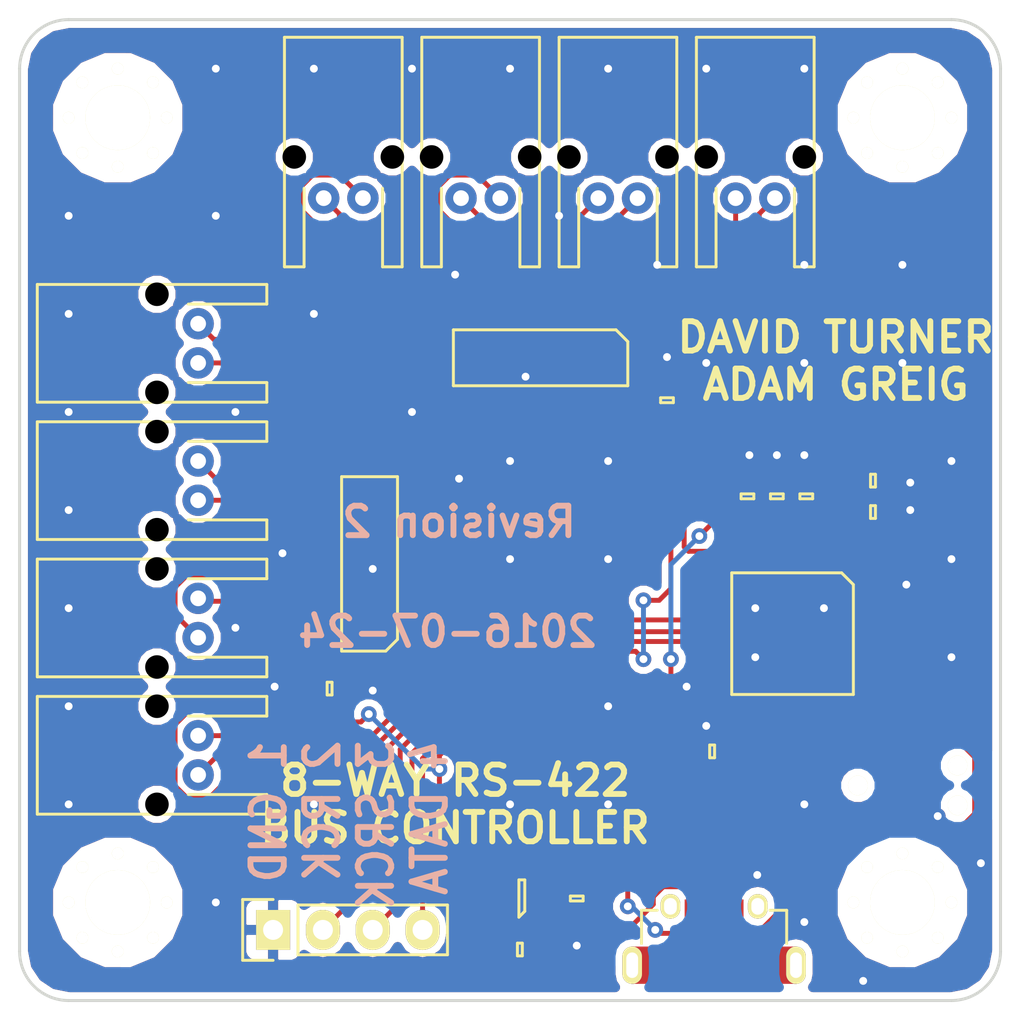
<source format=kicad_pcb>
(kicad_pcb (version 4) (host pcbnew "(2016-05-05 BZR 6775)-product")

  (general
    (links 69)
    (no_connects 0)
    (area 59.924999 59.924999 110.075001 110.075001)
    (thickness 1.6)
    (drawings 13)
    (tracks 436)
    (zones 0)
    (modules 29)
    (nets 51)
  )

  (page A4)
  (layers
    (0 F.Cu signal)
    (31 B.Cu signal)
    (32 B.Adhes user)
    (33 F.Adhes user)
    (34 B.Paste user)
    (35 F.Paste user)
    (36 B.SilkS user)
    (37 F.SilkS user)
    (38 B.Mask user)
    (39 F.Mask user)
    (40 Dwgs.User user)
    (41 Cmts.User user)
    (42 Eco1.User user)
    (43 Eco2.User user)
    (44 Edge.Cuts user)
    (45 Margin user)
    (46 B.CrtYd user)
    (47 F.CrtYd user)
    (48 B.Fab user)
    (49 F.Fab user hide)
  )

  (setup
    (last_trace_width 0.25)
    (user_trace_width 0.4)
    (user_trace_width 0.5)
    (trace_clearance 0.2)
    (zone_clearance 0.35)
    (zone_45_only no)
    (trace_min 0.2)
    (segment_width 0.2)
    (edge_width 0.15)
    (via_size 0.8)
    (via_drill 0.4)
    (via_min_size 0.8)
    (via_min_drill 0.4)
    (uvia_size 0.8)
    (uvia_drill 0.4)
    (uvias_allowed no)
    (uvia_min_size 0.8)
    (uvia_min_drill 0.4)
    (pcb_text_width 0.3)
    (pcb_text_size 1.5 1.5)
    (mod_edge_width 0.15)
    (mod_text_size 1 1)
    (mod_text_width 0.15)
    (pad_size 1.524 1.524)
    (pad_drill 0.762)
    (pad_to_mask_clearance 0)
    (aux_axis_origin 0 0)
    (visible_elements FFFFFF7F)
    (pcbplotparams
      (layerselection 0x010f8_ffffffff)
      (usegerberextensions true)
      (excludeedgelayer true)
      (linewidth 0.100000)
      (plotframeref false)
      (viasonmask false)
      (mode 1)
      (useauxorigin false)
      (hpglpennumber 1)
      (hpglpenspeed 20)
      (hpglpendiameter 15)
      (psnegative false)
      (psa4output false)
      (plotreference true)
      (plotvalue true)
      (plotinvisibletext false)
      (padsonsilk false)
      (subtractmaskfromsilk false)
      (outputformat 1)
      (mirror false)
      (drillshape 0)
      (scaleselection 1)
      (outputdirectory gerbers))
  )

  (net 0 "")
  (net 1 /TX)
  (net 2 "Net-(IC1-Pad2)")
  (net 3 "Net-(IC1-Pad3)")
  (net 4 +5V)
  (net 5 "Net-(IC1-Pad6)")
  (net 6 GND)
  (net 7 "Net-(IC1-Pad10)")
  (net 8 "Net-(IC1-Pad14)")
  (net 9 /SHIFT_DATA)
  (net 10 /SHIFT_SRCK)
  (net 11 /SHIFT_RCK)
  (net 12 +3V3)
  (net 13 /nRST)
  (net 14 "Net-(IC1-Pad7)")
  (net 15 "Net-(IC1-Pad9)")
  (net 16 "Net-(IC1-Pad15)")
  (net 17 "Net-(IC1-Pad18)")
  (net 18 "Net-(IC1-Pad19)")
  (net 19 "Net-(IC1-Pad20)")
  (net 20 /USB_D-)
  (net 21 /USB_D+)
  (net 22 "Net-(IC1-Pad25)")
  (net 23 "Net-(IC1-Pad26)")
  (net 24 "Net-(IC1-Pad27)")
  (net 25 "Net-(IC1-Pad28)")
  (net 26 "Net-(IC1-Pad29)")
  (net 27 "Net-(IC1-Pad30)")
  (net 28 "Net-(IC3-Pad2)")
  (net 29 "Net-(IC3-Pad3)")
  (net 30 "Net-(IC3-Pad4)")
  (net 31 "Net-(IC3-Pad5)")
  (net 32 "Net-(IC3-Pad6)")
  (net 33 "Net-(IC3-Pad10)")
  (net 34 "Net-(IC3-Pad11)")
  (net 35 "Net-(IC3-Pad13)")
  (net 36 "Net-(IC3-Pad14)")
  (net 37 "Net-(IC4-Pad2)")
  (net 38 "Net-(IC4-Pad3)")
  (net 39 "Net-(IC4-Pad4)")
  (net 40 "Net-(IC4-Pad5)")
  (net 41 "Net-(IC4-Pad6)")
  (net 42 "Net-(IC4-Pad10)")
  (net 43 "Net-(IC4-Pad11)")
  (net 44 "Net-(IC4-Pad13)")
  (net 45 "Net-(IC4-Pad14)")
  (net 46 "Net-(J1-Pad4)")
  (net 47 "Net-(J1-PadS)")
  (net 48 /SWDIO)
  (net 49 /SWDCLK)
  (net 50 "Net-(P1-Pad6)")

  (net_class Default "This is the default net class."
    (clearance 0.2)
    (trace_width 0.25)
    (via_dia 0.8)
    (via_drill 0.4)
    (uvia_dia 0.8)
    (uvia_drill 0.4)
    (add_net +3V3)
    (add_net +5V)
    (add_net /SHIFT_DATA)
    (add_net /SHIFT_RCK)
    (add_net /SHIFT_SRCK)
    (add_net /SWDCLK)
    (add_net /SWDIO)
    (add_net /TX)
    (add_net /USB_D+)
    (add_net /USB_D-)
    (add_net /nRST)
    (add_net GND)
    (add_net "Net-(IC1-Pad10)")
    (add_net "Net-(IC1-Pad14)")
    (add_net "Net-(IC1-Pad15)")
    (add_net "Net-(IC1-Pad18)")
    (add_net "Net-(IC1-Pad19)")
    (add_net "Net-(IC1-Pad2)")
    (add_net "Net-(IC1-Pad20)")
    (add_net "Net-(IC1-Pad25)")
    (add_net "Net-(IC1-Pad26)")
    (add_net "Net-(IC1-Pad27)")
    (add_net "Net-(IC1-Pad28)")
    (add_net "Net-(IC1-Pad29)")
    (add_net "Net-(IC1-Pad3)")
    (add_net "Net-(IC1-Pad30)")
    (add_net "Net-(IC1-Pad6)")
    (add_net "Net-(IC1-Pad7)")
    (add_net "Net-(IC1-Pad9)")
    (add_net "Net-(IC3-Pad10)")
    (add_net "Net-(IC3-Pad11)")
    (add_net "Net-(IC3-Pad13)")
    (add_net "Net-(IC3-Pad14)")
    (add_net "Net-(IC3-Pad2)")
    (add_net "Net-(IC3-Pad3)")
    (add_net "Net-(IC3-Pad4)")
    (add_net "Net-(IC3-Pad5)")
    (add_net "Net-(IC3-Pad6)")
    (add_net "Net-(IC4-Pad10)")
    (add_net "Net-(IC4-Pad11)")
    (add_net "Net-(IC4-Pad13)")
    (add_net "Net-(IC4-Pad14)")
    (add_net "Net-(IC4-Pad2)")
    (add_net "Net-(IC4-Pad3)")
    (add_net "Net-(IC4-Pad4)")
    (add_net "Net-(IC4-Pad5)")
    (add_net "Net-(IC4-Pad6)")
    (add_net "Net-(J1-Pad4)")
    (add_net "Net-(J1-PadS)")
    (add_net "Net-(P1-Pad6)")
  )

  (module Pin_Headers:Pin_Header_Straight_1x04 (layer F.Cu) (tedit 56F93427) (tstamp 56F96D9F)
    (at 72.92 106.4 90)
    (descr "Through hole pin header")
    (tags "pin header")
    (path /56F855FD)
    (fp_text reference P5 (at 0 -5.1 90) (layer F.SilkS) hide
      (effects (font (size 1 1) (thickness 0.15)))
    )
    (fp_text value SHIFT (at 0 -3.1 90) (layer F.Fab) hide
      (effects (font (size 1 1) (thickness 0.15)))
    )
    (fp_line (start -1.75 -1.75) (end -1.75 9.4) (layer F.CrtYd) (width 0.05))
    (fp_line (start 1.75 -1.75) (end 1.75 9.4) (layer F.CrtYd) (width 0.05))
    (fp_line (start -1.75 -1.75) (end 1.75 -1.75) (layer F.CrtYd) (width 0.05))
    (fp_line (start -1.75 9.4) (end 1.75 9.4) (layer F.CrtYd) (width 0.05))
    (fp_line (start -1.27 1.27) (end -1.27 8.89) (layer F.SilkS) (width 0.15))
    (fp_line (start 1.27 1.27) (end 1.27 8.89) (layer F.SilkS) (width 0.15))
    (fp_line (start 1.55 -1.55) (end 1.55 0) (layer F.SilkS) (width 0.15))
    (fp_line (start -1.27 8.89) (end 1.27 8.89) (layer F.SilkS) (width 0.15))
    (fp_line (start 1.27 1.27) (end -1.27 1.27) (layer F.SilkS) (width 0.15))
    (fp_line (start -1.55 0) (end -1.55 -1.55) (layer F.SilkS) (width 0.15))
    (fp_line (start -1.55 -1.55) (end 1.55 -1.55) (layer F.SilkS) (width 0.15))
    (pad 1 thru_hole rect (at 0 0 90) (size 2.032 1.7272) (drill 1.016) (layers *.Cu *.Mask F.SilkS)
      (net 6 GND))
    (pad 2 thru_hole oval (at 0 2.54 90) (size 2.032 1.7272) (drill 1.016) (layers *.Cu *.Mask F.SilkS)
      (net 11 /SHIFT_RCK))
    (pad 3 thru_hole oval (at 0 5.08 90) (size 2.032 1.7272) (drill 1.016) (layers *.Cu *.Mask F.SilkS)
      (net 10 /SHIFT_SRCK))
    (pad 4 thru_hole oval (at 0 7.62 90) (size 2.032 1.7272) (drill 1.016) (layers *.Cu *.Mask F.SilkS)
      (net 9 /SHIFT_DATA))
    (model Pin_Headers.3dshapes/Pin_Header_Straight_1x04.wrl
      (at (xyz 0 -0.15 0))
      (scale (xyz 1 1 1))
      (rotate (xyz 0 0 90))
    )
  )

  (module agg:S02B-PASK-2 (layer F.Cu) (tedit 56F92F32) (tstamp 56F96DCC)
    (at 69.1 97.5 90)
    (path /56F85688)
    (fp_text reference P6 (at 0 -9.15 90) (layer F.Fab) hide
      (effects (font (size 1 1) (thickness 0.15)))
    )
    (fp_text value BUS1 (at 0 4.45 90) (layer F.Fab) hide
      (effects (font (size 1 1) (thickness 0.15)))
    )
    (fp_line (start -3 -8.2) (end 3 -8.2) (layer F.SilkS) (width 0.15))
    (fp_line (start 3 -8.2) (end 3 3.5) (layer F.SilkS) (width 0.15))
    (fp_line (start 3 3.5) (end 2 3.5) (layer F.SilkS) (width 0.15))
    (fp_line (start 2 3.5) (end 2 -0.5) (layer F.SilkS) (width 0.15))
    (fp_line (start -3 -8.2) (end -3 3.5) (layer F.SilkS) (width 0.15))
    (fp_line (start -3 3.5) (end -2 3.5) (layer F.SilkS) (width 0.15))
    (fp_line (start -2 3.5) (end -2 -0.5) (layer F.SilkS) (width 0.15))
    (fp_line (start -3 -8.2) (end 3 -8.2) (layer F.Fab) (width 0.01))
    (fp_line (start 3 -8.2) (end 3 3.5) (layer F.Fab) (width 0.01))
    (fp_line (start 3 3.5) (end 2 3.5) (layer F.Fab) (width 0.01))
    (fp_line (start 2 3.5) (end 2 -0.5) (layer F.Fab) (width 0.01))
    (fp_line (start 2 -0.5) (end -2 -0.5) (layer F.Fab) (width 0.01))
    (fp_line (start -3 -8.2) (end -3 3.5) (layer F.Fab) (width 0.01))
    (fp_line (start -3 3.5) (end -2 3.5) (layer F.Fab) (width 0.01))
    (fp_line (start -2 3.5) (end -2 -0.5) (layer F.Fab) (width 0.01))
    (fp_line (start 2.4 -2.5) (end 3 -2.5) (layer F.Fab) (width 0.01))
    (fp_line (start 3 -2.5) (end 3 -1.7) (layer F.Fab) (width 0.01))
    (fp_line (start 3 -1.7) (end 2.4 -1.7) (layer F.Fab) (width 0.01))
    (fp_line (start 2.4 -1.7) (end 2.4 -2.5) (layer F.Fab) (width 0.01))
    (fp_line (start -3 -2.5) (end -2.4 -2.5) (layer F.Fab) (width 0.01))
    (fp_line (start -2.4 -2.5) (end -2.4 -1.7) (layer F.Fab) (width 0.01))
    (fp_line (start -2.4 -1.7) (end -3 -1.7) (layer F.Fab) (width 0.01))
    (fp_line (start -3 -1.7) (end -3 -2.5) (layer F.Fab) (width 0.01))
    (fp_line (start 0.75 -0.5) (end 1.25 -0.5) (layer F.Fab) (width 0.01))
    (fp_line (start 1.25 -0.5) (end 1.25 0.25) (layer F.Fab) (width 0.01))
    (fp_line (start 1.25 0.25) (end 0.75 0.25) (layer F.Fab) (width 0.01))
    (fp_line (start 0.75 0.25) (end 0.75 -0.5) (layer F.Fab) (width 0.01))
    (fp_line (start 0.75 -0.25) (end 1.25 -0.25) (layer F.Fab) (width 0.01))
    (fp_line (start -1.25 -0.5) (end -0.75 -0.5) (layer F.Fab) (width 0.01))
    (fp_line (start -0.75 -0.5) (end -0.75 0.25) (layer F.Fab) (width 0.01))
    (fp_line (start -0.75 0.25) (end -1.25 0.25) (layer F.Fab) (width 0.01))
    (fp_line (start -1.25 0.25) (end -1.25 -0.5) (layer F.Fab) (width 0.01))
    (fp_line (start -1.25 -0.25) (end -0.75 -0.25) (layer F.Fab) (width 0.01))
    (fp_line (start -3.25 -8.45) (end 3.25 -8.45) (layer F.CrtYd) (width 0.01))
    (fp_line (start 3.25 -8.45) (end 3.25 3.75) (layer F.CrtYd) (width 0.01))
    (fp_line (start 3.25 3.75) (end -3.25 3.75) (layer F.CrtYd) (width 0.01))
    (fp_line (start -3.25 3.75) (end -3.25 -8.45) (layer F.CrtYd) (width 0.01))
    (pad "" np_thru_hole circle (at 2.5 -2.1 90) (size 1.2 1.2) (drill 1.2) (layers *.Mask))
    (pad "" np_thru_hole circle (at -2.5 -2.1 90) (size 1.2 1.2) (drill 1.2) (layers *.Mask))
    (pad 1 thru_hole circle (at 1 0 90) (size 1.6 1.6) (drill 0.8) (layers *.Cu *.Mask)
      (net 28 "Net-(IC3-Pad2)"))
    (pad 2 thru_hole circle (at -1 0 90) (size 1.6 1.6) (drill 0.8) (layers *.Cu *.Mask)
      (net 29 "Net-(IC3-Pad3)"))
  )

  (module agg:S02B-PASK-2 (layer F.Cu) (tedit 56F92F35) (tstamp 56F96DF9)
    (at 69.1 76.5 90)
    (path /56F856B7)
    (fp_text reference P7 (at 0 -9.15 90) (layer F.Fab) hide
      (effects (font (size 1 1) (thickness 0.15)))
    )
    (fp_text value BUS2 (at 0 4.45 90) (layer F.Fab) hide
      (effects (font (size 1 1) (thickness 0.15)))
    )
    (fp_line (start -3 -8.2) (end 3 -8.2) (layer F.SilkS) (width 0.15))
    (fp_line (start 3 -8.2) (end 3 3.5) (layer F.SilkS) (width 0.15))
    (fp_line (start 3 3.5) (end 2 3.5) (layer F.SilkS) (width 0.15))
    (fp_line (start 2 3.5) (end 2 -0.5) (layer F.SilkS) (width 0.15))
    (fp_line (start -3 -8.2) (end -3 3.5) (layer F.SilkS) (width 0.15))
    (fp_line (start -3 3.5) (end -2 3.5) (layer F.SilkS) (width 0.15))
    (fp_line (start -2 3.5) (end -2 -0.5) (layer F.SilkS) (width 0.15))
    (fp_line (start -3 -8.2) (end 3 -8.2) (layer F.Fab) (width 0.01))
    (fp_line (start 3 -8.2) (end 3 3.5) (layer F.Fab) (width 0.01))
    (fp_line (start 3 3.5) (end 2 3.5) (layer F.Fab) (width 0.01))
    (fp_line (start 2 3.5) (end 2 -0.5) (layer F.Fab) (width 0.01))
    (fp_line (start 2 -0.5) (end -2 -0.5) (layer F.Fab) (width 0.01))
    (fp_line (start -3 -8.2) (end -3 3.5) (layer F.Fab) (width 0.01))
    (fp_line (start -3 3.5) (end -2 3.5) (layer F.Fab) (width 0.01))
    (fp_line (start -2 3.5) (end -2 -0.5) (layer F.Fab) (width 0.01))
    (fp_line (start 2.4 -2.5) (end 3 -2.5) (layer F.Fab) (width 0.01))
    (fp_line (start 3 -2.5) (end 3 -1.7) (layer F.Fab) (width 0.01))
    (fp_line (start 3 -1.7) (end 2.4 -1.7) (layer F.Fab) (width 0.01))
    (fp_line (start 2.4 -1.7) (end 2.4 -2.5) (layer F.Fab) (width 0.01))
    (fp_line (start -3 -2.5) (end -2.4 -2.5) (layer F.Fab) (width 0.01))
    (fp_line (start -2.4 -2.5) (end -2.4 -1.7) (layer F.Fab) (width 0.01))
    (fp_line (start -2.4 -1.7) (end -3 -1.7) (layer F.Fab) (width 0.01))
    (fp_line (start -3 -1.7) (end -3 -2.5) (layer F.Fab) (width 0.01))
    (fp_line (start 0.75 -0.5) (end 1.25 -0.5) (layer F.Fab) (width 0.01))
    (fp_line (start 1.25 -0.5) (end 1.25 0.25) (layer F.Fab) (width 0.01))
    (fp_line (start 1.25 0.25) (end 0.75 0.25) (layer F.Fab) (width 0.01))
    (fp_line (start 0.75 0.25) (end 0.75 -0.5) (layer F.Fab) (width 0.01))
    (fp_line (start 0.75 -0.25) (end 1.25 -0.25) (layer F.Fab) (width 0.01))
    (fp_line (start -1.25 -0.5) (end -0.75 -0.5) (layer F.Fab) (width 0.01))
    (fp_line (start -0.75 -0.5) (end -0.75 0.25) (layer F.Fab) (width 0.01))
    (fp_line (start -0.75 0.25) (end -1.25 0.25) (layer F.Fab) (width 0.01))
    (fp_line (start -1.25 0.25) (end -1.25 -0.5) (layer F.Fab) (width 0.01))
    (fp_line (start -1.25 -0.25) (end -0.75 -0.25) (layer F.Fab) (width 0.01))
    (fp_line (start -3.25 -8.45) (end 3.25 -8.45) (layer F.CrtYd) (width 0.01))
    (fp_line (start 3.25 -8.45) (end 3.25 3.75) (layer F.CrtYd) (width 0.01))
    (fp_line (start 3.25 3.75) (end -3.25 3.75) (layer F.CrtYd) (width 0.01))
    (fp_line (start -3.25 3.75) (end -3.25 -8.45) (layer F.CrtYd) (width 0.01))
    (pad "" np_thru_hole circle (at 2.5 -2.1 90) (size 1.2 1.2) (drill 1.2) (layers *.Mask))
    (pad "" np_thru_hole circle (at -2.5 -2.1 90) (size 1.2 1.2) (drill 1.2) (layers *.Mask))
    (pad 1 thru_hole circle (at 1 0 90) (size 1.6 1.6) (drill 0.8) (layers *.Cu *.Mask)
      (net 32 "Net-(IC3-Pad6)"))
    (pad 2 thru_hole circle (at -1 0 90) (size 1.6 1.6) (drill 0.8) (layers *.Cu *.Mask)
      (net 31 "Net-(IC3-Pad5)"))
  )

  (module agg:S02B-PASK-2 (layer F.Cu) (tedit 56F92F2C) (tstamp 56F96E26)
    (at 69.1 83.5 90)
    (path /56F856DE)
    (fp_text reference P8 (at 0 -9.15 90) (layer F.Fab) hide
      (effects (font (size 1 1) (thickness 0.15)))
    )
    (fp_text value BUS3 (at 0 4.45 90) (layer F.Fab) hide
      (effects (font (size 1 1) (thickness 0.15)))
    )
    (fp_line (start -3 -8.2) (end 3 -8.2) (layer F.SilkS) (width 0.15))
    (fp_line (start 3 -8.2) (end 3 3.5) (layer F.SilkS) (width 0.15))
    (fp_line (start 3 3.5) (end 2 3.5) (layer F.SilkS) (width 0.15))
    (fp_line (start 2 3.5) (end 2 -0.5) (layer F.SilkS) (width 0.15))
    (fp_line (start -3 -8.2) (end -3 3.5) (layer F.SilkS) (width 0.15))
    (fp_line (start -3 3.5) (end -2 3.5) (layer F.SilkS) (width 0.15))
    (fp_line (start -2 3.5) (end -2 -0.5) (layer F.SilkS) (width 0.15))
    (fp_line (start -3 -8.2) (end 3 -8.2) (layer F.Fab) (width 0.01))
    (fp_line (start 3 -8.2) (end 3 3.5) (layer F.Fab) (width 0.01))
    (fp_line (start 3 3.5) (end 2 3.5) (layer F.Fab) (width 0.01))
    (fp_line (start 2 3.5) (end 2 -0.5) (layer F.Fab) (width 0.01))
    (fp_line (start 2 -0.5) (end -2 -0.5) (layer F.Fab) (width 0.01))
    (fp_line (start -3 -8.2) (end -3 3.5) (layer F.Fab) (width 0.01))
    (fp_line (start -3 3.5) (end -2 3.5) (layer F.Fab) (width 0.01))
    (fp_line (start -2 3.5) (end -2 -0.5) (layer F.Fab) (width 0.01))
    (fp_line (start 2.4 -2.5) (end 3 -2.5) (layer F.Fab) (width 0.01))
    (fp_line (start 3 -2.5) (end 3 -1.7) (layer F.Fab) (width 0.01))
    (fp_line (start 3 -1.7) (end 2.4 -1.7) (layer F.Fab) (width 0.01))
    (fp_line (start 2.4 -1.7) (end 2.4 -2.5) (layer F.Fab) (width 0.01))
    (fp_line (start -3 -2.5) (end -2.4 -2.5) (layer F.Fab) (width 0.01))
    (fp_line (start -2.4 -2.5) (end -2.4 -1.7) (layer F.Fab) (width 0.01))
    (fp_line (start -2.4 -1.7) (end -3 -1.7) (layer F.Fab) (width 0.01))
    (fp_line (start -3 -1.7) (end -3 -2.5) (layer F.Fab) (width 0.01))
    (fp_line (start 0.75 -0.5) (end 1.25 -0.5) (layer F.Fab) (width 0.01))
    (fp_line (start 1.25 -0.5) (end 1.25 0.25) (layer F.Fab) (width 0.01))
    (fp_line (start 1.25 0.25) (end 0.75 0.25) (layer F.Fab) (width 0.01))
    (fp_line (start 0.75 0.25) (end 0.75 -0.5) (layer F.Fab) (width 0.01))
    (fp_line (start 0.75 -0.25) (end 1.25 -0.25) (layer F.Fab) (width 0.01))
    (fp_line (start -1.25 -0.5) (end -0.75 -0.5) (layer F.Fab) (width 0.01))
    (fp_line (start -0.75 -0.5) (end -0.75 0.25) (layer F.Fab) (width 0.01))
    (fp_line (start -0.75 0.25) (end -1.25 0.25) (layer F.Fab) (width 0.01))
    (fp_line (start -1.25 0.25) (end -1.25 -0.5) (layer F.Fab) (width 0.01))
    (fp_line (start -1.25 -0.25) (end -0.75 -0.25) (layer F.Fab) (width 0.01))
    (fp_line (start -3.25 -8.45) (end 3.25 -8.45) (layer F.CrtYd) (width 0.01))
    (fp_line (start 3.25 -8.45) (end 3.25 3.75) (layer F.CrtYd) (width 0.01))
    (fp_line (start 3.25 3.75) (end -3.25 3.75) (layer F.CrtYd) (width 0.01))
    (fp_line (start -3.25 3.75) (end -3.25 -8.45) (layer F.CrtYd) (width 0.01))
    (pad "" np_thru_hole circle (at 2.5 -2.1 90) (size 1.2 1.2) (drill 1.2) (layers *.Mask))
    (pad "" np_thru_hole circle (at -2.5 -2.1 90) (size 1.2 1.2) (drill 1.2) (layers *.Mask))
    (pad 1 thru_hole circle (at 1 0 90) (size 1.6 1.6) (drill 0.8) (layers *.Cu *.Mask)
      (net 33 "Net-(IC3-Pad10)"))
    (pad 2 thru_hole circle (at -1 0 90) (size 1.6 1.6) (drill 0.8) (layers *.Cu *.Mask)
      (net 34 "Net-(IC3-Pad11)"))
  )

  (module agg:S02B-PASK-2 (layer F.Cu) (tedit 56F92F2F) (tstamp 56F96E53)
    (at 69.1 90.5 90)
    (path /56F85707)
    (fp_text reference P9 (at 0 -9.15 90) (layer F.Fab) hide
      (effects (font (size 1 1) (thickness 0.15)))
    )
    (fp_text value BUS4 (at 0 4.45 90) (layer F.Fab) hide
      (effects (font (size 1 1) (thickness 0.15)))
    )
    (fp_line (start -3 -8.2) (end 3 -8.2) (layer F.SilkS) (width 0.15))
    (fp_line (start 3 -8.2) (end 3 3.5) (layer F.SilkS) (width 0.15))
    (fp_line (start 3 3.5) (end 2 3.5) (layer F.SilkS) (width 0.15))
    (fp_line (start 2 3.5) (end 2 -0.5) (layer F.SilkS) (width 0.15))
    (fp_line (start -3 -8.2) (end -3 3.5) (layer F.SilkS) (width 0.15))
    (fp_line (start -3 3.5) (end -2 3.5) (layer F.SilkS) (width 0.15))
    (fp_line (start -2 3.5) (end -2 -0.5) (layer F.SilkS) (width 0.15))
    (fp_line (start -3 -8.2) (end 3 -8.2) (layer F.Fab) (width 0.01))
    (fp_line (start 3 -8.2) (end 3 3.5) (layer F.Fab) (width 0.01))
    (fp_line (start 3 3.5) (end 2 3.5) (layer F.Fab) (width 0.01))
    (fp_line (start 2 3.5) (end 2 -0.5) (layer F.Fab) (width 0.01))
    (fp_line (start 2 -0.5) (end -2 -0.5) (layer F.Fab) (width 0.01))
    (fp_line (start -3 -8.2) (end -3 3.5) (layer F.Fab) (width 0.01))
    (fp_line (start -3 3.5) (end -2 3.5) (layer F.Fab) (width 0.01))
    (fp_line (start -2 3.5) (end -2 -0.5) (layer F.Fab) (width 0.01))
    (fp_line (start 2.4 -2.5) (end 3 -2.5) (layer F.Fab) (width 0.01))
    (fp_line (start 3 -2.5) (end 3 -1.7) (layer F.Fab) (width 0.01))
    (fp_line (start 3 -1.7) (end 2.4 -1.7) (layer F.Fab) (width 0.01))
    (fp_line (start 2.4 -1.7) (end 2.4 -2.5) (layer F.Fab) (width 0.01))
    (fp_line (start -3 -2.5) (end -2.4 -2.5) (layer F.Fab) (width 0.01))
    (fp_line (start -2.4 -2.5) (end -2.4 -1.7) (layer F.Fab) (width 0.01))
    (fp_line (start -2.4 -1.7) (end -3 -1.7) (layer F.Fab) (width 0.01))
    (fp_line (start -3 -1.7) (end -3 -2.5) (layer F.Fab) (width 0.01))
    (fp_line (start 0.75 -0.5) (end 1.25 -0.5) (layer F.Fab) (width 0.01))
    (fp_line (start 1.25 -0.5) (end 1.25 0.25) (layer F.Fab) (width 0.01))
    (fp_line (start 1.25 0.25) (end 0.75 0.25) (layer F.Fab) (width 0.01))
    (fp_line (start 0.75 0.25) (end 0.75 -0.5) (layer F.Fab) (width 0.01))
    (fp_line (start 0.75 -0.25) (end 1.25 -0.25) (layer F.Fab) (width 0.01))
    (fp_line (start -1.25 -0.5) (end -0.75 -0.5) (layer F.Fab) (width 0.01))
    (fp_line (start -0.75 -0.5) (end -0.75 0.25) (layer F.Fab) (width 0.01))
    (fp_line (start -0.75 0.25) (end -1.25 0.25) (layer F.Fab) (width 0.01))
    (fp_line (start -1.25 0.25) (end -1.25 -0.5) (layer F.Fab) (width 0.01))
    (fp_line (start -1.25 -0.25) (end -0.75 -0.25) (layer F.Fab) (width 0.01))
    (fp_line (start -3.25 -8.45) (end 3.25 -8.45) (layer F.CrtYd) (width 0.01))
    (fp_line (start 3.25 -8.45) (end 3.25 3.75) (layer F.CrtYd) (width 0.01))
    (fp_line (start 3.25 3.75) (end -3.25 3.75) (layer F.CrtYd) (width 0.01))
    (fp_line (start -3.25 3.75) (end -3.25 -8.45) (layer F.CrtYd) (width 0.01))
    (pad "" np_thru_hole circle (at 2.5 -2.1 90) (size 1.2 1.2) (drill 1.2) (layers *.Mask))
    (pad "" np_thru_hole circle (at -2.5 -2.1 90) (size 1.2 1.2) (drill 1.2) (layers *.Mask))
    (pad 1 thru_hole circle (at 1 0 90) (size 1.6 1.6) (drill 0.8) (layers *.Cu *.Mask)
      (net 36 "Net-(IC3-Pad14)"))
    (pad 2 thru_hole circle (at -1 0 90) (size 1.6 1.6) (drill 0.8) (layers *.Cu *.Mask)
      (net 35 "Net-(IC3-Pad13)"))
  )

  (module agg:S02B-PASK-2 (layer F.Cu) (tedit 56F93909) (tstamp 56F96E80)
    (at 90.5 69.1)
    (path /56F85734)
    (fp_text reference P10 (at 0 -9.15) (layer F.Fab) hide
      (effects (font (size 1 1) (thickness 0.15)))
    )
    (fp_text value BUS5 (at 0 4.45) (layer F.Fab) hide
      (effects (font (size 1 1) (thickness 0.15)))
    )
    (fp_line (start -3 -8.2) (end 3 -8.2) (layer F.SilkS) (width 0.15))
    (fp_line (start 3 -8.2) (end 3 3.5) (layer F.SilkS) (width 0.15))
    (fp_line (start 3 3.5) (end 2 3.5) (layer F.SilkS) (width 0.15))
    (fp_line (start 2 3.5) (end 2 -0.5) (layer F.SilkS) (width 0.15))
    (fp_line (start -3 -8.2) (end -3 3.5) (layer F.SilkS) (width 0.15))
    (fp_line (start -3 3.5) (end -2 3.5) (layer F.SilkS) (width 0.15))
    (fp_line (start -2 3.5) (end -2 -0.5) (layer F.SilkS) (width 0.15))
    (fp_line (start -3 -8.2) (end 3 -8.2) (layer F.Fab) (width 0.01))
    (fp_line (start 3 -8.2) (end 3 3.5) (layer F.Fab) (width 0.01))
    (fp_line (start 3 3.5) (end 2 3.5) (layer F.Fab) (width 0.01))
    (fp_line (start 2 3.5) (end 2 -0.5) (layer F.Fab) (width 0.01))
    (fp_line (start 2 -0.5) (end -2 -0.5) (layer F.Fab) (width 0.01))
    (fp_line (start -3 -8.2) (end -3 3.5) (layer F.Fab) (width 0.01))
    (fp_line (start -3 3.5) (end -2 3.5) (layer F.Fab) (width 0.01))
    (fp_line (start -2 3.5) (end -2 -0.5) (layer F.Fab) (width 0.01))
    (fp_line (start 2.4 -2.5) (end 3 -2.5) (layer F.Fab) (width 0.01))
    (fp_line (start 3 -2.5) (end 3 -1.7) (layer F.Fab) (width 0.01))
    (fp_line (start 3 -1.7) (end 2.4 -1.7) (layer F.Fab) (width 0.01))
    (fp_line (start 2.4 -1.7) (end 2.4 -2.5) (layer F.Fab) (width 0.01))
    (fp_line (start -3 -2.5) (end -2.4 -2.5) (layer F.Fab) (width 0.01))
    (fp_line (start -2.4 -2.5) (end -2.4 -1.7) (layer F.Fab) (width 0.01))
    (fp_line (start -2.4 -1.7) (end -3 -1.7) (layer F.Fab) (width 0.01))
    (fp_line (start -3 -1.7) (end -3 -2.5) (layer F.Fab) (width 0.01))
    (fp_line (start 0.75 -0.5) (end 1.25 -0.5) (layer F.Fab) (width 0.01))
    (fp_line (start 1.25 -0.5) (end 1.25 0.25) (layer F.Fab) (width 0.01))
    (fp_line (start 1.25 0.25) (end 0.75 0.25) (layer F.Fab) (width 0.01))
    (fp_line (start 0.75 0.25) (end 0.75 -0.5) (layer F.Fab) (width 0.01))
    (fp_line (start 0.75 -0.25) (end 1.25 -0.25) (layer F.Fab) (width 0.01))
    (fp_line (start -1.25 -0.5) (end -0.75 -0.5) (layer F.Fab) (width 0.01))
    (fp_line (start -0.75 -0.5) (end -0.75 0.25) (layer F.Fab) (width 0.01))
    (fp_line (start -0.75 0.25) (end -1.25 0.25) (layer F.Fab) (width 0.01))
    (fp_line (start -1.25 0.25) (end -1.25 -0.5) (layer F.Fab) (width 0.01))
    (fp_line (start -1.25 -0.25) (end -0.75 -0.25) (layer F.Fab) (width 0.01))
    (fp_line (start -3.25 -8.45) (end 3.25 -8.45) (layer F.CrtYd) (width 0.01))
    (fp_line (start 3.25 -8.45) (end 3.25 3.75) (layer F.CrtYd) (width 0.01))
    (fp_line (start 3.25 3.75) (end -3.25 3.75) (layer F.CrtYd) (width 0.01))
    (fp_line (start -3.25 3.75) (end -3.25 -8.45) (layer F.CrtYd) (width 0.01))
    (pad "" np_thru_hole circle (at 2.5 -2.1) (size 1.2 1.2) (drill 1.2) (layers *.Mask))
    (pad "" np_thru_hole circle (at -2.5 -2.1) (size 1.2 1.2) (drill 1.2) (layers *.Mask))
    (pad 1 thru_hole circle (at 1 0) (size 1.6 1.6) (drill 0.8) (layers *.Cu *.Mask)
      (net 37 "Net-(IC4-Pad2)"))
    (pad 2 thru_hole circle (at -1 0) (size 1.6 1.6) (drill 0.8) (layers *.Cu *.Mask)
      (net 38 "Net-(IC4-Pad3)"))
  )

  (module agg:S02B-PASK-2 (layer F.Cu) (tedit 56F9390C) (tstamp 56F96EAD)
    (at 83.5 69.1)
    (path /56F85777)
    (fp_text reference P11 (at 0 -9.15) (layer F.Fab) hide
      (effects (font (size 1 1) (thickness 0.15)))
    )
    (fp_text value BUS6 (at 0 4.45) (layer F.Fab) hide
      (effects (font (size 1 1) (thickness 0.15)))
    )
    (fp_line (start -3 -8.2) (end 3 -8.2) (layer F.SilkS) (width 0.15))
    (fp_line (start 3 -8.2) (end 3 3.5) (layer F.SilkS) (width 0.15))
    (fp_line (start 3 3.5) (end 2 3.5) (layer F.SilkS) (width 0.15))
    (fp_line (start 2 3.5) (end 2 -0.5) (layer F.SilkS) (width 0.15))
    (fp_line (start -3 -8.2) (end -3 3.5) (layer F.SilkS) (width 0.15))
    (fp_line (start -3 3.5) (end -2 3.5) (layer F.SilkS) (width 0.15))
    (fp_line (start -2 3.5) (end -2 -0.5) (layer F.SilkS) (width 0.15))
    (fp_line (start -3 -8.2) (end 3 -8.2) (layer F.Fab) (width 0.01))
    (fp_line (start 3 -8.2) (end 3 3.5) (layer F.Fab) (width 0.01))
    (fp_line (start 3 3.5) (end 2 3.5) (layer F.Fab) (width 0.01))
    (fp_line (start 2 3.5) (end 2 -0.5) (layer F.Fab) (width 0.01))
    (fp_line (start 2 -0.5) (end -2 -0.5) (layer F.Fab) (width 0.01))
    (fp_line (start -3 -8.2) (end -3 3.5) (layer F.Fab) (width 0.01))
    (fp_line (start -3 3.5) (end -2 3.5) (layer F.Fab) (width 0.01))
    (fp_line (start -2 3.5) (end -2 -0.5) (layer F.Fab) (width 0.01))
    (fp_line (start 2.4 -2.5) (end 3 -2.5) (layer F.Fab) (width 0.01))
    (fp_line (start 3 -2.5) (end 3 -1.7) (layer F.Fab) (width 0.01))
    (fp_line (start 3 -1.7) (end 2.4 -1.7) (layer F.Fab) (width 0.01))
    (fp_line (start 2.4 -1.7) (end 2.4 -2.5) (layer F.Fab) (width 0.01))
    (fp_line (start -3 -2.5) (end -2.4 -2.5) (layer F.Fab) (width 0.01))
    (fp_line (start -2.4 -2.5) (end -2.4 -1.7) (layer F.Fab) (width 0.01))
    (fp_line (start -2.4 -1.7) (end -3 -1.7) (layer F.Fab) (width 0.01))
    (fp_line (start -3 -1.7) (end -3 -2.5) (layer F.Fab) (width 0.01))
    (fp_line (start 0.75 -0.5) (end 1.25 -0.5) (layer F.Fab) (width 0.01))
    (fp_line (start 1.25 -0.5) (end 1.25 0.25) (layer F.Fab) (width 0.01))
    (fp_line (start 1.25 0.25) (end 0.75 0.25) (layer F.Fab) (width 0.01))
    (fp_line (start 0.75 0.25) (end 0.75 -0.5) (layer F.Fab) (width 0.01))
    (fp_line (start 0.75 -0.25) (end 1.25 -0.25) (layer F.Fab) (width 0.01))
    (fp_line (start -1.25 -0.5) (end -0.75 -0.5) (layer F.Fab) (width 0.01))
    (fp_line (start -0.75 -0.5) (end -0.75 0.25) (layer F.Fab) (width 0.01))
    (fp_line (start -0.75 0.25) (end -1.25 0.25) (layer F.Fab) (width 0.01))
    (fp_line (start -1.25 0.25) (end -1.25 -0.5) (layer F.Fab) (width 0.01))
    (fp_line (start -1.25 -0.25) (end -0.75 -0.25) (layer F.Fab) (width 0.01))
    (fp_line (start -3.25 -8.45) (end 3.25 -8.45) (layer F.CrtYd) (width 0.01))
    (fp_line (start 3.25 -8.45) (end 3.25 3.75) (layer F.CrtYd) (width 0.01))
    (fp_line (start 3.25 3.75) (end -3.25 3.75) (layer F.CrtYd) (width 0.01))
    (fp_line (start -3.25 3.75) (end -3.25 -8.45) (layer F.CrtYd) (width 0.01))
    (pad "" np_thru_hole circle (at 2.5 -2.1) (size 1.2 1.2) (drill 1.2) (layers *.Mask))
    (pad "" np_thru_hole circle (at -2.5 -2.1) (size 1.2 1.2) (drill 1.2) (layers *.Mask))
    (pad 1 thru_hole circle (at 1 0) (size 1.6 1.6) (drill 0.8) (layers *.Cu *.Mask)
      (net 41 "Net-(IC4-Pad6)"))
    (pad 2 thru_hole circle (at -1 0) (size 1.6 1.6) (drill 0.8) (layers *.Cu *.Mask)
      (net 40 "Net-(IC4-Pad5)"))
  )

  (module agg:S02B-PASK-2 (layer F.Cu) (tedit 56F9390F) (tstamp 56F96EDA)
    (at 76.5 69.1)
    (path /56F857A6)
    (fp_text reference P12 (at 0 -9.15) (layer F.Fab) hide
      (effects (font (size 1 1) (thickness 0.15)))
    )
    (fp_text value BUS7 (at 0 4.45) (layer F.Fab) hide
      (effects (font (size 1 1) (thickness 0.15)))
    )
    (fp_line (start -3 -8.2) (end 3 -8.2) (layer F.SilkS) (width 0.15))
    (fp_line (start 3 -8.2) (end 3 3.5) (layer F.SilkS) (width 0.15))
    (fp_line (start 3 3.5) (end 2 3.5) (layer F.SilkS) (width 0.15))
    (fp_line (start 2 3.5) (end 2 -0.5) (layer F.SilkS) (width 0.15))
    (fp_line (start -3 -8.2) (end -3 3.5) (layer F.SilkS) (width 0.15))
    (fp_line (start -3 3.5) (end -2 3.5) (layer F.SilkS) (width 0.15))
    (fp_line (start -2 3.5) (end -2 -0.5) (layer F.SilkS) (width 0.15))
    (fp_line (start -3 -8.2) (end 3 -8.2) (layer F.Fab) (width 0.01))
    (fp_line (start 3 -8.2) (end 3 3.5) (layer F.Fab) (width 0.01))
    (fp_line (start 3 3.5) (end 2 3.5) (layer F.Fab) (width 0.01))
    (fp_line (start 2 3.5) (end 2 -0.5) (layer F.Fab) (width 0.01))
    (fp_line (start 2 -0.5) (end -2 -0.5) (layer F.Fab) (width 0.01))
    (fp_line (start -3 -8.2) (end -3 3.5) (layer F.Fab) (width 0.01))
    (fp_line (start -3 3.5) (end -2 3.5) (layer F.Fab) (width 0.01))
    (fp_line (start -2 3.5) (end -2 -0.5) (layer F.Fab) (width 0.01))
    (fp_line (start 2.4 -2.5) (end 3 -2.5) (layer F.Fab) (width 0.01))
    (fp_line (start 3 -2.5) (end 3 -1.7) (layer F.Fab) (width 0.01))
    (fp_line (start 3 -1.7) (end 2.4 -1.7) (layer F.Fab) (width 0.01))
    (fp_line (start 2.4 -1.7) (end 2.4 -2.5) (layer F.Fab) (width 0.01))
    (fp_line (start -3 -2.5) (end -2.4 -2.5) (layer F.Fab) (width 0.01))
    (fp_line (start -2.4 -2.5) (end -2.4 -1.7) (layer F.Fab) (width 0.01))
    (fp_line (start -2.4 -1.7) (end -3 -1.7) (layer F.Fab) (width 0.01))
    (fp_line (start -3 -1.7) (end -3 -2.5) (layer F.Fab) (width 0.01))
    (fp_line (start 0.75 -0.5) (end 1.25 -0.5) (layer F.Fab) (width 0.01))
    (fp_line (start 1.25 -0.5) (end 1.25 0.25) (layer F.Fab) (width 0.01))
    (fp_line (start 1.25 0.25) (end 0.75 0.25) (layer F.Fab) (width 0.01))
    (fp_line (start 0.75 0.25) (end 0.75 -0.5) (layer F.Fab) (width 0.01))
    (fp_line (start 0.75 -0.25) (end 1.25 -0.25) (layer F.Fab) (width 0.01))
    (fp_line (start -1.25 -0.5) (end -0.75 -0.5) (layer F.Fab) (width 0.01))
    (fp_line (start -0.75 -0.5) (end -0.75 0.25) (layer F.Fab) (width 0.01))
    (fp_line (start -0.75 0.25) (end -1.25 0.25) (layer F.Fab) (width 0.01))
    (fp_line (start -1.25 0.25) (end -1.25 -0.5) (layer F.Fab) (width 0.01))
    (fp_line (start -1.25 -0.25) (end -0.75 -0.25) (layer F.Fab) (width 0.01))
    (fp_line (start -3.25 -8.45) (end 3.25 -8.45) (layer F.CrtYd) (width 0.01))
    (fp_line (start 3.25 -8.45) (end 3.25 3.75) (layer F.CrtYd) (width 0.01))
    (fp_line (start 3.25 3.75) (end -3.25 3.75) (layer F.CrtYd) (width 0.01))
    (fp_line (start -3.25 3.75) (end -3.25 -8.45) (layer F.CrtYd) (width 0.01))
    (pad "" np_thru_hole circle (at 2.5 -2.1) (size 1.2 1.2) (drill 1.2) (layers *.Mask))
    (pad "" np_thru_hole circle (at -2.5 -2.1) (size 1.2 1.2) (drill 1.2) (layers *.Mask))
    (pad 1 thru_hole circle (at 1 0) (size 1.6 1.6) (drill 0.8) (layers *.Cu *.Mask)
      (net 42 "Net-(IC4-Pad10)"))
    (pad 2 thru_hole circle (at -1 0) (size 1.6 1.6) (drill 0.8) (layers *.Cu *.Mask)
      (net 43 "Net-(IC4-Pad11)"))
  )

  (module agg:S02B-PASK-2 (layer F.Cu) (tedit 56F939FB) (tstamp 56F96F07)
    (at 97.5 69.1)
    (path /56F857D9)
    (fp_text reference P13 (at 0 -9.15) (layer F.Fab) hide
      (effects (font (size 1 1) (thickness 0.15)))
    )
    (fp_text value BUS8 (at 0 4.45) (layer F.Fab) hide
      (effects (font (size 1 1) (thickness 0.15)))
    )
    (fp_line (start -3 -8.2) (end 3 -8.2) (layer F.SilkS) (width 0.15))
    (fp_line (start 3 -8.2) (end 3 3.5) (layer F.SilkS) (width 0.15))
    (fp_line (start 3 3.5) (end 2 3.5) (layer F.SilkS) (width 0.15))
    (fp_line (start 2 3.5) (end 2 -0.5) (layer F.SilkS) (width 0.15))
    (fp_line (start -3 -8.2) (end -3 3.5) (layer F.SilkS) (width 0.15))
    (fp_line (start -3 3.5) (end -2 3.5) (layer F.SilkS) (width 0.15))
    (fp_line (start -2 3.5) (end -2 -0.5) (layer F.SilkS) (width 0.15))
    (fp_line (start -3 -8.2) (end 3 -8.2) (layer F.Fab) (width 0.01))
    (fp_line (start 3 -8.2) (end 3 3.5) (layer F.Fab) (width 0.01))
    (fp_line (start 3 3.5) (end 2 3.5) (layer F.Fab) (width 0.01))
    (fp_line (start 2 3.5) (end 2 -0.5) (layer F.Fab) (width 0.01))
    (fp_line (start 2 -0.5) (end -2 -0.5) (layer F.Fab) (width 0.01))
    (fp_line (start -3 -8.2) (end -3 3.5) (layer F.Fab) (width 0.01))
    (fp_line (start -3 3.5) (end -2 3.5) (layer F.Fab) (width 0.01))
    (fp_line (start -2 3.5) (end -2 -0.5) (layer F.Fab) (width 0.01))
    (fp_line (start 2.4 -2.5) (end 3 -2.5) (layer F.Fab) (width 0.01))
    (fp_line (start 3 -2.5) (end 3 -1.7) (layer F.Fab) (width 0.01))
    (fp_line (start 3 -1.7) (end 2.4 -1.7) (layer F.Fab) (width 0.01))
    (fp_line (start 2.4 -1.7) (end 2.4 -2.5) (layer F.Fab) (width 0.01))
    (fp_line (start -3 -2.5) (end -2.4 -2.5) (layer F.Fab) (width 0.01))
    (fp_line (start -2.4 -2.5) (end -2.4 -1.7) (layer F.Fab) (width 0.01))
    (fp_line (start -2.4 -1.7) (end -3 -1.7) (layer F.Fab) (width 0.01))
    (fp_line (start -3 -1.7) (end -3 -2.5) (layer F.Fab) (width 0.01))
    (fp_line (start 0.75 -0.5) (end 1.25 -0.5) (layer F.Fab) (width 0.01))
    (fp_line (start 1.25 -0.5) (end 1.25 0.25) (layer F.Fab) (width 0.01))
    (fp_line (start 1.25 0.25) (end 0.75 0.25) (layer F.Fab) (width 0.01))
    (fp_line (start 0.75 0.25) (end 0.75 -0.5) (layer F.Fab) (width 0.01))
    (fp_line (start 0.75 -0.25) (end 1.25 -0.25) (layer F.Fab) (width 0.01))
    (fp_line (start -1.25 -0.5) (end -0.75 -0.5) (layer F.Fab) (width 0.01))
    (fp_line (start -0.75 -0.5) (end -0.75 0.25) (layer F.Fab) (width 0.01))
    (fp_line (start -0.75 0.25) (end -1.25 0.25) (layer F.Fab) (width 0.01))
    (fp_line (start -1.25 0.25) (end -1.25 -0.5) (layer F.Fab) (width 0.01))
    (fp_line (start -1.25 -0.25) (end -0.75 -0.25) (layer F.Fab) (width 0.01))
    (fp_line (start -3.25 -8.45) (end 3.25 -8.45) (layer F.CrtYd) (width 0.01))
    (fp_line (start 3.25 -8.45) (end 3.25 3.75) (layer F.CrtYd) (width 0.01))
    (fp_line (start 3.25 3.75) (end -3.25 3.75) (layer F.CrtYd) (width 0.01))
    (fp_line (start -3.25 3.75) (end -3.25 -8.45) (layer F.CrtYd) (width 0.01))
    (pad "" np_thru_hole circle (at 2.5 -2.1) (size 1.2 1.2) (drill 1.2) (layers *.Mask))
    (pad "" np_thru_hole circle (at -2.5 -2.1) (size 1.2 1.2) (drill 1.2) (layers *.Mask))
    (pad 1 thru_hole circle (at 1 0) (size 1.6 1.6) (drill 0.8) (layers *.Cu *.Mask)
      (net 45 "Net-(IC4-Pad14)"))
    (pad 2 thru_hole circle (at -1 0) (size 1.6 1.6) (drill 0.8) (layers *.Cu *.Mask)
      (net 44 "Net-(IC4-Pad13)"))
  )

  (module agg:0603 (layer F.Cu) (tedit 56F87920) (tstamp 56F97212)
    (at 93 79.4 90)
    (path /56F88269)
    (fp_text reference C1 (at -2.225 0 -180) (layer F.Fab) hide
      (effects (font (size 1 1) (thickness 0.15)))
    )
    (fp_text value 100n (at 2.225 0 -180) (layer F.Fab) hide
      (effects (font (size 1 1) (thickness 0.15)))
    )
    (fp_line (start -0.8 -0.4) (end 0.8 -0.4) (layer F.Fab) (width 0.01))
    (fp_line (start 0.8 -0.4) (end 0.8 0.4) (layer F.Fab) (width 0.01))
    (fp_line (start 0.8 0.4) (end -0.8 0.4) (layer F.Fab) (width 0.01))
    (fp_line (start -0.8 0.4) (end -0.8 -0.4) (layer F.Fab) (width 0.01))
    (fp_line (start -0.45 -0.4) (end -0.45 0.4) (layer F.Fab) (width 0.01))
    (fp_line (start 0.45 -0.4) (end 0.45 0.4) (layer F.Fab) (width 0.01))
    (fp_line (start -0.125 -0.325) (end 0.125 -0.325) (layer F.SilkS) (width 0.15))
    (fp_line (start 0.125 -0.325) (end 0.125 0.325) (layer F.SilkS) (width 0.15))
    (fp_line (start 0.125 0.325) (end -0.125 0.325) (layer F.SilkS) (width 0.15))
    (fp_line (start -0.125 0.325) (end -0.125 -0.325) (layer F.SilkS) (width 0.15))
    (fp_line (start -1.55 -0.75) (end 1.55 -0.75) (layer F.CrtYd) (width 0.01))
    (fp_line (start 1.55 -0.75) (end 1.55 0.75) (layer F.CrtYd) (width 0.01))
    (fp_line (start 1.55 0.75) (end -1.55 0.75) (layer F.CrtYd) (width 0.01))
    (fp_line (start -1.55 0.75) (end -1.55 -0.75) (layer F.CrtYd) (width 0.01))
    (pad 1 smd rect (at -0.8 0 90) (size 0.95 1) (layers F.Cu F.Paste F.Mask)
      (net 4 +5V))
    (pad 2 smd rect (at 0.8 0 90) (size 0.95 1) (layers F.Cu F.Paste F.Mask)
      (net 6 GND))
  )

  (module agg:0603 (layer F.Cu) (tedit 56F87925) (tstamp 56F97226)
    (at 75.8 94.1)
    (path /56F87FF7)
    (fp_text reference C2 (at -2.225 0 -270) (layer F.Fab) hide
      (effects (font (size 1 1) (thickness 0.15)))
    )
    (fp_text value 100n (at 2.225 0 -270) (layer F.Fab) hide
      (effects (font (size 1 1) (thickness 0.15)))
    )
    (fp_line (start -0.8 -0.4) (end 0.8 -0.4) (layer F.Fab) (width 0.01))
    (fp_line (start 0.8 -0.4) (end 0.8 0.4) (layer F.Fab) (width 0.01))
    (fp_line (start 0.8 0.4) (end -0.8 0.4) (layer F.Fab) (width 0.01))
    (fp_line (start -0.8 0.4) (end -0.8 -0.4) (layer F.Fab) (width 0.01))
    (fp_line (start -0.45 -0.4) (end -0.45 0.4) (layer F.Fab) (width 0.01))
    (fp_line (start 0.45 -0.4) (end 0.45 0.4) (layer F.Fab) (width 0.01))
    (fp_line (start -0.125 -0.325) (end 0.125 -0.325) (layer F.SilkS) (width 0.15))
    (fp_line (start 0.125 -0.325) (end 0.125 0.325) (layer F.SilkS) (width 0.15))
    (fp_line (start 0.125 0.325) (end -0.125 0.325) (layer F.SilkS) (width 0.15))
    (fp_line (start -0.125 0.325) (end -0.125 -0.325) (layer F.SilkS) (width 0.15))
    (fp_line (start -1.55 -0.75) (end 1.55 -0.75) (layer F.CrtYd) (width 0.01))
    (fp_line (start 1.55 -0.75) (end 1.55 0.75) (layer F.CrtYd) (width 0.01))
    (fp_line (start 1.55 0.75) (end -1.55 0.75) (layer F.CrtYd) (width 0.01))
    (fp_line (start -1.55 0.75) (end -1.55 -0.75) (layer F.CrtYd) (width 0.01))
    (pad 1 smd rect (at -0.8 0) (size 0.95 1) (layers F.Cu F.Paste F.Mask)
      (net 4 +5V))
    (pad 2 smd rect (at 0.8 0) (size 0.95 1) (layers F.Cu F.Paste F.Mask)
      (net 6 GND))
  )

  (module agg:LQFP-32 (layer F.Cu) (tedit 57719DA1) (tstamp 5794B55B)
    (at 99.4 91.3 270)
    (path /5794B442)
    (fp_text reference IC1 (at 0 -5.75 270) (layer F.Fab)
      (effects (font (size 1 1) (thickness 0.15)))
    )
    (fp_text value STM32F0xxKxTx (at 0 5.75 270) (layer F.Fab)
      (effects (font (size 1 1) (thickness 0.15)))
    )
    (fp_line (start -3.6 -3.6) (end 3.6 -3.6) (layer F.Fab) (width 0.01))
    (fp_line (start 3.6 -3.6) (end 3.6 3.6) (layer F.Fab) (width 0.01))
    (fp_line (start 3.6 3.6) (end -3.6 3.6) (layer F.Fab) (width 0.01))
    (fp_line (start -3.6 3.6) (end -3.6 -3.6) (layer F.Fab) (width 0.01))
    (fp_circle (center -2.8 -2.8) (end -2.8 -2.4) (layer F.Fab) (width 0.01))
    (fp_line (start -4.6 -3) (end -3.6 -3) (layer F.Fab) (width 0.01))
    (fp_line (start -3.6 -2.6) (end -4.6 -2.6) (layer F.Fab) (width 0.01))
    (fp_line (start -4.6 -2.6) (end -4.6 -3) (layer F.Fab) (width 0.01))
    (fp_line (start -4.6 -2.2) (end -3.6 -2.2) (layer F.Fab) (width 0.01))
    (fp_line (start -3.6 -1.8) (end -4.6 -1.8) (layer F.Fab) (width 0.01))
    (fp_line (start -4.6 -1.8) (end -4.6 -2.2) (layer F.Fab) (width 0.01))
    (fp_line (start -4.6 -1.4) (end -3.6 -1.4) (layer F.Fab) (width 0.01))
    (fp_line (start -3.6 -1) (end -4.6 -1) (layer F.Fab) (width 0.01))
    (fp_line (start -4.6 -1) (end -4.6 -1.4) (layer F.Fab) (width 0.01))
    (fp_line (start -4.6 -0.6) (end -3.6 -0.6) (layer F.Fab) (width 0.01))
    (fp_line (start -3.6 -0.2) (end -4.6 -0.2) (layer F.Fab) (width 0.01))
    (fp_line (start -4.6 -0.2) (end -4.6 -0.6) (layer F.Fab) (width 0.01))
    (fp_line (start -4.6 0.2) (end -3.6 0.2) (layer F.Fab) (width 0.01))
    (fp_line (start -3.6 0.6) (end -4.6 0.6) (layer F.Fab) (width 0.01))
    (fp_line (start -4.6 0.6) (end -4.6 0.2) (layer F.Fab) (width 0.01))
    (fp_line (start -4.6 1) (end -3.6 1) (layer F.Fab) (width 0.01))
    (fp_line (start -3.6 1.4) (end -4.6 1.4) (layer F.Fab) (width 0.01))
    (fp_line (start -4.6 1.4) (end -4.6 1) (layer F.Fab) (width 0.01))
    (fp_line (start -4.6 1.8) (end -3.6 1.8) (layer F.Fab) (width 0.01))
    (fp_line (start -3.6 2.2) (end -4.6 2.2) (layer F.Fab) (width 0.01))
    (fp_line (start -4.6 2.2) (end -4.6 1.8) (layer F.Fab) (width 0.01))
    (fp_line (start -4.6 2.6) (end -3.6 2.6) (layer F.Fab) (width 0.01))
    (fp_line (start -3.6 3) (end -4.6 3) (layer F.Fab) (width 0.01))
    (fp_line (start -4.6 3) (end -4.6 2.6) (layer F.Fab) (width 0.01))
    (fp_line (start 3.6 2.6) (end 4.6 2.6) (layer F.Fab) (width 0.01))
    (fp_line (start 4.6 2.6) (end 4.6 3) (layer F.Fab) (width 0.01))
    (fp_line (start 4.6 3) (end 3.6 3) (layer F.Fab) (width 0.01))
    (fp_line (start 3.6 1.8) (end 4.6 1.8) (layer F.Fab) (width 0.01))
    (fp_line (start 4.6 1.8) (end 4.6 2.2) (layer F.Fab) (width 0.01))
    (fp_line (start 4.6 2.2) (end 3.6 2.2) (layer F.Fab) (width 0.01))
    (fp_line (start 3.6 1) (end 4.6 1) (layer F.Fab) (width 0.01))
    (fp_line (start 4.6 1) (end 4.6 1.4) (layer F.Fab) (width 0.01))
    (fp_line (start 4.6 1.4) (end 3.6 1.4) (layer F.Fab) (width 0.01))
    (fp_line (start 3.6 0.2) (end 4.6 0.2) (layer F.Fab) (width 0.01))
    (fp_line (start 4.6 0.2) (end 4.6 0.6) (layer F.Fab) (width 0.01))
    (fp_line (start 4.6 0.6) (end 3.6 0.6) (layer F.Fab) (width 0.01))
    (fp_line (start 3.6 -0.6) (end 4.6 -0.6) (layer F.Fab) (width 0.01))
    (fp_line (start 4.6 -0.6) (end 4.6 -0.2) (layer F.Fab) (width 0.01))
    (fp_line (start 4.6 -0.2) (end 3.6 -0.2) (layer F.Fab) (width 0.01))
    (fp_line (start 3.6 -1.4) (end 4.6 -1.4) (layer F.Fab) (width 0.01))
    (fp_line (start 4.6 -1.4) (end 4.6 -1) (layer F.Fab) (width 0.01))
    (fp_line (start 4.6 -1) (end 3.6 -1) (layer F.Fab) (width 0.01))
    (fp_line (start 3.6 -2.2) (end 4.6 -2.2) (layer F.Fab) (width 0.01))
    (fp_line (start 4.6 -2.2) (end 4.6 -1.8) (layer F.Fab) (width 0.01))
    (fp_line (start 4.6 -1.8) (end 3.6 -1.8) (layer F.Fab) (width 0.01))
    (fp_line (start 3.6 -3) (end 4.6 -3) (layer F.Fab) (width 0.01))
    (fp_line (start 4.6 -3) (end 4.6 -2.6) (layer F.Fab) (width 0.01))
    (fp_line (start 4.6 -2.6) (end 3.6 -2.6) (layer F.Fab) (width 0.01))
    (fp_line (start 2.6 -4.6) (end 3 -4.6) (layer F.Fab) (width 0.01))
    (fp_line (start 3 -4.6) (end 3 -3.6) (layer F.Fab) (width 0.01))
    (fp_line (start 2.6 -3.6) (end 2.6 -4.6) (layer F.Fab) (width 0.01))
    (fp_line (start 1.8 -4.6) (end 2.2 -4.6) (layer F.Fab) (width 0.01))
    (fp_line (start 2.2 -4.6) (end 2.2 -3.6) (layer F.Fab) (width 0.01))
    (fp_line (start 1.8 -3.6) (end 1.8 -4.6) (layer F.Fab) (width 0.01))
    (fp_line (start 1 -4.6) (end 1.4 -4.6) (layer F.Fab) (width 0.01))
    (fp_line (start 1.4 -4.6) (end 1.4 -3.6) (layer F.Fab) (width 0.01))
    (fp_line (start 1 -3.6) (end 1 -4.6) (layer F.Fab) (width 0.01))
    (fp_line (start 0.2 -4.6) (end 0.6 -4.6) (layer F.Fab) (width 0.01))
    (fp_line (start 0.6 -4.6) (end 0.6 -3.6) (layer F.Fab) (width 0.01))
    (fp_line (start 0.2 -3.6) (end 0.2 -4.6) (layer F.Fab) (width 0.01))
    (fp_line (start -0.6 -4.6) (end -0.2 -4.6) (layer F.Fab) (width 0.01))
    (fp_line (start -0.2 -4.6) (end -0.2 -3.6) (layer F.Fab) (width 0.01))
    (fp_line (start -0.6 -3.6) (end -0.6 -4.6) (layer F.Fab) (width 0.01))
    (fp_line (start -1.4 -4.6) (end -1 -4.6) (layer F.Fab) (width 0.01))
    (fp_line (start -1 -4.6) (end -1 -3.6) (layer F.Fab) (width 0.01))
    (fp_line (start -1.4 -3.6) (end -1.4 -4.6) (layer F.Fab) (width 0.01))
    (fp_line (start -2.2 -4.6) (end -1.8 -4.6) (layer F.Fab) (width 0.01))
    (fp_line (start -1.8 -4.6) (end -1.8 -3.6) (layer F.Fab) (width 0.01))
    (fp_line (start -2.2 -3.6) (end -2.2 -4.6) (layer F.Fab) (width 0.01))
    (fp_line (start -3 -4.6) (end -2.6 -4.6) (layer F.Fab) (width 0.01))
    (fp_line (start -2.6 -4.6) (end -2.6 -3.6) (layer F.Fab) (width 0.01))
    (fp_line (start -3 -3.6) (end -3 -4.6) (layer F.Fab) (width 0.01))
    (fp_line (start -2.6 3.6) (end -2.6 4.6) (layer F.Fab) (width 0.01))
    (fp_line (start -2.6 4.6) (end -3 4.6) (layer F.Fab) (width 0.01))
    (fp_line (start -3 4.6) (end -3 3.6) (layer F.Fab) (width 0.01))
    (fp_line (start -1.8 3.6) (end -1.8 4.6) (layer F.Fab) (width 0.01))
    (fp_line (start -1.8 4.6) (end -2.2 4.6) (layer F.Fab) (width 0.01))
    (fp_line (start -2.2 4.6) (end -2.2 3.6) (layer F.Fab) (width 0.01))
    (fp_line (start -1 3.6) (end -1 4.6) (layer F.Fab) (width 0.01))
    (fp_line (start -1 4.6) (end -1.4 4.6) (layer F.Fab) (width 0.01))
    (fp_line (start -1.4 4.6) (end -1.4 3.6) (layer F.Fab) (width 0.01))
    (fp_line (start -0.2 3.6) (end -0.2 4.6) (layer F.Fab) (width 0.01))
    (fp_line (start -0.2 4.6) (end -0.6 4.6) (layer F.Fab) (width 0.01))
    (fp_line (start -0.6 4.6) (end -0.6 3.6) (layer F.Fab) (width 0.01))
    (fp_line (start 0.6 3.6) (end 0.6 4.6) (layer F.Fab) (width 0.01))
    (fp_line (start 0.6 4.6) (end 0.2 4.6) (layer F.Fab) (width 0.01))
    (fp_line (start 0.2 4.6) (end 0.2 3.6) (layer F.Fab) (width 0.01))
    (fp_line (start 1.4 3.6) (end 1.4 4.6) (layer F.Fab) (width 0.01))
    (fp_line (start 1.4 4.6) (end 1 4.6) (layer F.Fab) (width 0.01))
    (fp_line (start 1 4.6) (end 1 3.6) (layer F.Fab) (width 0.01))
    (fp_line (start 2.2 3.6) (end 2.2 4.6) (layer F.Fab) (width 0.01))
    (fp_line (start 2.2 4.6) (end 1.8 4.6) (layer F.Fab) (width 0.01))
    (fp_line (start 1.8 4.6) (end 1.8 3.6) (layer F.Fab) (width 0.01))
    (fp_line (start 3 3.6) (end 3 4.6) (layer F.Fab) (width 0.01))
    (fp_line (start 3 4.6) (end 2.6 4.6) (layer F.Fab) (width 0.01))
    (fp_line (start 2.6 4.6) (end 2.6 3.6) (layer F.Fab) (width 0.01))
    (fp_line (start -2.5 -3.1) (end 3.1 -3.1) (layer F.SilkS) (width 0.15))
    (fp_line (start 3.1 -3.1) (end 3.1 3.1) (layer F.SilkS) (width 0.15))
    (fp_line (start 3.1 3.1) (end -3.1 3.1) (layer F.SilkS) (width 0.15))
    (fp_line (start -3.1 3.1) (end -3.1 -2.5) (layer F.SilkS) (width 0.15))
    (fp_line (start -3.1 -2.5) (end -2.5 -3.1) (layer F.SilkS) (width 0.15))
    (fp_line (start -5.05 -5.05) (end 5.05 -5.05) (layer F.CrtYd) (width 0.01))
    (fp_line (start 5.05 -5.05) (end 5.05 5.05) (layer F.CrtYd) (width 0.01))
    (fp_line (start 5.05 5.05) (end -5.05 5.05) (layer F.CrtYd) (width 0.01))
    (fp_line (start -5.05 5.05) (end -5.05 -5.05) (layer F.CrtYd) (width 0.01))
    (pad 1 smd rect (at -4.2 -2.8 270) (size 1.2 0.5) (layers F.Cu F.Paste F.Mask)
      (net 12 +3V3))
    (pad 2 smd rect (at -4.2 -2 270) (size 1.2 0.5) (layers F.Cu F.Paste F.Mask)
      (net 2 "Net-(IC1-Pad2)"))
    (pad 3 smd rect (at -4.2 -1.2 270) (size 1.2 0.5) (layers F.Cu F.Paste F.Mask)
      (net 3 "Net-(IC1-Pad3)"))
    (pad 4 smd rect (at -4.2 -0.4 270) (size 1.2 0.5) (layers F.Cu F.Paste F.Mask)
      (net 13 /nRST))
    (pad 5 smd rect (at -4.2 0.4 270) (size 1.2 0.5) (layers F.Cu F.Paste F.Mask)
      (net 12 +3V3))
    (pad 6 smd rect (at -4.2 1.2 270) (size 1.2 0.5) (layers F.Cu F.Paste F.Mask)
      (net 5 "Net-(IC1-Pad6)"))
    (pad 7 smd rect (at -4.2 2 270) (size 1.2 0.5) (layers F.Cu F.Paste F.Mask)
      (net 14 "Net-(IC1-Pad7)"))
    (pad 8 smd rect (at -4.2 2.8 270) (size 1.2 0.5) (layers F.Cu F.Paste F.Mask)
      (net 1 /TX))
    (pad 9 smd rect (at -2.8 4.2 270) (size 0.5 1.2) (layers F.Cu F.Paste F.Mask)
      (net 15 "Net-(IC1-Pad9)"))
    (pad 10 smd rect (at -2 4.2 270) (size 0.5 1.2) (layers F.Cu F.Paste F.Mask)
      (net 7 "Net-(IC1-Pad10)"))
    (pad 11 smd rect (at -1.2 4.2 270) (size 0.5 1.2) (layers F.Cu F.Paste F.Mask)
      (net 11 /SHIFT_RCK))
    (pad 12 smd rect (at -0.4 4.2 270) (size 0.5 1.2) (layers F.Cu F.Paste F.Mask)
      (net 10 /SHIFT_SRCK))
    (pad 13 smd rect (at 0.4 4.2 270) (size 0.5 1.2) (layers F.Cu F.Paste F.Mask)
      (net 9 /SHIFT_DATA))
    (pad 14 smd rect (at 1.2 4.2 270) (size 0.5 1.2) (layers F.Cu F.Paste F.Mask)
      (net 8 "Net-(IC1-Pad14)"))
    (pad 15 smd rect (at 2 4.2 270) (size 0.5 1.2) (layers F.Cu F.Paste F.Mask)
      (net 16 "Net-(IC1-Pad15)"))
    (pad 16 smd rect (at 2.8 4.2 270) (size 0.5 1.2) (layers F.Cu F.Paste F.Mask)
      (net 6 GND))
    (pad 17 smd rect (at 4.2 2.8 270) (size 1.2 0.5) (layers F.Cu F.Paste F.Mask)
      (net 12 +3V3))
    (pad 18 smd rect (at 4.2 2 270) (size 1.2 0.5) (layers F.Cu F.Paste F.Mask)
      (net 17 "Net-(IC1-Pad18)"))
    (pad 19 smd rect (at 4.2 1.2 270) (size 1.2 0.5) (layers F.Cu F.Paste F.Mask)
      (net 18 "Net-(IC1-Pad19)"))
    (pad 20 smd rect (at 4.2 0.4 270) (size 1.2 0.5) (layers F.Cu F.Paste F.Mask)
      (net 19 "Net-(IC1-Pad20)"))
    (pad 21 smd rect (at 4.2 -0.4 270) (size 1.2 0.5) (layers F.Cu F.Paste F.Mask)
      (net 20 /USB_D-))
    (pad 22 smd rect (at 4.2 -1.2 270) (size 1.2 0.5) (layers F.Cu F.Paste F.Mask)
      (net 21 /USB_D+))
    (pad 23 smd rect (at 4.2 -2 270) (size 1.2 0.5) (layers F.Cu F.Paste F.Mask)
      (net 48 /SWDIO))
    (pad 24 smd rect (at 4.2 -2.8 270) (size 1.2 0.5) (layers F.Cu F.Paste F.Mask)
      (net 49 /SWDCLK))
    (pad 25 smd rect (at 2.8 -4.2 270) (size 0.5 1.2) (layers F.Cu F.Paste F.Mask)
      (net 22 "Net-(IC1-Pad25)"))
    (pad 26 smd rect (at 2 -4.2 270) (size 0.5 1.2) (layers F.Cu F.Paste F.Mask)
      (net 23 "Net-(IC1-Pad26)"))
    (pad 27 smd rect (at 1.2 -4.2 270) (size 0.5 1.2) (layers F.Cu F.Paste F.Mask)
      (net 24 "Net-(IC1-Pad27)"))
    (pad 28 smd rect (at 0.4 -4.2 270) (size 0.5 1.2) (layers F.Cu F.Paste F.Mask)
      (net 25 "Net-(IC1-Pad28)"))
    (pad 29 smd rect (at -0.4 -4.2 270) (size 0.5 1.2) (layers F.Cu F.Paste F.Mask)
      (net 26 "Net-(IC1-Pad29)"))
    (pad 30 smd rect (at -1.2 -4.2 270) (size 0.5 1.2) (layers F.Cu F.Paste F.Mask)
      (net 27 "Net-(IC1-Pad30)"))
    (pad 31 smd rect (at -2 -4.2 270) (size 0.5 1.2) (layers F.Cu F.Paste F.Mask)
      (net 6 GND))
    (pad 32 smd rect (at -2.8 -4.2 270) (size 0.5 1.2) (layers F.Cu F.Paste F.Mask)
      (net 6 GND))
  )

  (module agg:SOT-23 (layer F.Cu) (tedit 5765688A) (tstamp 5794B5EC)
    (at 85.6 104.8 180)
    (path /5794D016)
    (fp_text reference IC2 (at 0 -2.45 180) (layer F.Fab)
      (effects (font (size 1 1) (thickness 0.15)))
    )
    (fp_text value MCP1700 (at 0 2.45 180) (layer F.Fab)
      (effects (font (size 1 1) (thickness 0.15)))
    )
    (fp_line (start -0.7 -1.5) (end 0.7 -1.5) (layer F.Fab) (width 0.01))
    (fp_line (start 0.7 -1.5) (end 0.7 1.5) (layer F.Fab) (width 0.01))
    (fp_line (start 0.7 1.5) (end -0.7 1.5) (layer F.Fab) (width 0.01))
    (fp_line (start -0.7 1.5) (end -0.7 -1.5) (layer F.Fab) (width 0.01))
    (fp_circle (center 0.1 -0.7) (end 0.1 -0.3) (layer F.Fab) (width 0.01))
    (fp_line (start -1.25 -1.19) (end -0.7 -1.19) (layer F.Fab) (width 0.01))
    (fp_line (start -0.7 -0.71) (end -1.25 -0.71) (layer F.Fab) (width 0.01))
    (fp_line (start -1.25 -0.71) (end -1.25 -1.19) (layer F.Fab) (width 0.01))
    (fp_line (start -1.25 0.71) (end -0.7 0.71) (layer F.Fab) (width 0.01))
    (fp_line (start -0.7 1.19) (end -1.25 1.19) (layer F.Fab) (width 0.01))
    (fp_line (start -1.25 1.19) (end -1.25 0.71) (layer F.Fab) (width 0.01))
    (fp_line (start 0.7 -0.24) (end 1.25 -0.24) (layer F.Fab) (width 0.01))
    (fp_line (start 1.25 -0.24) (end 1.25 0.24) (layer F.Fab) (width 0.01))
    (fp_line (start 1.25 0.24) (end 0.7 0.24) (layer F.Fab) (width 0.01))
    (fp_line (start 0.15 -0.95) (end 0.15 -0.95) (layer F.SilkS) (width 0.15))
    (fp_line (start 0.15 -0.95) (end 0.15 0.95) (layer F.SilkS) (width 0.15))
    (fp_line (start 0.15 0.95) (end -0.15 0.95) (layer F.SilkS) (width 0.15))
    (fp_line (start -0.15 0.95) (end -0.15 -0.65) (layer F.SilkS) (width 0.15))
    (fp_line (start -0.15 -0.65) (end 0.15 -0.95) (layer F.SilkS) (width 0.15))
    (fp_line (start -1.9 -1.75) (end 1.9 -1.75) (layer F.CrtYd) (width 0.01))
    (fp_line (start 1.9 -1.75) (end 1.9 1.75) (layer F.CrtYd) (width 0.01))
    (fp_line (start 1.9 1.75) (end -1.9 1.75) (layer F.CrtYd) (width 0.01))
    (fp_line (start -1.9 1.75) (end -1.9 -1.75) (layer F.CrtYd) (width 0.01))
    (pad 1 smd rect (at -1.15 -0.95 180) (size 1 0.6) (layers F.Cu F.Paste F.Mask)
      (net 6 GND))
    (pad 2 smd rect (at -1.15 0.95 180) (size 1 0.6) (layers F.Cu F.Paste F.Mask)
      (net 12 +3V3))
    (pad 3 smd rect (at 1.15 0 180) (size 1 0.6) (layers F.Cu F.Paste F.Mask)
      (net 4 +5V))
    (model ${KISYS3DMOD}/TO_SOT_Packages_SMD.3dshapes/SOT-23.wrl
      (at (xyz 0 0 0))
      (scale (xyz 1 1 1))
      (rotate (xyz 0 0 90))
    )
  )

  (module agg:SOIC-16 (layer F.Cu) (tedit 57656747) (tstamp 5794B65A)
    (at 77.83785 87.743773 180)
    (path /5794AB3E)
    (fp_text reference IC3 (at 0 -5.95 180) (layer F.Fab)
      (effects (font (size 1 1) (thickness 0.15)))
    )
    (fp_text value AM26C31 (at 0 5.95 180) (layer F.Fab)
      (effects (font (size 1 1) (thickness 0.15)))
    )
    (fp_line (start -2 -5) (end 2 -5) (layer F.Fab) (width 0.01))
    (fp_line (start 2 -5) (end 2 5) (layer F.Fab) (width 0.01))
    (fp_line (start 2 5) (end -2 5) (layer F.Fab) (width 0.01))
    (fp_line (start -2 5) (end -2 -5) (layer F.Fab) (width 0.01))
    (fp_circle (center -1.2 -4.2) (end -1.2 -3.8) (layer F.Fab) (width 0.01))
    (fp_line (start -3.1 -4.695) (end -2 -4.695) (layer F.Fab) (width 0.01))
    (fp_line (start -2 -4.195) (end -3.1 -4.195) (layer F.Fab) (width 0.01))
    (fp_line (start -3.1 -4.195) (end -3.1 -4.695) (layer F.Fab) (width 0.01))
    (fp_line (start -3.1 -3.425) (end -2 -3.425) (layer F.Fab) (width 0.01))
    (fp_line (start -2 -2.925) (end -3.1 -2.925) (layer F.Fab) (width 0.01))
    (fp_line (start -3.1 -2.925) (end -3.1 -3.425) (layer F.Fab) (width 0.01))
    (fp_line (start -3.1 -2.155) (end -2 -2.155) (layer F.Fab) (width 0.01))
    (fp_line (start -2 -1.655) (end -3.1 -1.655) (layer F.Fab) (width 0.01))
    (fp_line (start -3.1 -1.655) (end -3.1 -2.155) (layer F.Fab) (width 0.01))
    (fp_line (start -3.1 -0.885) (end -2 -0.885) (layer F.Fab) (width 0.01))
    (fp_line (start -2 -0.385) (end -3.1 -0.385) (layer F.Fab) (width 0.01))
    (fp_line (start -3.1 -0.385) (end -3.1 -0.885) (layer F.Fab) (width 0.01))
    (fp_line (start -3.1 0.385) (end -2 0.385) (layer F.Fab) (width 0.01))
    (fp_line (start -2 0.885) (end -3.1 0.885) (layer F.Fab) (width 0.01))
    (fp_line (start -3.1 0.885) (end -3.1 0.385) (layer F.Fab) (width 0.01))
    (fp_line (start -3.1 1.655) (end -2 1.655) (layer F.Fab) (width 0.01))
    (fp_line (start -2 2.155) (end -3.1 2.155) (layer F.Fab) (width 0.01))
    (fp_line (start -3.1 2.155) (end -3.1 1.655) (layer F.Fab) (width 0.01))
    (fp_line (start -3.1 2.925) (end -2 2.925) (layer F.Fab) (width 0.01))
    (fp_line (start -2 3.425) (end -3.1 3.425) (layer F.Fab) (width 0.01))
    (fp_line (start -3.1 3.425) (end -3.1 2.925) (layer F.Fab) (width 0.01))
    (fp_line (start -3.1 4.195) (end -2 4.195) (layer F.Fab) (width 0.01))
    (fp_line (start -2 4.695) (end -3.1 4.695) (layer F.Fab) (width 0.01))
    (fp_line (start -3.1 4.695) (end -3.1 4.195) (layer F.Fab) (width 0.01))
    (fp_line (start 2 4.195) (end 3.1 4.195) (layer F.Fab) (width 0.01))
    (fp_line (start 3.1 4.195) (end 3.1 4.695) (layer F.Fab) (width 0.01))
    (fp_line (start 3.1 4.695) (end 2 4.695) (layer F.Fab) (width 0.01))
    (fp_line (start 2 2.925) (end 3.1 2.925) (layer F.Fab) (width 0.01))
    (fp_line (start 3.1 2.925) (end 3.1 3.425) (layer F.Fab) (width 0.01))
    (fp_line (start 3.1 3.425) (end 2 3.425) (layer F.Fab) (width 0.01))
    (fp_line (start 2 1.655) (end 3.1 1.655) (layer F.Fab) (width 0.01))
    (fp_line (start 3.1 1.655) (end 3.1 2.155) (layer F.Fab) (width 0.01))
    (fp_line (start 3.1 2.155) (end 2 2.155) (layer F.Fab) (width 0.01))
    (fp_line (start 2 0.385) (end 3.1 0.385) (layer F.Fab) (width 0.01))
    (fp_line (start 3.1 0.385) (end 3.1 0.885) (layer F.Fab) (width 0.01))
    (fp_line (start 3.1 0.885) (end 2 0.885) (layer F.Fab) (width 0.01))
    (fp_line (start 2 -0.885) (end 3.1 -0.885) (layer F.Fab) (width 0.01))
    (fp_line (start 3.1 -0.885) (end 3.1 -0.385) (layer F.Fab) (width 0.01))
    (fp_line (start 3.1 -0.385) (end 2 -0.385) (layer F.Fab) (width 0.01))
    (fp_line (start 2 -2.155) (end 3.1 -2.155) (layer F.Fab) (width 0.01))
    (fp_line (start 3.1 -2.155) (end 3.1 -1.655) (layer F.Fab) (width 0.01))
    (fp_line (start 3.1 -1.655) (end 2 -1.655) (layer F.Fab) (width 0.01))
    (fp_line (start 2 -3.425) (end 3.1 -3.425) (layer F.Fab) (width 0.01))
    (fp_line (start 3.1 -3.425) (end 3.1 -2.925) (layer F.Fab) (width 0.01))
    (fp_line (start 3.1 -2.925) (end 2 -2.925) (layer F.Fab) (width 0.01))
    (fp_line (start 2 -4.695) (end 3.1 -4.695) (layer F.Fab) (width 0.01))
    (fp_line (start 3.1 -4.695) (end 3.1 -4.195) (layer F.Fab) (width 0.01))
    (fp_line (start 3.1 -4.195) (end 2 -4.195) (layer F.Fab) (width 0.01))
    (fp_line (start -0.825 -4.445) (end 1.425 -4.445) (layer F.SilkS) (width 0.15))
    (fp_line (start 1.425 -4.445) (end 1.425 4.445) (layer F.SilkS) (width 0.15))
    (fp_line (start 1.425 4.445) (end -1.425 4.445) (layer F.SilkS) (width 0.15))
    (fp_line (start -1.425 4.445) (end -1.425 -3.845) (layer F.SilkS) (width 0.15))
    (fp_line (start -1.425 -3.845) (end -0.825 -4.445) (layer F.SilkS) (width 0.15))
    (fp_line (start -3.75 -5.25) (end 3.75 -5.25) (layer F.CrtYd) (width 0.01))
    (fp_line (start 3.75 -5.25) (end 3.75 5.25) (layer F.CrtYd) (width 0.01))
    (fp_line (start 3.75 5.25) (end -3.75 5.25) (layer F.CrtYd) (width 0.01))
    (fp_line (start -3.75 5.25) (end -3.75 -5.25) (layer F.CrtYd) (width 0.01))
    (pad 1 smd rect (at -2.7 -4.445 180) (size 1.55 0.6) (layers F.Cu F.Paste F.Mask)
      (net 1 /TX))
    (pad 2 smd rect (at -2.7 -3.175 180) (size 1.55 0.6) (layers F.Cu F.Paste F.Mask)
      (net 28 "Net-(IC3-Pad2)"))
    (pad 3 smd rect (at -2.7 -1.905 180) (size 1.55 0.6) (layers F.Cu F.Paste F.Mask)
      (net 29 "Net-(IC3-Pad3)"))
    (pad 4 smd rect (at -2.7 -0.635 180) (size 1.55 0.6) (layers F.Cu F.Paste F.Mask)
      (net 30 "Net-(IC3-Pad4)"))
    (pad 5 smd rect (at -2.7 0.635 180) (size 1.55 0.6) (layers F.Cu F.Paste F.Mask)
      (net 31 "Net-(IC3-Pad5)"))
    (pad 6 smd rect (at -2.7 1.905 180) (size 1.55 0.6) (layers F.Cu F.Paste F.Mask)
      (net 32 "Net-(IC3-Pad6)"))
    (pad 7 smd rect (at -2.7 3.175 180) (size 1.55 0.6) (layers F.Cu F.Paste F.Mask)
      (net 1 /TX))
    (pad 8 smd rect (at -2.7 4.445 180) (size 1.55 0.6) (layers F.Cu F.Paste F.Mask)
      (net 6 GND))
    (pad 9 smd rect (at 2.7 4.445 180) (size 1.55 0.6) (layers F.Cu F.Paste F.Mask)
      (net 1 /TX))
    (pad 10 smd rect (at 2.7 3.175 180) (size 1.55 0.6) (layers F.Cu F.Paste F.Mask)
      (net 33 "Net-(IC3-Pad10)"))
    (pad 11 smd rect (at 2.7 1.905 180) (size 1.55 0.6) (layers F.Cu F.Paste F.Mask)
      (net 34 "Net-(IC3-Pad11)"))
    (pad 12 smd rect (at 2.7 0.635 180) (size 1.55 0.6) (layers F.Cu F.Paste F.Mask)
      (net 6 GND))
    (pad 13 smd rect (at 2.7 -0.635 180) (size 1.55 0.6) (layers F.Cu F.Paste F.Mask)
      (net 35 "Net-(IC3-Pad13)"))
    (pad 14 smd rect (at 2.7 -1.905 180) (size 1.55 0.6) (layers F.Cu F.Paste F.Mask)
      (net 36 "Net-(IC3-Pad14)"))
    (pad 15 smd rect (at 2.7 -3.175 180) (size 1.55 0.6) (layers F.Cu F.Paste F.Mask)
      (net 1 /TX))
    (pad 16 smd rect (at 2.7 -4.445 180) (size 1.55 0.6) (layers F.Cu F.Paste F.Mask)
      (net 4 +5V))
    (model ${KISYS3DMOD}/Housings_SOIC.3dshapes/SOIC-16_3.9x9.9mm_Pitch1.27mm.wrl
      (at (xyz 0 0 0))
      (scale (xyz 1 1 1))
      (rotate (xyz 0 0 0))
    )
  )

  (module agg:SOIC-16 (layer F.Cu) (tedit 57656747) (tstamp 5794B6AC)
    (at 86.556227 77.23785 270)
    (path /5794AB9E)
    (fp_text reference IC4 (at 0 -5.95 270) (layer F.Fab)
      (effects (font (size 1 1) (thickness 0.15)))
    )
    (fp_text value AM26C31 (at 0 5.95 270) (layer F.Fab)
      (effects (font (size 1 1) (thickness 0.15)))
    )
    (fp_line (start -2 -5) (end 2 -5) (layer F.Fab) (width 0.01))
    (fp_line (start 2 -5) (end 2 5) (layer F.Fab) (width 0.01))
    (fp_line (start 2 5) (end -2 5) (layer F.Fab) (width 0.01))
    (fp_line (start -2 5) (end -2 -5) (layer F.Fab) (width 0.01))
    (fp_circle (center -1.2 -4.2) (end -1.2 -3.8) (layer F.Fab) (width 0.01))
    (fp_line (start -3.1 -4.695) (end -2 -4.695) (layer F.Fab) (width 0.01))
    (fp_line (start -2 -4.195) (end -3.1 -4.195) (layer F.Fab) (width 0.01))
    (fp_line (start -3.1 -4.195) (end -3.1 -4.695) (layer F.Fab) (width 0.01))
    (fp_line (start -3.1 -3.425) (end -2 -3.425) (layer F.Fab) (width 0.01))
    (fp_line (start -2 -2.925) (end -3.1 -2.925) (layer F.Fab) (width 0.01))
    (fp_line (start -3.1 -2.925) (end -3.1 -3.425) (layer F.Fab) (width 0.01))
    (fp_line (start -3.1 -2.155) (end -2 -2.155) (layer F.Fab) (width 0.01))
    (fp_line (start -2 -1.655) (end -3.1 -1.655) (layer F.Fab) (width 0.01))
    (fp_line (start -3.1 -1.655) (end -3.1 -2.155) (layer F.Fab) (width 0.01))
    (fp_line (start -3.1 -0.885) (end -2 -0.885) (layer F.Fab) (width 0.01))
    (fp_line (start -2 -0.385) (end -3.1 -0.385) (layer F.Fab) (width 0.01))
    (fp_line (start -3.1 -0.385) (end -3.1 -0.885) (layer F.Fab) (width 0.01))
    (fp_line (start -3.1 0.385) (end -2 0.385) (layer F.Fab) (width 0.01))
    (fp_line (start -2 0.885) (end -3.1 0.885) (layer F.Fab) (width 0.01))
    (fp_line (start -3.1 0.885) (end -3.1 0.385) (layer F.Fab) (width 0.01))
    (fp_line (start -3.1 1.655) (end -2 1.655) (layer F.Fab) (width 0.01))
    (fp_line (start -2 2.155) (end -3.1 2.155) (layer F.Fab) (width 0.01))
    (fp_line (start -3.1 2.155) (end -3.1 1.655) (layer F.Fab) (width 0.01))
    (fp_line (start -3.1 2.925) (end -2 2.925) (layer F.Fab) (width 0.01))
    (fp_line (start -2 3.425) (end -3.1 3.425) (layer F.Fab) (width 0.01))
    (fp_line (start -3.1 3.425) (end -3.1 2.925) (layer F.Fab) (width 0.01))
    (fp_line (start -3.1 4.195) (end -2 4.195) (layer F.Fab) (width 0.01))
    (fp_line (start -2 4.695) (end -3.1 4.695) (layer F.Fab) (width 0.01))
    (fp_line (start -3.1 4.695) (end -3.1 4.195) (layer F.Fab) (width 0.01))
    (fp_line (start 2 4.195) (end 3.1 4.195) (layer F.Fab) (width 0.01))
    (fp_line (start 3.1 4.195) (end 3.1 4.695) (layer F.Fab) (width 0.01))
    (fp_line (start 3.1 4.695) (end 2 4.695) (layer F.Fab) (width 0.01))
    (fp_line (start 2 2.925) (end 3.1 2.925) (layer F.Fab) (width 0.01))
    (fp_line (start 3.1 2.925) (end 3.1 3.425) (layer F.Fab) (width 0.01))
    (fp_line (start 3.1 3.425) (end 2 3.425) (layer F.Fab) (width 0.01))
    (fp_line (start 2 1.655) (end 3.1 1.655) (layer F.Fab) (width 0.01))
    (fp_line (start 3.1 1.655) (end 3.1 2.155) (layer F.Fab) (width 0.01))
    (fp_line (start 3.1 2.155) (end 2 2.155) (layer F.Fab) (width 0.01))
    (fp_line (start 2 0.385) (end 3.1 0.385) (layer F.Fab) (width 0.01))
    (fp_line (start 3.1 0.385) (end 3.1 0.885) (layer F.Fab) (width 0.01))
    (fp_line (start 3.1 0.885) (end 2 0.885) (layer F.Fab) (width 0.01))
    (fp_line (start 2 -0.885) (end 3.1 -0.885) (layer F.Fab) (width 0.01))
    (fp_line (start 3.1 -0.885) (end 3.1 -0.385) (layer F.Fab) (width 0.01))
    (fp_line (start 3.1 -0.385) (end 2 -0.385) (layer F.Fab) (width 0.01))
    (fp_line (start 2 -2.155) (end 3.1 -2.155) (layer F.Fab) (width 0.01))
    (fp_line (start 3.1 -2.155) (end 3.1 -1.655) (layer F.Fab) (width 0.01))
    (fp_line (start 3.1 -1.655) (end 2 -1.655) (layer F.Fab) (width 0.01))
    (fp_line (start 2 -3.425) (end 3.1 -3.425) (layer F.Fab) (width 0.01))
    (fp_line (start 3.1 -3.425) (end 3.1 -2.925) (layer F.Fab) (width 0.01))
    (fp_line (start 3.1 -2.925) (end 2 -2.925) (layer F.Fab) (width 0.01))
    (fp_line (start 2 -4.695) (end 3.1 -4.695) (layer F.Fab) (width 0.01))
    (fp_line (start 3.1 -4.695) (end 3.1 -4.195) (layer F.Fab) (width 0.01))
    (fp_line (start 3.1 -4.195) (end 2 -4.195) (layer F.Fab) (width 0.01))
    (fp_line (start -0.825 -4.445) (end 1.425 -4.445) (layer F.SilkS) (width 0.15))
    (fp_line (start 1.425 -4.445) (end 1.425 4.445) (layer F.SilkS) (width 0.15))
    (fp_line (start 1.425 4.445) (end -1.425 4.445) (layer F.SilkS) (width 0.15))
    (fp_line (start -1.425 4.445) (end -1.425 -3.845) (layer F.SilkS) (width 0.15))
    (fp_line (start -1.425 -3.845) (end -0.825 -4.445) (layer F.SilkS) (width 0.15))
    (fp_line (start -3.75 -5.25) (end 3.75 -5.25) (layer F.CrtYd) (width 0.01))
    (fp_line (start 3.75 -5.25) (end 3.75 5.25) (layer F.CrtYd) (width 0.01))
    (fp_line (start 3.75 5.25) (end -3.75 5.25) (layer F.CrtYd) (width 0.01))
    (fp_line (start -3.75 5.25) (end -3.75 -5.25) (layer F.CrtYd) (width 0.01))
    (pad 1 smd rect (at -2.7 -4.445 270) (size 1.55 0.6) (layers F.Cu F.Paste F.Mask)
      (net 1 /TX))
    (pad 2 smd rect (at -2.7 -3.175 270) (size 1.55 0.6) (layers F.Cu F.Paste F.Mask)
      (net 37 "Net-(IC4-Pad2)"))
    (pad 3 smd rect (at -2.7 -1.905 270) (size 1.55 0.6) (layers F.Cu F.Paste F.Mask)
      (net 38 "Net-(IC4-Pad3)"))
    (pad 4 smd rect (at -2.7 -0.635 270) (size 1.55 0.6) (layers F.Cu F.Paste F.Mask)
      (net 39 "Net-(IC4-Pad4)"))
    (pad 5 smd rect (at -2.7 0.635 270) (size 1.55 0.6) (layers F.Cu F.Paste F.Mask)
      (net 40 "Net-(IC4-Pad5)"))
    (pad 6 smd rect (at -2.7 1.905 270) (size 1.55 0.6) (layers F.Cu F.Paste F.Mask)
      (net 41 "Net-(IC4-Pad6)"))
    (pad 7 smd rect (at -2.7 3.175 270) (size 1.55 0.6) (layers F.Cu F.Paste F.Mask)
      (net 1 /TX))
    (pad 8 smd rect (at -2.7 4.445 270) (size 1.55 0.6) (layers F.Cu F.Paste F.Mask)
      (net 6 GND))
    (pad 9 smd rect (at 2.7 4.445 270) (size 1.55 0.6) (layers F.Cu F.Paste F.Mask)
      (net 1 /TX))
    (pad 10 smd rect (at 2.7 3.175 270) (size 1.55 0.6) (layers F.Cu F.Paste F.Mask)
      (net 42 "Net-(IC4-Pad10)"))
    (pad 11 smd rect (at 2.7 1.905 270) (size 1.55 0.6) (layers F.Cu F.Paste F.Mask)
      (net 43 "Net-(IC4-Pad11)"))
    (pad 12 smd rect (at 2.7 0.635 270) (size 1.55 0.6) (layers F.Cu F.Paste F.Mask)
      (net 6 GND))
    (pad 13 smd rect (at 2.7 -0.635 270) (size 1.55 0.6) (layers F.Cu F.Paste F.Mask)
      (net 44 "Net-(IC4-Pad13)"))
    (pad 14 smd rect (at 2.7 -1.905 270) (size 1.55 0.6) (layers F.Cu F.Paste F.Mask)
      (net 45 "Net-(IC4-Pad14)"))
    (pad 15 smd rect (at 2.7 -3.175 270) (size 1.55 0.6) (layers F.Cu F.Paste F.Mask)
      (net 1 /TX))
    (pad 16 smd rect (at 2.7 -4.445 270) (size 1.55 0.6) (layers F.Cu F.Paste F.Mask)
      (net 4 +5V))
    (model ${KISYS3DMOD}/Housings_SOIC.3dshapes/SOIC-16_3.9x9.9mm_Pitch1.27mm.wrl
      (at (xyz 0 0 0))
      (scale (xyz 1 1 1))
      (rotate (xyz 0 0 0))
    )
  )

  (module agg:MICROUSB_MOLEX_47589-0001 (layer F.Cu) (tedit 5688C817) (tstamp 5794B6EF)
    (at 95.4 108.2)
    (path /5794B7C7)
    (fp_text reference J1 (at 0 -4.75) (layer F.Fab)
      (effects (font (size 1 1) (thickness 0.15)))
    )
    (fp_text value MICROUSB (at 0 3.75) (layer F.Fab)
      (effects (font (size 1 1) (thickness 0.15)))
    )
    (fp_line (start 5 3) (end -5 3) (layer F.CrtYd) (width 0.01))
    (fp_line (start 5 -4) (end 5 3) (layer F.CrtYd) (width 0.01))
    (fp_line (start -5 -4) (end 5 -4) (layer F.CrtYd) (width 0.01))
    (fp_line (start -5 3) (end -5 -4) (layer F.CrtYd) (width 0.01))
    (fp_line (start -3.7 -2.8) (end -3.7 -1.1) (layer F.SilkS) (width 0.15))
    (fp_line (start -2.9 -2.8) (end -3.7 -2.8) (layer F.SilkS) (width 0.15))
    (fp_line (start 3.7 -2.8) (end 2.85 -2.8) (layer F.SilkS) (width 0.15))
    (fp_line (start 3.7 -1.1) (end 3.7 -2.8) (layer F.SilkS) (width 0.15))
    (fp_line (start -1.17 -2.2) (end -1.17 -2.85) (layer F.Fab) (width 0.01))
    (fp_line (start -1.43 -2.2) (end -1.17 -2.2) (layer F.Fab) (width 0.01))
    (fp_line (start -1.43 -2.85) (end -1.43 -2.2) (layer F.Fab) (width 0.01))
    (fp_line (start -0.52 -2.2) (end -0.52 -2.85) (layer F.Fab) (width 0.01))
    (fp_line (start -0.78 -2.2) (end -0.52 -2.2) (layer F.Fab) (width 0.01))
    (fp_line (start -0.78 -2.85) (end -0.78 -2.2) (layer F.Fab) (width 0.01))
    (fp_line (start 1.43 -2.2) (end 1.43 -2.85) (layer F.Fab) (width 0.01))
    (fp_line (start 1.17 -2.2) (end 1.43 -2.2) (layer F.Fab) (width 0.01))
    (fp_line (start 1.17 -2.85) (end 1.17 -2.2) (layer F.Fab) (width 0.01))
    (fp_line (start 0.78 -2.2) (end 0.78 -2.85) (layer F.Fab) (width 0.01))
    (fp_line (start 0.52 -2.2) (end 0.78 -2.2) (layer F.Fab) (width 0.01))
    (fp_line (start 0.52 -2.85) (end 0.52 -2.2) (layer F.Fab) (width 0.01))
    (fp_line (start -0.13 -2.2) (end -0.13 -2.85) (layer F.Fab) (width 0.01))
    (fp_line (start 0.13 -2.2) (end -0.13 -2.2) (layer F.Fab) (width 0.01))
    (fp_line (start 0.13 -2.85) (end 0.13 -2.2) (layer F.Fab) (width 0.01))
    (fp_line (start -2.45 -3.15) (end -2.45 -2.85) (layer F.Fab) (width 0.01))
    (fp_line (start -2 -3.15) (end -2.45 -3.15) (layer F.Fab) (width 0.01))
    (fp_line (start -2 -2.85) (end -2 -3.15) (layer F.Fab) (width 0.01))
    (fp_line (start 2.45 -3.15) (end 2.45 -2.85) (layer F.Fab) (width 0.01))
    (fp_line (start 2 -3.15) (end 2.45 -3.15) (layer F.Fab) (width 0.01))
    (fp_line (start 2 -2.85) (end 2 -3.15) (layer F.Fab) (width 0.01))
    (fp_line (start -4.03 -0.45) (end -4.03 0.45) (layer F.Fab) (width 0.01))
    (fp_line (start 4.03 0.45) (end 4.03 0.45) (layer F.Fab) (width 0.01))
    (fp_line (start 4.03 -0.45) (end 4.03 0.45) (layer F.Fab) (width 0.01))
    (fp_line (start 4.33 -0.45) (end 3.75 -0.45) (layer F.Fab) (width 0.01))
    (fp_line (start 4.33 0.45) (end 4.33 -0.45) (layer F.Fab) (width 0.01))
    (fp_line (start 3.75 0.45) (end 4.33 0.45) (layer F.Fab) (width 0.01))
    (fp_line (start 3.75 -2.85) (end 3.75 2.75) (layer F.Fab) (width 0.01))
    (fp_line (start -3.75 -2.85) (end 3.75 -2.85) (layer F.Fab) (width 0.01))
    (fp_line (start -3.75 2.75) (end -3.75 -2.85) (layer F.Fab) (width 0.01))
    (fp_line (start -3.95 2.75) (end -3.75 2.15) (layer F.Fab) (width 0.01))
    (fp_line (start -4.1 2.75) (end -3.95 2.75) (layer F.Fab) (width 0.01))
    (fp_line (start 3.95 2.75) (end 3.75 2.15) (layer F.Fab) (width 0.01))
    (fp_line (start 4.1 2.75) (end 3.95 2.75) (layer F.Fab) (width 0.01))
    (fp_line (start 3.9 2.15) (end -3.9 2.15) (layer F.Fab) (width 0.01))
    (fp_line (start 4.1 2.75) (end 3.9 2.15) (layer F.Fab) (width 0.01))
    (fp_line (start -4.675 1.45) (end 4.675 1.45) (layer F.Fab) (width 0.01))
    (fp_line (start -3.75 2.75) (end 3.75 2.75) (layer F.Fab) (width 0.01))
    (fp_line (start -4.1 2.75) (end -3.9 2.15) (layer F.Fab) (width 0.01))
    (fp_line (start -4.33 -0.45) (end -3.75 -0.45) (layer F.Fab) (width 0.01))
    (fp_line (start -4.33 0.45) (end -4.33 -0.45) (layer F.Fab) (width 0.01))
    (fp_line (start -3.75 0.45) (end -4.33 0.45) (layer F.Fab) (width 0.01))
    (pad 3 smd rect (at 0 -2.675) (size 0.4 1.35) (layers F.Cu F.Paste F.Mask)
      (net 21 /USB_D+))
    (pad 4 smd rect (at 0.65 -2.675) (size 0.4 1.35) (layers F.Cu F.Paste F.Mask)
      (net 46 "Net-(J1-Pad4)"))
    (pad 2 smd rect (at -0.65 -2.675) (size 0.4 1.35) (layers F.Cu F.Paste F.Mask)
      (net 20 /USB_D-))
    (pad 1 smd rect (at -1.3 -2.675) (size 0.4 1.35) (layers F.Cu F.Paste F.Mask)
      (net 4 +5V))
    (pad 5 smd rect (at 1.3 -2.675) (size 0.4 1.35) (layers F.Cu F.Paste F.Mask)
      (net 6 GND))
    (pad S thru_hole oval (at 2.225 -3) (size 1 1.25) (drill oval 0.65 0.85) (layers *.Cu *.Mask F.SilkS)
      (net 47 "Net-(J1-PadS)"))
    (pad "" thru_hole oval (at -2.225 -3) (size 1 1.25) (drill oval 0.65 0.85) (layers *.Cu *.Mask F.SilkS))
    (pad "" smd rect (at 1.15 0) (size 1.8 1.9) (layers F.Cu F.Paste F.Mask)
      (solder_paste_margin -0.25))
    (pad "" smd rect (at -1.15 0) (size 1.8 1.9) (layers F.Cu F.Paste F.Mask)
      (solder_paste_margin -0.25))
    (pad "" smd rect (at 3.3875 0) (size 1.575 1.9) (layers F.Cu F.Paste F.Mask)
      (solder_paste_margin -0.3))
    (pad "" thru_hole oval (at 4.175 0) (size 1 1.9) (drill oval 0.6 1.3) (layers *.Cu *.Mask F.SilkS))
    (pad "" smd rect (at -3.3875 0) (size 1.575 1.9) (layers F.Cu F.Paste F.Mask)
      (solder_paste_margin -0.3))
    (pad "" thru_hole oval (at -4.175 0) (size 1 1.9) (drill oval 0.6 1.3) (layers *.Cu *.Mask F.SilkS))
  )

  (module agg:0603 (layer F.Cu) (tedit 57654490) (tstamp 5794E061)
    (at 88.4 104.8 270)
    (path /5794D478)
    (fp_text reference C10 (at -2.225 0) (layer F.Fab)
      (effects (font (size 1 1) (thickness 0.15)))
    )
    (fp_text value 1u (at 2.225 0) (layer F.Fab)
      (effects (font (size 1 1) (thickness 0.15)))
    )
    (fp_line (start -0.8 -0.4) (end 0.8 -0.4) (layer F.Fab) (width 0.01))
    (fp_line (start 0.8 -0.4) (end 0.8 0.4) (layer F.Fab) (width 0.01))
    (fp_line (start 0.8 0.4) (end -0.8 0.4) (layer F.Fab) (width 0.01))
    (fp_line (start -0.8 0.4) (end -0.8 -0.4) (layer F.Fab) (width 0.01))
    (fp_line (start -0.45 -0.4) (end -0.45 0.4) (layer F.Fab) (width 0.01))
    (fp_line (start 0.45 -0.4) (end 0.45 0.4) (layer F.Fab) (width 0.01))
    (fp_line (start -0.125 -0.325) (end 0.125 -0.325) (layer F.SilkS) (width 0.15))
    (fp_line (start 0.125 -0.325) (end 0.125 0.325) (layer F.SilkS) (width 0.15))
    (fp_line (start 0.125 0.325) (end -0.125 0.325) (layer F.SilkS) (width 0.15))
    (fp_line (start -0.125 0.325) (end -0.125 -0.325) (layer F.SilkS) (width 0.15))
    (fp_line (start -1.55 -0.75) (end 1.55 -0.75) (layer F.CrtYd) (width 0.01))
    (fp_line (start 1.55 -0.75) (end 1.55 0.75) (layer F.CrtYd) (width 0.01))
    (fp_line (start 1.55 0.75) (end -1.55 0.75) (layer F.CrtYd) (width 0.01))
    (fp_line (start -1.55 0.75) (end -1.55 -0.75) (layer F.CrtYd) (width 0.01))
    (pad 1 smd rect (at -0.8 0 270) (size 0.95 1) (layers F.Cu F.Paste F.Mask)
      (net 12 +3V3))
    (pad 2 smd rect (at 0.8 0 270) (size 0.95 1) (layers F.Cu F.Paste F.Mask)
      (net 6 GND))
    (model ${KISYS3DMOD}/Resistors_SMD.3dshapes/R_0603.wrl
      (at (xyz 0 0 0))
      (scale (xyz 1 1 1))
      (rotate (xyz 0 0 0))
    )
  )

  (module agg:0603 (layer F.Cu) (tedit 57654490) (tstamp 5794E09B)
    (at 85.5 107.4)
    (path /5794D1EE)
    (fp_text reference C9 (at 4.9 -4.9 90) (layer F.Fab)
      (effects (font (size 1 1) (thickness 0.15)))
    )
    (fp_text value 1u (at 2.225 0 90) (layer F.Fab)
      (effects (font (size 1 1) (thickness 0.15)))
    )
    (fp_line (start -0.8 -0.4) (end 0.8 -0.4) (layer F.Fab) (width 0.01))
    (fp_line (start 0.8 -0.4) (end 0.8 0.4) (layer F.Fab) (width 0.01))
    (fp_line (start 0.8 0.4) (end -0.8 0.4) (layer F.Fab) (width 0.01))
    (fp_line (start -0.8 0.4) (end -0.8 -0.4) (layer F.Fab) (width 0.01))
    (fp_line (start -0.45 -0.4) (end -0.45 0.4) (layer F.Fab) (width 0.01))
    (fp_line (start 0.45 -0.4) (end 0.45 0.4) (layer F.Fab) (width 0.01))
    (fp_line (start -0.125 -0.325) (end 0.125 -0.325) (layer F.SilkS) (width 0.15))
    (fp_line (start 0.125 -0.325) (end 0.125 0.325) (layer F.SilkS) (width 0.15))
    (fp_line (start 0.125 0.325) (end -0.125 0.325) (layer F.SilkS) (width 0.15))
    (fp_line (start -0.125 0.325) (end -0.125 -0.325) (layer F.SilkS) (width 0.15))
    (fp_line (start -1.55 -0.75) (end 1.55 -0.75) (layer F.CrtYd) (width 0.01))
    (fp_line (start 1.55 -0.75) (end 1.55 0.75) (layer F.CrtYd) (width 0.01))
    (fp_line (start 1.55 0.75) (end -1.55 0.75) (layer F.CrtYd) (width 0.01))
    (fp_line (start -1.55 0.75) (end -1.55 -0.75) (layer F.CrtYd) (width 0.01))
    (pad 1 smd rect (at -0.8 0) (size 0.95 1) (layers F.Cu F.Paste F.Mask)
      (net 4 +5V))
    (pad 2 smd rect (at 0.8 0) (size 0.95 1) (layers F.Cu F.Paste F.Mask)
      (net 6 GND))
    (model ${KISYS3DMOD}/Resistors_SMD.3dshapes/R_0603.wrl
      (at (xyz 0 0 0))
      (scale (xyz 1 1 1))
      (rotate (xyz 0 0 0))
    )
  )

  (module agg:0603 (layer F.Cu) (tedit 57654490) (tstamp 5794E0D5)
    (at 95.3 97.3 180)
    (path /5794C5E1)
    (fp_text reference C8 (at -2.225 0 270) (layer F.Fab)
      (effects (font (size 1 1) (thickness 0.15)))
    )
    (fp_text value 100n (at 2.225 0 270) (layer F.Fab)
      (effects (font (size 1 1) (thickness 0.15)))
    )
    (fp_line (start -0.8 -0.4) (end 0.8 -0.4) (layer F.Fab) (width 0.01))
    (fp_line (start 0.8 -0.4) (end 0.8 0.4) (layer F.Fab) (width 0.01))
    (fp_line (start 0.8 0.4) (end -0.8 0.4) (layer F.Fab) (width 0.01))
    (fp_line (start -0.8 0.4) (end -0.8 -0.4) (layer F.Fab) (width 0.01))
    (fp_line (start -0.45 -0.4) (end -0.45 0.4) (layer F.Fab) (width 0.01))
    (fp_line (start 0.45 -0.4) (end 0.45 0.4) (layer F.Fab) (width 0.01))
    (fp_line (start -0.125 -0.325) (end 0.125 -0.325) (layer F.SilkS) (width 0.15))
    (fp_line (start 0.125 -0.325) (end 0.125 0.325) (layer F.SilkS) (width 0.15))
    (fp_line (start 0.125 0.325) (end -0.125 0.325) (layer F.SilkS) (width 0.15))
    (fp_line (start -0.125 0.325) (end -0.125 -0.325) (layer F.SilkS) (width 0.15))
    (fp_line (start -1.55 -0.75) (end 1.55 -0.75) (layer F.CrtYd) (width 0.01))
    (fp_line (start 1.55 -0.75) (end 1.55 0.75) (layer F.CrtYd) (width 0.01))
    (fp_line (start 1.55 0.75) (end -1.55 0.75) (layer F.CrtYd) (width 0.01))
    (fp_line (start -1.55 0.75) (end -1.55 -0.75) (layer F.CrtYd) (width 0.01))
    (pad 1 smd rect (at -0.8 0 180) (size 0.95 1) (layers F.Cu F.Paste F.Mask)
      (net 12 +3V3))
    (pad 2 smd rect (at 0.8 0 180) (size 0.95 1) (layers F.Cu F.Paste F.Mask)
      (net 6 GND))
    (model ${KISYS3DMOD}/Resistors_SMD.3dshapes/R_0603.wrl
      (at (xyz 0 0 0))
      (scale (xyz 1 1 1))
      (rotate (xyz 0 0 0))
    )
  )

  (module agg:0603 (layer F.Cu) (tedit 57654490) (tstamp 5794E10F)
    (at 97.1 84.3 90)
    (path /5794C544)
    (fp_text reference C7 (at -2.225 0 180) (layer F.Fab)
      (effects (font (size 1 1) (thickness 0.15)))
    )
    (fp_text value 1u (at 2.225 0 180) (layer F.Fab)
      (effects (font (size 1 1) (thickness 0.15)))
    )
    (fp_line (start -0.8 -0.4) (end 0.8 -0.4) (layer F.Fab) (width 0.01))
    (fp_line (start 0.8 -0.4) (end 0.8 0.4) (layer F.Fab) (width 0.01))
    (fp_line (start 0.8 0.4) (end -0.8 0.4) (layer F.Fab) (width 0.01))
    (fp_line (start -0.8 0.4) (end -0.8 -0.4) (layer F.Fab) (width 0.01))
    (fp_line (start -0.45 -0.4) (end -0.45 0.4) (layer F.Fab) (width 0.01))
    (fp_line (start 0.45 -0.4) (end 0.45 0.4) (layer F.Fab) (width 0.01))
    (fp_line (start -0.125 -0.325) (end 0.125 -0.325) (layer F.SilkS) (width 0.15))
    (fp_line (start 0.125 -0.325) (end 0.125 0.325) (layer F.SilkS) (width 0.15))
    (fp_line (start 0.125 0.325) (end -0.125 0.325) (layer F.SilkS) (width 0.15))
    (fp_line (start -0.125 0.325) (end -0.125 -0.325) (layer F.SilkS) (width 0.15))
    (fp_line (start -1.55 -0.75) (end 1.55 -0.75) (layer F.CrtYd) (width 0.01))
    (fp_line (start 1.55 -0.75) (end 1.55 0.75) (layer F.CrtYd) (width 0.01))
    (fp_line (start 1.55 0.75) (end -1.55 0.75) (layer F.CrtYd) (width 0.01))
    (fp_line (start -1.55 0.75) (end -1.55 -0.75) (layer F.CrtYd) (width 0.01))
    (pad 1 smd rect (at -0.8 0 90) (size 0.95 1) (layers F.Cu F.Paste F.Mask)
      (net 12 +3V3))
    (pad 2 smd rect (at 0.8 0 90) (size 0.95 1) (layers F.Cu F.Paste F.Mask)
      (net 6 GND))
    (model ${KISYS3DMOD}/Resistors_SMD.3dshapes/R_0603.wrl
      (at (xyz 0 0 0))
      (scale (xyz 1 1 1))
      (rotate (xyz 0 0 0))
    )
  )

  (module agg:0603 (layer F.Cu) (tedit 57654490) (tstamp 5794E149)
    (at 98.6 84.3 90)
    (path /5794C201)
    (fp_text reference C6 (at -2.225 0 180) (layer F.Fab)
      (effects (font (size 1 1) (thickness 0.15)))
    )
    (fp_text value 100n (at 2.225 0 180) (layer F.Fab)
      (effects (font (size 1 1) (thickness 0.15)))
    )
    (fp_line (start -0.8 -0.4) (end 0.8 -0.4) (layer F.Fab) (width 0.01))
    (fp_line (start 0.8 -0.4) (end 0.8 0.4) (layer F.Fab) (width 0.01))
    (fp_line (start 0.8 0.4) (end -0.8 0.4) (layer F.Fab) (width 0.01))
    (fp_line (start -0.8 0.4) (end -0.8 -0.4) (layer F.Fab) (width 0.01))
    (fp_line (start -0.45 -0.4) (end -0.45 0.4) (layer F.Fab) (width 0.01))
    (fp_line (start 0.45 -0.4) (end 0.45 0.4) (layer F.Fab) (width 0.01))
    (fp_line (start -0.125 -0.325) (end 0.125 -0.325) (layer F.SilkS) (width 0.15))
    (fp_line (start 0.125 -0.325) (end 0.125 0.325) (layer F.SilkS) (width 0.15))
    (fp_line (start 0.125 0.325) (end -0.125 0.325) (layer F.SilkS) (width 0.15))
    (fp_line (start -0.125 0.325) (end -0.125 -0.325) (layer F.SilkS) (width 0.15))
    (fp_line (start -1.55 -0.75) (end 1.55 -0.75) (layer F.CrtYd) (width 0.01))
    (fp_line (start 1.55 -0.75) (end 1.55 0.75) (layer F.CrtYd) (width 0.01))
    (fp_line (start 1.55 0.75) (end -1.55 0.75) (layer F.CrtYd) (width 0.01))
    (fp_line (start -1.55 0.75) (end -1.55 -0.75) (layer F.CrtYd) (width 0.01))
    (pad 1 smd rect (at -0.8 0 90) (size 0.95 1) (layers F.Cu F.Paste F.Mask)
      (net 12 +3V3))
    (pad 2 smd rect (at 0.8 0 90) (size 0.95 1) (layers F.Cu F.Paste F.Mask)
      (net 6 GND))
    (model ${KISYS3DMOD}/Resistors_SMD.3dshapes/R_0603.wrl
      (at (xyz 0 0 0))
      (scale (xyz 1 1 1))
      (rotate (xyz 0 0 0))
    )
  )

  (module agg:0603 (layer F.Cu) (tedit 57654490) (tstamp 5794E183)
    (at 100.1 84.3 90)
    (path /5794BDCA)
    (fp_text reference C5 (at -2.225 0 180) (layer F.Fab)
      (effects (font (size 1 1) (thickness 0.15)))
    )
    (fp_text value C (at 2.225 0 180) (layer F.Fab)
      (effects (font (size 1 1) (thickness 0.15)))
    )
    (fp_line (start -0.8 -0.4) (end 0.8 -0.4) (layer F.Fab) (width 0.01))
    (fp_line (start 0.8 -0.4) (end 0.8 0.4) (layer F.Fab) (width 0.01))
    (fp_line (start 0.8 0.4) (end -0.8 0.4) (layer F.Fab) (width 0.01))
    (fp_line (start -0.8 0.4) (end -0.8 -0.4) (layer F.Fab) (width 0.01))
    (fp_line (start -0.45 -0.4) (end -0.45 0.4) (layer F.Fab) (width 0.01))
    (fp_line (start 0.45 -0.4) (end 0.45 0.4) (layer F.Fab) (width 0.01))
    (fp_line (start -0.125 -0.325) (end 0.125 -0.325) (layer F.SilkS) (width 0.15))
    (fp_line (start 0.125 -0.325) (end 0.125 0.325) (layer F.SilkS) (width 0.15))
    (fp_line (start 0.125 0.325) (end -0.125 0.325) (layer F.SilkS) (width 0.15))
    (fp_line (start -0.125 0.325) (end -0.125 -0.325) (layer F.SilkS) (width 0.15))
    (fp_line (start -1.55 -0.75) (end 1.55 -0.75) (layer F.CrtYd) (width 0.01))
    (fp_line (start 1.55 -0.75) (end 1.55 0.75) (layer F.CrtYd) (width 0.01))
    (fp_line (start 1.55 0.75) (end -1.55 0.75) (layer F.CrtYd) (width 0.01))
    (fp_line (start -1.55 0.75) (end -1.55 -0.75) (layer F.CrtYd) (width 0.01))
    (pad 1 smd rect (at -0.8 0 90) (size 0.95 1) (layers F.Cu F.Paste F.Mask)
      (net 13 /nRST))
    (pad 2 smd rect (at 0.8 0 90) (size 0.95 1) (layers F.Cu F.Paste F.Mask)
      (net 6 GND))
    (model ${KISYS3DMOD}/Resistors_SMD.3dshapes/R_0603.wrl
      (at (xyz 0 0 0))
      (scale (xyz 1 1 1))
      (rotate (xyz 0 0 0))
    )
  )

  (module agg:0603 (layer F.Cu) (tedit 57654490) (tstamp 5794E1BD)
    (at 103.5 83.5)
    (path /5794C100)
    (fp_text reference C4 (at -2.225 0 90) (layer F.Fab)
      (effects (font (size 1 1) (thickness 0.15)))
    )
    (fp_text value 10u (at 2.225 0 90) (layer F.Fab)
      (effects (font (size 1 1) (thickness 0.15)))
    )
    (fp_line (start -0.8 -0.4) (end 0.8 -0.4) (layer F.Fab) (width 0.01))
    (fp_line (start 0.8 -0.4) (end 0.8 0.4) (layer F.Fab) (width 0.01))
    (fp_line (start 0.8 0.4) (end -0.8 0.4) (layer F.Fab) (width 0.01))
    (fp_line (start -0.8 0.4) (end -0.8 -0.4) (layer F.Fab) (width 0.01))
    (fp_line (start -0.45 -0.4) (end -0.45 0.4) (layer F.Fab) (width 0.01))
    (fp_line (start 0.45 -0.4) (end 0.45 0.4) (layer F.Fab) (width 0.01))
    (fp_line (start -0.125 -0.325) (end 0.125 -0.325) (layer F.SilkS) (width 0.15))
    (fp_line (start 0.125 -0.325) (end 0.125 0.325) (layer F.SilkS) (width 0.15))
    (fp_line (start 0.125 0.325) (end -0.125 0.325) (layer F.SilkS) (width 0.15))
    (fp_line (start -0.125 0.325) (end -0.125 -0.325) (layer F.SilkS) (width 0.15))
    (fp_line (start -1.55 -0.75) (end 1.55 -0.75) (layer F.CrtYd) (width 0.01))
    (fp_line (start 1.55 -0.75) (end 1.55 0.75) (layer F.CrtYd) (width 0.01))
    (fp_line (start 1.55 0.75) (end -1.55 0.75) (layer F.CrtYd) (width 0.01))
    (fp_line (start -1.55 0.75) (end -1.55 -0.75) (layer F.CrtYd) (width 0.01))
    (pad 1 smd rect (at -0.8 0) (size 0.95 1) (layers F.Cu F.Paste F.Mask)
      (net 12 +3V3))
    (pad 2 smd rect (at 0.8 0) (size 0.95 1) (layers F.Cu F.Paste F.Mask)
      (net 6 GND))
    (model ${KISYS3DMOD}/Resistors_SMD.3dshapes/R_0603.wrl
      (at (xyz 0 0 0))
      (scale (xyz 1 1 1))
      (rotate (xyz 0 0 0))
    )
  )

  (module agg:0603 (layer F.Cu) (tedit 57654490) (tstamp 5794E1F7)
    (at 103.5 85.1)
    (path /5794C09F)
    (fp_text reference C3 (at -2.225 0 90) (layer F.Fab)
      (effects (font (size 1 1) (thickness 0.15)))
    )
    (fp_text value 100n (at 2.225 0 90) (layer F.Fab)
      (effects (font (size 1 1) (thickness 0.15)))
    )
    (fp_line (start -0.8 -0.4) (end 0.8 -0.4) (layer F.Fab) (width 0.01))
    (fp_line (start 0.8 -0.4) (end 0.8 0.4) (layer F.Fab) (width 0.01))
    (fp_line (start 0.8 0.4) (end -0.8 0.4) (layer F.Fab) (width 0.01))
    (fp_line (start -0.8 0.4) (end -0.8 -0.4) (layer F.Fab) (width 0.01))
    (fp_line (start -0.45 -0.4) (end -0.45 0.4) (layer F.Fab) (width 0.01))
    (fp_line (start 0.45 -0.4) (end 0.45 0.4) (layer F.Fab) (width 0.01))
    (fp_line (start -0.125 -0.325) (end 0.125 -0.325) (layer F.SilkS) (width 0.15))
    (fp_line (start 0.125 -0.325) (end 0.125 0.325) (layer F.SilkS) (width 0.15))
    (fp_line (start 0.125 0.325) (end -0.125 0.325) (layer F.SilkS) (width 0.15))
    (fp_line (start -0.125 0.325) (end -0.125 -0.325) (layer F.SilkS) (width 0.15))
    (fp_line (start -1.55 -0.75) (end 1.55 -0.75) (layer F.CrtYd) (width 0.01))
    (fp_line (start 1.55 -0.75) (end 1.55 0.75) (layer F.CrtYd) (width 0.01))
    (fp_line (start 1.55 0.75) (end -1.55 0.75) (layer F.CrtYd) (width 0.01))
    (fp_line (start -1.55 0.75) (end -1.55 -0.75) (layer F.CrtYd) (width 0.01))
    (pad 1 smd rect (at -0.8 0) (size 0.95 1) (layers F.Cu F.Paste F.Mask)
      (net 12 +3V3))
    (pad 2 smd rect (at 0.8 0) (size 0.95 1) (layers F.Cu F.Paste F.Mask)
      (net 6 GND))
    (model ${KISYS3DMOD}/Resistors_SMD.3dshapes/R_0603.wrl
      (at (xyz 0 0 0))
      (scale (xyz 1 1 1))
      (rotate (xyz 0 0 0))
    )
  )

  (module agg:TC2030-NL (layer F.Cu) (tedit 56848096) (tstamp 57956AD7)
    (at 105.27 99.03)
    (path /5794F816)
    (fp_text reference P1 (at 0 -2.6) (layer F.Fab)
      (effects (font (size 1 1) (thickness 0.15)))
    )
    (fp_text value SWD_TC (at 0 2.75) (layer F.Fab)
      (effects (font (size 1 1) (thickness 0.15)))
    )
    (fp_line (start -3.5 -2) (end 3.5 -2) (layer F.CrtYd) (width 0.01))
    (fp_line (start -3.5 2) (end -3.5 -2) (layer F.CrtYd) (width 0.01))
    (fp_line (start 3.5 2) (end -3.5 2) (layer F.CrtYd) (width 0.01))
    (fp_line (start 3.5 -2) (end 3.5 2) (layer F.CrtYd) (width 0.01))
    (pad 1 smd circle (at -1.27 0.64) (size 0.787 0.787) (layers F.Cu F.Mask)
      (net 12 +3V3))
    (pad 2 smd circle (at -1.27 -0.63) (size 0.787 0.787) (layers F.Cu F.Mask)
      (net 48 /SWDIO))
    (pad 3 smd circle (at 0 0.64) (size 0.787 0.787) (layers F.Cu F.Mask)
      (net 13 /nRST))
    (pad 4 smd circle (at 0 -0.63) (size 0.787 0.787) (layers F.Cu F.Mask)
      (net 49 /SWDCLK))
    (pad 5 smd circle (at 1.27 0.64) (size 0.787 0.787) (layers F.Cu F.Mask)
      (net 6 GND))
    (pad 6 smd circle (at 1.27 -0.63) (size 0.787 0.787) (layers F.Cu F.Mask)
      (net 50 "Net-(P1-Pad6)"))
    (pad "" np_thru_hole circle (at -2.54 0.005) (size 1 1) (drill 1) (layers *.Cu *.Mask F.SilkS))
    (pad "" np_thru_hole circle (at 2.54 1.021) (size 1 1) (drill 1) (layers *.Cu *.Mask F.SilkS))
    (pad "" np_thru_hole circle (at 2.54 -1.011) (size 1 1) (drill 1) (layers *.Cu *.Mask F.SilkS))
  )

  (module agg:M3_MOUNT (layer F.Cu) (tedit 5681D0FF) (tstamp 57956FCA)
    (at 65 65)
    (path /579511FE)
    (fp_text reference X4 (at 0 -4.1) (layer F.Fab) hide
      (effects (font (size 1 1) (thickness 0.15)))
    )
    (fp_text value PART (at 0 4.1) (layer F.Fab) hide
      (effects (font (size 1 1) (thickness 0.15)))
    )
    (fp_line (start -3.4 3.4) (end -3.4 -3.4) (layer F.CrtYd) (width 0.01))
    (fp_line (start 3.4 3.4) (end -3.4 3.4) (layer F.CrtYd) (width 0.01))
    (fp_line (start 3.4 -3.4) (end 3.4 3.4) (layer F.CrtYd) (width 0.01))
    (fp_line (start -3.4 -3.4) (end 3.4 -3.4) (layer F.CrtYd) (width 0.01))
    (pad "" np_thru_hole circle (at 0 0) (size 3.3 3.3) (drill 3.3) (layers *.Cu *.Mask F.SilkS)
      (solder_mask_margin 1.5) (clearance 1.65))
    (pad "" np_thru_hole circle (at 0 -2.5) (size 0.6 0.6) (drill 0.6) (layers *.Cu *.Mask F.SilkS))
    (pad "" np_thru_hole circle (at 2.5 0) (size 0.6 0.6) (drill 0.6) (layers *.Cu *.Mask F.SilkS))
    (pad "" np_thru_hole circle (at 0 2.5) (size 0.6 0.6) (drill 0.6) (layers *.Cu *.Mask F.SilkS))
    (pad "" np_thru_hole circle (at -2.5 0) (size 0.6 0.6) (drill 0.6) (layers *.Cu *.Mask F.SilkS))
    (pad "" np_thru_hole circle (at -1.8 -1.8) (size 0.6 0.6) (drill 0.6) (layers *.Cu *.Mask F.SilkS))
    (pad "" np_thru_hole circle (at 1.8 -1.8) (size 0.6 0.6) (drill 0.6) (layers *.Cu *.Mask F.SilkS))
    (pad "" np_thru_hole circle (at -1.8 1.8) (size 0.6 0.6) (drill 0.6) (layers *.Cu *.Mask F.SilkS))
    (pad "" np_thru_hole circle (at 1.8 1.8) (size 0.6 0.6) (drill 0.6) (layers *.Cu *.Mask F.SilkS))
  )

  (module agg:M3_MOUNT (layer F.Cu) (tedit 5681D0FF) (tstamp 57956FFB)
    (at 105 65)
    (path /579510D2)
    (fp_text reference X3 (at 0 -4.1) (layer F.Fab) hide
      (effects (font (size 1 1) (thickness 0.15)))
    )
    (fp_text value PART (at 0 4.1) (layer F.Fab) hide
      (effects (font (size 1 1) (thickness 0.15)))
    )
    (fp_line (start -3.4 3.4) (end -3.4 -3.4) (layer F.CrtYd) (width 0.01))
    (fp_line (start 3.4 3.4) (end -3.4 3.4) (layer F.CrtYd) (width 0.01))
    (fp_line (start 3.4 -3.4) (end 3.4 3.4) (layer F.CrtYd) (width 0.01))
    (fp_line (start -3.4 -3.4) (end 3.4 -3.4) (layer F.CrtYd) (width 0.01))
    (pad "" np_thru_hole circle (at 0 0) (size 3.3 3.3) (drill 3.3) (layers *.Cu *.Mask F.SilkS)
      (solder_mask_margin 1.5) (clearance 1.65))
    (pad "" np_thru_hole circle (at 0 -2.5) (size 0.6 0.6) (drill 0.6) (layers *.Cu *.Mask F.SilkS))
    (pad "" np_thru_hole circle (at 2.5 0) (size 0.6 0.6) (drill 0.6) (layers *.Cu *.Mask F.SilkS))
    (pad "" np_thru_hole circle (at 0 2.5) (size 0.6 0.6) (drill 0.6) (layers *.Cu *.Mask F.SilkS))
    (pad "" np_thru_hole circle (at -2.5 0) (size 0.6 0.6) (drill 0.6) (layers *.Cu *.Mask F.SilkS))
    (pad "" np_thru_hole circle (at -1.8 -1.8) (size 0.6 0.6) (drill 0.6) (layers *.Cu *.Mask F.SilkS))
    (pad "" np_thru_hole circle (at 1.8 -1.8) (size 0.6 0.6) (drill 0.6) (layers *.Cu *.Mask F.SilkS))
    (pad "" np_thru_hole circle (at -1.8 1.8) (size 0.6 0.6) (drill 0.6) (layers *.Cu *.Mask F.SilkS))
    (pad "" np_thru_hole circle (at 1.8 1.8) (size 0.6 0.6) (drill 0.6) (layers *.Cu *.Mask F.SilkS))
  )

  (module agg:M3_MOUNT (layer F.Cu) (tedit 5681D0FF) (tstamp 5795702C)
    (at 105 105)
    (path /57951067)
    (fp_text reference X2 (at 0 -4.1) (layer F.Fab) hide
      (effects (font (size 1 1) (thickness 0.15)))
    )
    (fp_text value PART (at 0 4.1) (layer F.Fab) hide
      (effects (font (size 1 1) (thickness 0.15)))
    )
    (fp_line (start -3.4 3.4) (end -3.4 -3.4) (layer F.CrtYd) (width 0.01))
    (fp_line (start 3.4 3.4) (end -3.4 3.4) (layer F.CrtYd) (width 0.01))
    (fp_line (start 3.4 -3.4) (end 3.4 3.4) (layer F.CrtYd) (width 0.01))
    (fp_line (start -3.4 -3.4) (end 3.4 -3.4) (layer F.CrtYd) (width 0.01))
    (pad "" np_thru_hole circle (at 0 0) (size 3.3 3.3) (drill 3.3) (layers *.Cu *.Mask F.SilkS)
      (solder_mask_margin 1.5) (clearance 1.65))
    (pad "" np_thru_hole circle (at 0 -2.5) (size 0.6 0.6) (drill 0.6) (layers *.Cu *.Mask F.SilkS))
    (pad "" np_thru_hole circle (at 2.5 0) (size 0.6 0.6) (drill 0.6) (layers *.Cu *.Mask F.SilkS))
    (pad "" np_thru_hole circle (at 0 2.5) (size 0.6 0.6) (drill 0.6) (layers *.Cu *.Mask F.SilkS))
    (pad "" np_thru_hole circle (at -2.5 0) (size 0.6 0.6) (drill 0.6) (layers *.Cu *.Mask F.SilkS))
    (pad "" np_thru_hole circle (at -1.8 -1.8) (size 0.6 0.6) (drill 0.6) (layers *.Cu *.Mask F.SilkS))
    (pad "" np_thru_hole circle (at 1.8 -1.8) (size 0.6 0.6) (drill 0.6) (layers *.Cu *.Mask F.SilkS))
    (pad "" np_thru_hole circle (at -1.8 1.8) (size 0.6 0.6) (drill 0.6) (layers *.Cu *.Mask F.SilkS))
    (pad "" np_thru_hole circle (at 1.8 1.8) (size 0.6 0.6) (drill 0.6) (layers *.Cu *.Mask F.SilkS))
  )

  (module agg:M3_MOUNT (layer F.Cu) (tedit 5681D0FF) (tstamp 5795705D)
    (at 65 105)
    (path /57950DA0)
    (fp_text reference X1 (at 0 -4.1) (layer F.Fab) hide
      (effects (font (size 1 1) (thickness 0.15)))
    )
    (fp_text value PART (at 0 4.1) (layer F.Fab) hide
      (effects (font (size 1 1) (thickness 0.15)))
    )
    (fp_line (start -3.4 3.4) (end -3.4 -3.4) (layer F.CrtYd) (width 0.01))
    (fp_line (start 3.4 3.4) (end -3.4 3.4) (layer F.CrtYd) (width 0.01))
    (fp_line (start 3.4 -3.4) (end 3.4 3.4) (layer F.CrtYd) (width 0.01))
    (fp_line (start -3.4 -3.4) (end 3.4 -3.4) (layer F.CrtYd) (width 0.01))
    (pad "" np_thru_hole circle (at 0 0) (size 3.3 3.3) (drill 3.3) (layers *.Cu *.Mask F.SilkS)
      (solder_mask_margin 1.5) (clearance 1.65))
    (pad "" np_thru_hole circle (at 0 -2.5) (size 0.6 0.6) (drill 0.6) (layers *.Cu *.Mask F.SilkS))
    (pad "" np_thru_hole circle (at 2.5 0) (size 0.6 0.6) (drill 0.6) (layers *.Cu *.Mask F.SilkS))
    (pad "" np_thru_hole circle (at 0 2.5) (size 0.6 0.6) (drill 0.6) (layers *.Cu *.Mask F.SilkS))
    (pad "" np_thru_hole circle (at -2.5 0) (size 0.6 0.6) (drill 0.6) (layers *.Cu *.Mask F.SilkS))
    (pad "" np_thru_hole circle (at -1.8 -1.8) (size 0.6 0.6) (drill 0.6) (layers *.Cu *.Mask F.SilkS))
    (pad "" np_thru_hole circle (at 1.8 -1.8) (size 0.6 0.6) (drill 0.6) (layers *.Cu *.Mask F.SilkS))
    (pad "" np_thru_hole circle (at -1.8 1.8) (size 0.6 0.6) (drill 0.6) (layers *.Cu *.Mask F.SilkS))
    (pad "" np_thru_hole circle (at 1.8 1.8) (size 0.6 0.6) (drill 0.6) (layers *.Cu *.Mask F.SilkS))
  )

  (gr_arc (start 62.5 107.5) (end 62.5 110) (angle 90) (layer Edge.Cuts) (width 0.15))
  (gr_line (start 60 62.5) (end 60 107.5) (layer Edge.Cuts) (width 0.15))
  (gr_arc (start 62.5 62.5) (end 60 62.5) (angle 90) (layer Edge.Cuts) (width 0.15))
  (gr_line (start 107.5 60) (end 62.5 60) (layer Edge.Cuts) (width 0.15))
  (gr_arc (start 107.5 62.5) (end 107.5 60) (angle 90) (layer Edge.Cuts) (width 0.15))
  (gr_line (start 110 107.5) (end 110 62.5) (layer Edge.Cuts) (width 0.15))
  (gr_line (start 107.5 110) (end 62.5 110) (layer Edge.Cuts) (width 0.15))
  (gr_arc (start 107.5 107.5) (end 110 107.5) (angle 90) (layer Edge.Cuts) (width 0.15))
  (gr_text "1 GND\n2 RCK\n3 SRCK\n4 DATA" (at 76.8 96.6 90) (layer B.SilkS)
    (effects (font (size 1.7 1.5) (thickness 0.3)) (justify left mirror))
  )
  (gr_text "Revision 2" (at 82.4 85.6) (layer B.SilkS)
    (effects (font (size 1.5 1.5) (thickness 0.3)) (justify mirror))
  )
  (gr_text 2016-07-24 (at 81.8 91.2) (layer B.SilkS)
    (effects (font (size 1.5 1.5) (thickness 0.3)) (justify mirror))
  )
  (gr_text "DAVID TURNER\nADAM GREIG" (at 101.6 77.4) (layer F.SilkS)
    (effects (font (size 1.5 1.5) (thickness 0.3)))
  )
  (gr_text "8-WAY RS-422\nBUS CONTROLLER" (at 82.2 100) (layer F.SilkS)
    (effects (font (size 1.5 1.5) (thickness 0.3)))
  )

  (segment (start 89.731227 79.93785) (end 89.731227 78.268773) (width 0.25) (layer F.Cu) (net 1))
  (segment (start 93.424999 76.424999) (end 93.875001 76.875001) (width 0.25) (layer F.Cu) (net 1))
  (segment (start 89.731227 78.268773) (end 90.2 77.8) (width 0.25) (layer F.Cu) (net 1))
  (segment (start 90.2 77.8) (end 91.252998 77.8) (width 0.25) (layer F.Cu) (net 1))
  (segment (start 91.252998 77.8) (end 92.627999 76.424999) (width 0.25) (layer F.Cu) (net 1))
  (segment (start 94.1 87.1) (end 96.6 87.1) (width 0.25) (layer F.Cu) (net 1))
  (segment (start 92.627999 76.424999) (end 93.424999 76.424999) (width 0.25) (layer F.Cu) (net 1))
  (segment (start 93.875001 76.875001) (end 93.875001 86.875001) (width 0.25) (layer F.Cu) (net 1))
  (segment (start 93.875001 86.875001) (end 94.1 87.1) (width 0.25) (layer F.Cu) (net 1))
  (segment (start 82.631227 84.568773) (end 81.8 84.568773) (width 0.25) (layer F.Cu) (net 1))
  (segment (start 81.8 84.568773) (end 80.53785 84.568773) (width 0.25) (layer F.Cu) (net 1))
  (segment (start 82.687871 90.487871) (end 81.8 89.6) (width 0.25) (layer F.Cu) (net 1))
  (segment (start 81.8 89.6) (end 81.8 84.568773) (width 0.25) (layer F.Cu) (net 1))
  (segment (start 82.687871 93.202994) (end 82.687871 90.487871) (width 0.25) (layer F.Cu) (net 1))
  (segment (start 72.942225 90.918773) (end 67.924999 95.935999) (width 0.25) (layer F.Cu) (net 1))
  (segment (start 89.731227 79.321771) (end 89.731227 79.93785) (width 0.25) (layer F.Cu) (net 1))
  (segment (start 82.687871 84.512129) (end 82.631227 84.568773) (width 0.25) (layer F.Cu) (net 1))
  (segment (start 82.548377 81.4) (end 83.2 81.4) (width 0.25) (layer F.Cu) (net 1))
  (segment (start 83.2 81.4) (end 86.6 81.4) (width 0.25) (layer F.Cu) (net 1))
  (segment (start 75.13785 90.918773) (end 72.942225 90.918773) (width 0.25) (layer F.Cu) (net 1))
  (segment (start 68.535999 99.675001) (end 69.664001 99.675001) (width 0.25) (layer F.Cu) (net 1))
  (segment (start 67.924999 95.935999) (end 67.924999 99.064001) (width 0.25) (layer F.Cu) (net 1))
  (segment (start 67.924999 99.064001) (end 68.535999 99.675001) (width 0.25) (layer F.Cu) (net 1))
  (segment (start 69.664001 99.675001) (end 71.838992 97.50001) (width 0.25) (layer F.Cu) (net 1))
  (segment (start 71.838992 97.50001) (end 78.390855 97.50001) (width 0.25) (layer F.Cu) (net 1))
  (segment (start 82.687871 84.512129) (end 83.2 84) (width 0.25) (layer F.Cu) (net 1))
  (segment (start 78.390855 97.50001) (end 82.687871 93.202994) (width 0.25) (layer F.Cu) (net 1))
  (segment (start 83.2 84) (end 83.2 81.4) (width 0.25) (layer F.Cu) (net 1))
  (segment (start 86.6 81.4) (end 88.8 81.4) (width 0.25) (layer F.Cu) (net 1))
  (segment (start 88.8 81.4) (end 89.4 81.4) (width 0.25) (layer F.Cu) (net 1))
  (segment (start 76.681623 90.481623) (end 78.388773 92.188773) (width 0.25) (layer F.Cu) (net 1))
  (segment (start 78.388773 92.188773) (end 80.53785 92.188773) (width 0.25) (layer F.Cu) (net 1))
  (segment (start 76.6 90.481623) (end 76.681623 90.481623) (width 0.25) (layer F.Cu) (net 1))
  (segment (start 75.13785 83.298773) (end 75.54573 83.298773) (width 0.25) (layer F.Cu) (net 1))
  (segment (start 75.54573 83.298773) (end 76.6 84.353043) (width 0.25) (layer F.Cu) (net 1))
  (segment (start 76.6 84.353043) (end 76.6 90.481623) (width 0.25) (layer F.Cu) (net 1))
  (segment (start 76.6 90.481623) (end 76.16285 90.918773) (width 0.25) (layer F.Cu) (net 1))
  (segment (start 76.16285 90.918773) (end 75.13785 90.918773) (width 0.25) (layer F.Cu) (net 1))
  (segment (start 90.766226 76.033774) (end 91.001227 75.798773) (width 0.25) (layer F.Cu) (net 1))
  (segment (start 91.001227 75.798773) (end 91.001227 74.53785) (width 0.25) (layer F.Cu) (net 1))
  (segment (start 86.566226 76.033774) (end 90.766226 76.033774) (width 0.25) (layer F.Cu) (net 1))
  (segment (start 83.381227 74.53785) (end 83.381227 75.56285) (width 0.25) (layer F.Cu) (net 1))
  (segment (start 83.381227 75.56285) (end 83.852151 76.033774) (width 0.25) (layer F.Cu) (net 1))
  (segment (start 83.852151 76.033774) (end 86.566226 76.033774) (width 0.25) (layer F.Cu) (net 1))
  (segment (start 86.566226 76.033774) (end 86.566226 81.366226) (width 0.25) (layer F.Cu) (net 1))
  (segment (start 86.566226 81.366226) (end 86.6 81.4) (width 0.25) (layer F.Cu) (net 1))
  (segment (start 89.4 81.4) (end 89.731227 81.068773) (width 0.25) (layer F.Cu) (net 1))
  (segment (start 89.731227 81.068773) (end 89.731227 79.93785) (width 0.25) (layer F.Cu) (net 1))
  (segment (start 82.111227 79.93785) (end 82.111227 80.96285) (width 0.25) (layer F.Cu) (net 1))
  (segment (start 82.111227 80.96285) (end 82.548377 81.4) (width 0.25) (layer F.Cu) (net 1))
  (segment (start 91.001227 75.01285) (end 91.001227 74.53785) (width 0.4) (layer F.Cu) (net 1))
  (segment (start 83.381227 74.53785) (end 83.381227 75.01285) (width 0.4) (layer F.Cu) (net 1))
  (segment (start 89.731227 79.46285) (end 89.731227 79.93785) (width 0.4) (layer F.Cu) (net 1))
  (segment (start 82.111227 80.41285) (end 82.111227 79.93785) (width 0.4) (layer F.Cu) (net 1))
  (segment (start 93.2 89) (end 92.6 89.6) (width 0.25) (layer F.Cu) (net 4))
  (segment (start 92.6 89.6) (end 91.8 89.6) (width 0.25) (layer F.Cu) (net 4))
  (segment (start 93.2 80.4) (end 93.2 89) (width 0.25) (layer F.Cu) (net 4))
  (segment (start 93 80.2) (end 93.2 80.4) (width 0.25) (layer F.Cu) (net 4))
  (segment (start 91.8 92.6) (end 91.8 89.6) (width 0.25) (layer B.Cu) (net 4))
  (via (at 91.8 89.6) (size 0.8) (drill 0.4) (layers F.Cu B.Cu) (net 4))
  (segment (start 84.7 107.4) (end 83.975 107.4) (width 0.25) (layer F.Cu) (net 4))
  (segment (start 81.4 104.825) (end 81.4 98.765685) (width 0.25) (layer F.Cu) (net 4))
  (segment (start 83.975 107.4) (end 81.4 104.825) (width 0.25) (layer F.Cu) (net 4))
  (segment (start 81.4 98.765685) (end 81.4 98.2) (width 0.25) (layer F.Cu) (net 4))
  (segment (start 89 108.4) (end 92.29999 105.10001) (width 0.25) (layer F.Cu) (net 4))
  (segment (start 92.29999 104.712559) (end 92.812559 104.19999) (width 0.25) (layer F.Cu) (net 4))
  (segment (start 92.29999 105.10001) (end 92.29999 104.712559) (width 0.25) (layer F.Cu) (net 4))
  (segment (start 92.812559 104.19999) (end 93.69999 104.19999) (width 0.25) (layer F.Cu) (net 4))
  (segment (start 93.69999 104.19999) (end 94.1 104.6) (width 0.25) (layer F.Cu) (net 4))
  (segment (start 94.1 104.6) (end 94.1 105.525) (width 0.25) (layer F.Cu) (net 4))
  (segment (start 84.95 108.4) (end 89 108.4) (width 0.25) (layer F.Cu) (net 4))
  (segment (start 84.7 107.4) (end 84.7 108.15) (width 0.25) (layer F.Cu) (net 4))
  (segment (start 84.7 108.15) (end 84.95 108.4) (width 0.25) (layer F.Cu) (net 4))
  (segment (start 84.7 107.4) (end 84.7 107.425) (width 0.25) (layer F.Cu) (net 4))
  (segment (start 86.70712 92.2) (end 91.4 92.2) (width 0.25) (layer F.Cu) (net 4))
  (segment (start 91.4 92.2) (end 91.8 92.6) (width 0.25) (layer F.Cu) (net 4))
  (via (at 91.8 92.6) (size 0.8) (drill 0.4) (layers F.Cu B.Cu) (net 4))
  (segment (start 81.4 97.50712) (end 86.70712 92.2) (width 0.25) (layer F.Cu) (net 4))
  (segment (start 81.4 98.2) (end 81.4 97.50712) (width 0.25) (layer F.Cu) (net 4))
  (segment (start 80.6 98.2) (end 81.4 98.2) (width 0.25) (layer B.Cu) (net 4))
  (via (at 81.4 98.2) (size 0.8) (drill 0.4) (layers F.Cu B.Cu) (net 4))
  (segment (start 77.8 95.4) (end 80.6 98.2) (width 0.25) (layer B.Cu) (net 4))
  (segment (start 75.6 95.8) (end 77.4 95.8) (width 0.25) (layer F.Cu) (net 4))
  (segment (start 77.4 95.8) (end 77.8 95.4) (width 0.25) (layer F.Cu) (net 4))
  (via (at 77.8 95.4) (size 0.8) (drill 0.4) (layers F.Cu B.Cu) (net 4))
  (segment (start 75 95.2) (end 75.6 95.8) (width 0.25) (layer F.Cu) (net 4))
  (segment (start 75 94.1) (end 75 95.2) (width 0.25) (layer F.Cu) (net 4))
  (segment (start 84.7 107.4) (end 84.7 106.6) (width 0.25) (layer F.Cu) (net 4))
  (segment (start 84.7 106.6) (end 84.7 105.05) (width 0.25) (layer F.Cu) (net 4))
  (segment (start 84.25 104.8) (end 84.45 104.8) (width 0.25) (layer F.Cu) (net 4))
  (segment (start 84.7 105.05) (end 84.45 104.8) (width 0.25) (layer F.Cu) (net 4))
  (segment (start 75.13785 92.188773) (end 75.13785 93.96215) (width 0.25) (layer F.Cu) (net 4))
  (segment (start 75.13785 93.96215) (end 75 94.1) (width 0.25) (layer F.Cu) (net 4))
  (segment (start 92 80.2) (end 91.73785 79.93785) (width 0.25) (layer F.Cu) (net 4))
  (segment (start 91.73785 79.93785) (end 91.001227 79.93785) (width 0.25) (layer F.Cu) (net 4))
  (segment (start 93 80.2) (end 92 80.2) (width 0.25) (layer F.Cu) (net 4))
  (segment (start 92.975 80.3) (end 93 80.3) (width 0.4) (layer F.Cu) (net 4))
  (segment (start 84.7 104.85) (end 84.65 104.8) (width 0.4) (layer F.Cu) (net 4))
  (segment (start 106.799617 100.600208) (end 106.799617 100.799617) (width 0.25) (layer B.Cu) (net 6))
  (segment (start 106.799617 100.799617) (end 109 103) (width 0.25) (layer B.Cu) (net 6))
  (via (at 109 103) (size 0.8) (drill 0.4) (layers F.Cu B.Cu) (net 6))
  (segment (start 100 106) (end 103 109) (width 0.25) (layer F.Cu) (net 6))
  (via (at 103 109) (size 0.8) (drill 0.4) (layers F.Cu B.Cu) (net 6))
  (segment (start 100 100) (end 100 106) (width 0.25) (layer B.Cu) (net 6))
  (via (at 100 106) (size 0.8) (drill 0.4) (layers F.Cu B.Cu) (net 6))
  (segment (start 97.5 90) (end 101 90) (width 0.25) (layer B.Cu) (net 6))
  (via (at 101 90) (size 0.8) (drill 0.4) (layers F.Cu B.Cu) (net 6))
  (segment (start 97.5 92.5) (end 97.5 90) (width 0.25) (layer F.Cu) (net 6))
  (via (at 97.5 90) (size 0.8) (drill 0.4) (layers F.Cu B.Cu) (net 6))
  (segment (start 100 100) (end 100 95) (width 0.25) (layer B.Cu) (net 6))
  (segment (start 100 95) (end 97.5 92.5) (width 0.25) (layer B.Cu) (net 6))
  (via (at 97.5 92.5) (size 0.8) (drill 0.4) (layers F.Cu B.Cu) (net 6))
  (segment (start 97.6 103.6) (end 97.6 102.4) (width 0.25) (layer B.Cu) (net 6))
  (segment (start 97.6 102.4) (end 100 100) (width 0.25) (layer B.Cu) (net 6))
  (via (at 100 100) (size 0.8) (drill 0.4) (layers F.Cu B.Cu) (net 6))
  (segment (start 107.5 87.5) (end 107.5 92.5) (width 0.25) (layer F.Cu) (net 6))
  (via (at 107.5 92.5) (size 0.8) (drill 0.4) (layers F.Cu B.Cu) (net 6))
  (segment (start 107.5 82.5) (end 107.5 87.5) (width 0.25) (layer B.Cu) (net 6))
  (via (at 107.5 87.5) (size 0.8) (drill 0.4) (layers F.Cu B.Cu) (net 6))
  (segment (start 105 77.5) (end 105 80) (width 0.25) (layer F.Cu) (net 6))
  (segment (start 105 80) (end 107.5 82.5) (width 0.25) (layer F.Cu) (net 6))
  (via (at 107.5 82.5) (size 0.8) (drill 0.4) (layers F.Cu B.Cu) (net 6))
  (segment (start 100 77.5) (end 95 77.5) (width 0.25) (layer B.Cu) (net 6))
  (via (at 95 77.5) (size 0.8) (drill 0.4) (layers F.Cu B.Cu) (net 6))
  (segment (start 105 77.5) (end 100 77.5) (width 0.25) (layer F.Cu) (net 6))
  (via (at 100 77.5) (size 0.8) (drill 0.4) (layers F.Cu B.Cu) (net 6))
  (segment (start 105 72.5) (end 105 77.5) (width 0.25) (layer B.Cu) (net 6))
  (via (at 105 77.5) (size 0.8) (drill 0.4) (layers F.Cu B.Cu) (net 6))
  (segment (start 100 72.5) (end 105 72.5) (width 0.25) (layer F.Cu) (net 6))
  (via (at 105 72.5) (size 0.8) (drill 0.4) (layers F.Cu B.Cu) (net 6))
  (segment (start 92.5 72.5) (end 100 72.5) (width 0.25) (layer B.Cu) (net 6))
  (via (at 100 72.5) (size 0.8) (drill 0.4) (layers F.Cu B.Cu) (net 6))
  (segment (start 90 72.5) (end 92.5 72.5) (width 0.25) (layer B.Cu) (net 6))
  (via (at 92.5 72.5) (size 0.8) (drill 0.4) (layers F.Cu B.Cu) (net 6))
  (segment (start 87.5 70) (end 90 72.5) (width 0.25) (layer B.Cu) (net 6))
  (segment (start 82.2 73) (end 84.5 73) (width 0.25) (layer B.Cu) (net 6))
  (segment (start 84.5 73) (end 87.5 70) (width 0.25) (layer B.Cu) (net 6))
  (via (at 87.5 70) (size 0.8) (drill 0.4) (layers F.Cu B.Cu) (net 6))
  (segment (start 95 62.5) (end 100 62.5) (width 0.25) (layer B.Cu) (net 6))
  (via (at 100 62.5) (size 0.8) (drill 0.4) (layers F.Cu B.Cu) (net 6))
  (segment (start 90 62.5) (end 95 62.5) (width 0.25) (layer F.Cu) (net 6))
  (via (at 95 62.5) (size 0.8) (drill 0.4) (layers F.Cu B.Cu) (net 6))
  (segment (start 85 62.5) (end 90 62.5) (width 0.25) (layer B.Cu) (net 6))
  (via (at 90 62.5) (size 0.8) (drill 0.4) (layers F.Cu B.Cu) (net 6))
  (segment (start 80 62.5) (end 85 62.5) (width 0.25) (layer F.Cu) (net 6))
  (via (at 85 62.5) (size 0.8) (drill 0.4) (layers F.Cu B.Cu) (net 6))
  (segment (start 75 62.5) (end 80 62.5) (width 0.25) (layer B.Cu) (net 6))
  (via (at 80 62.5) (size 0.8) (drill 0.4) (layers F.Cu B.Cu) (net 6))
  (segment (start 70 62.5) (end 75 62.5) (width 0.25) (layer F.Cu) (net 6))
  (via (at 75 62.5) (size 0.8) (drill 0.4) (layers F.Cu B.Cu) (net 6))
  (segment (start 70 70) (end 70 62.5) (width 0.25) (layer B.Cu) (net 6))
  (via (at 70 62.5) (size 0.8) (drill 0.4) (layers F.Cu B.Cu) (net 6))
  (segment (start 88.4 105.6) (end 88.4 107.2) (width 0.25) (layer F.Cu) (net 6))
  (via (at 88.4 107.2) (size 0.8) (drill 0.4) (layers F.Cu B.Cu) (net 6))
  (segment (start 62.5 95) (end 62.5 100) (width 0.25) (layer F.Cu) (net 6))
  (via (at 62.5 100) (size 0.8) (drill 0.4) (layers F.Cu B.Cu) (net 6))
  (segment (start 62.5 90) (end 62.5 95) (width 0.25) (layer B.Cu) (net 6))
  (via (at 62.5 95) (size 0.8) (drill 0.4) (layers F.Cu B.Cu) (net 6))
  (segment (start 62.5 85) (end 62.5 90) (width 0.25) (layer F.Cu) (net 6))
  (via (at 62.5 90) (size 0.8) (drill 0.4) (layers F.Cu B.Cu) (net 6))
  (segment (start 62.5 80) (end 62.5 85) (width 0.25) (layer B.Cu) (net 6))
  (via (at 62.5 85) (size 0.8) (drill 0.4) (layers F.Cu B.Cu) (net 6))
  (segment (start 62.5 75) (end 62.5 80) (width 0.25) (layer F.Cu) (net 6))
  (via (at 62.5 80) (size 0.8) (drill 0.4) (layers F.Cu B.Cu) (net 6))
  (segment (start 62.5 70) (end 62.5 75) (width 0.25) (layer B.Cu) (net 6))
  (via (at 62.5 75) (size 0.8) (drill 0.4) (layers F.Cu B.Cu) (net 6))
  (segment (start 70 70) (end 62.5 70) (width 0.25) (layer F.Cu) (net 6))
  (via (at 62.5 70) (size 0.8) (drill 0.4) (layers F.Cu B.Cu) (net 6))
  (segment (start 75 75) (end 70 70) (width 0.25) (layer B.Cu) (net 6))
  (via (at 70 70) (size 0.8) (drill 0.4) (layers F.Cu B.Cu) (net 6))
  (segment (start 80 80) (end 75 75) (width 0.25) (layer F.Cu) (net 6))
  (via (at 75 75) (size 0.8) (drill 0.4) (layers F.Cu B.Cu) (net 6))
  (segment (start 85 82.5) (end 82.5 82.5) (width 0.25) (layer B.Cu) (net 6))
  (segment (start 82.5 82.5) (end 80 80) (width 0.25) (layer B.Cu) (net 6))
  (via (at 80 80) (size 0.8) (drill 0.4) (layers F.Cu B.Cu) (net 6))
  (segment (start 90 87.5) (end 85 87.5) (width 0.25) (layer F.Cu) (net 6))
  (via (at 85 87.5) (size 0.8) (drill 0.4) (layers F.Cu B.Cu) (net 6))
  (segment (start 90 82.5) (end 90 87.5) (width 0.25) (layer B.Cu) (net 6))
  (via (at 90 87.5) (size 0.8) (drill 0.4) (layers F.Cu B.Cu) (net 6))
  (segment (start 85 82.5) (end 90 82.5) (width 0.25) (layer F.Cu) (net 6))
  (via (at 90 82.5) (size 0.8) (drill 0.4) (layers F.Cu B.Cu) (net 6))
  (segment (start 82.4 83.4) (end 84.1 83.4) (width 0.25) (layer B.Cu) (net 6))
  (segment (start 84.1 83.4) (end 85 82.5) (width 0.25) (layer B.Cu) (net 6))
  (via (at 85 82.5) (size 0.8) (drill 0.4) (layers F.Cu B.Cu) (net 6))
  (segment (start 75 100) (end 70 105) (width 0.25) (layer F.Cu) (net 6))
  (via (at 70 105) (size 0.8) (drill 0.4) (layers F.Cu B.Cu) (net 6))
  (segment (start 85 100) (end 75 100) (width 0.25) (layer B.Cu) (net 6))
  (via (at 75 100) (size 0.8) (drill 0.4) (layers F.Cu B.Cu) (net 6))
  (segment (start 85 100) (end 90 100) (width 0.25) (layer B.Cu) (net 6))
  (via (at 90 100) (size 0.8) (drill 0.4) (layers F.Cu B.Cu) (net 6))
  (segment (start 90 95) (end 85 100) (width 0.25) (layer F.Cu) (net 6))
  (via (at 85 100) (size 0.8) (drill 0.4) (layers F.Cu B.Cu) (net 6))
  (segment (start 95 96) (end 91 96) (width 0.25) (layer B.Cu) (net 6))
  (segment (start 91 96) (end 90 95) (width 0.25) (layer B.Cu) (net 6))
  (via (at 90 95) (size 0.8) (drill 0.4) (layers F.Cu B.Cu) (net 6))
  (segment (start 78 94.2) (end 78 88) (width 0.25) (layer B.Cu) (net 6))
  (via (at 78 88) (size 0.8) (drill 0.4) (layers F.Cu B.Cu) (net 6))
  (segment (start 73 94) (end 73 93) (width 0.25) (layer B.Cu) (net 6))
  (segment (start 73 93) (end 71 91) (width 0.25) (layer B.Cu) (net 6))
  (via (at 71 91) (size 0.8) (drill 0.4) (layers F.Cu B.Cu) (net 6))
  (segment (start 78 94.2) (end 73.2 94.2) (width 0.25) (layer B.Cu) (net 6))
  (segment (start 73.2 94.2) (end 73 94) (width 0.25) (layer B.Cu) (net 6))
  (via (at 73 94) (size 0.8) (drill 0.4) (layers F.Cu B.Cu) (net 6))
  (segment (start 82.4 83.4) (end 74.4 83.4) (width 0.25) (layer B.Cu) (net 6))
  (segment (start 74.4 83.4) (end 71 80) (width 0.25) (layer B.Cu) (net 6))
  (via (at 71 80) (size 0.8) (drill 0.4) (layers F.Cu B.Cu) (net 6))
  (segment (start 95.2 94.1) (end 94.1 94.1) (width 0.25) (layer F.Cu) (net 6))
  (via (at 94 94) (size 0.8) (drill 0.4) (layers F.Cu B.Cu) (net 6))
  (segment (start 94.1 94.1) (end 94 94) (width 0.25) (layer F.Cu) (net 6))
  (segment (start 103.6 88.5) (end 104.9 88.5) (width 0.25) (layer F.Cu) (net 6))
  (segment (start 104.9 88.5) (end 105.2 88.8) (width 0.25) (layer F.Cu) (net 6))
  (segment (start 103.6 89.3) (end 104.7 89.3) (width 0.25) (layer F.Cu) (net 6))
  (segment (start 104.7 89.3) (end 105.2 88.8) (width 0.25) (layer F.Cu) (net 6))
  (via (at 105.2 88.8) (size 0.8) (drill 0.4) (layers F.Cu B.Cu) (net 6))
  (segment (start 104.3 85.1) (end 105.3 85.1) (width 0.25) (layer F.Cu) (net 6))
  (segment (start 105.3 85.1) (end 105.4 85) (width 0.25) (layer F.Cu) (net 6))
  (via (at 105.4 85) (size 0.8) (drill 0.4) (layers F.Cu B.Cu) (net 6))
  (segment (start 104.3 83.5) (end 105.3 83.5) (width 0.25) (layer F.Cu) (net 6))
  (segment (start 105.3 83.5) (end 105.4 83.6) (width 0.25) (layer F.Cu) (net 6))
  (via (at 105.4 83.6) (size 0.8) (drill 0.4) (layers F.Cu B.Cu) (net 6))
  (segment (start 100.1 83.5) (end 100.1 82.3) (width 0.25) (layer F.Cu) (net 6))
  (segment (start 100.1 82.3) (end 100 82.2) (width 0.25) (layer F.Cu) (net 6))
  (via (at 100 82.2) (size 0.8) (drill 0.4) (layers F.Cu B.Cu) (net 6))
  (segment (start 98.6 83.5) (end 98.6 82.2) (width 0.25) (layer F.Cu) (net 6))
  (via (at 98.6 82.2) (size 0.8) (drill 0.4) (layers F.Cu B.Cu) (net 6))
  (segment (start 97.1 83.5) (end 97.1 82.3) (width 0.25) (layer F.Cu) (net 6))
  (segment (start 97.1 82.3) (end 97.2 82.2) (width 0.25) (layer F.Cu) (net 6))
  (via (at 97.2 82.2) (size 0.8) (drill 0.4) (layers F.Cu B.Cu) (net 6))
  (segment (start 80.53785 83.298773) (end 82.298773 83.298773) (width 0.25) (layer F.Cu) (net 6))
  (via (at 82.4 83.4) (size 0.8) (drill 0.4) (layers F.Cu B.Cu) (net 6))
  (segment (start 82.298773 83.298773) (end 82.4 83.4) (width 0.25) (layer F.Cu) (net 6))
  (segment (start 94.5 97.3) (end 94.5 96.5) (width 0.25) (layer F.Cu) (net 6))
  (segment (start 94.5 96.5) (end 95 96) (width 0.25) (layer F.Cu) (net 6))
  (via (at 95 96) (size 0.8) (drill 0.4) (layers F.Cu B.Cu) (net 6))
  (segment (start 106.54 99.67) (end 106.54 100.340591) (width 0.25) (layer F.Cu) (net 6))
  (segment (start 106.54 100.340591) (end 106.799617 100.600208) (width 0.25) (layer F.Cu) (net 6))
  (via (at 106.799617 100.600208) (size 0.8) (drill 0.4) (layers F.Cu B.Cu) (net 6))
  (segment (start 96.7 105.525) (end 96.7 104.5) (width 0.25) (layer F.Cu) (net 6))
  (via (at 97.6 103.6) (size 0.8) (drill 0.4) (layers F.Cu B.Cu) (net 6))
  (segment (start 96.7 104.5) (end 97.6 103.6) (width 0.25) (layer F.Cu) (net 6))
  (segment (start 86.75 105.75) (end 88.25 105.75) (width 0.25) (layer F.Cu) (net 6))
  (segment (start 88.25 105.75) (end 88.4 105.6) (width 0.25) (layer F.Cu) (net 6))
  (segment (start 88.4 107.2) (end 88.2 107.4) (width 0.25) (layer F.Cu) (net 6))
  (segment (start 86.3 107.4) (end 88.2 107.4) (width 0.25) (layer F.Cu) (net 6))
  (segment (start 75.13785 87.108773) (end 73.491227 87.108773) (width 0.25) (layer F.Cu) (net 6))
  (segment (start 73.491227 87.108773) (end 73.4 87.2) (width 0.25) (layer F.Cu) (net 6))
  (via (at 73.4 87.2) (size 0.8) (drill 0.4) (layers F.Cu B.Cu) (net 6))
  (segment (start 76.6 94.1) (end 77.9 94.1) (width 0.25) (layer F.Cu) (net 6))
  (segment (start 77.9 94.1) (end 78 94.2) (width 0.25) (layer F.Cu) (net 6))
  (via (at 78 94.2) (size 0.8) (drill 0.4) (layers F.Cu B.Cu) (net 6))
  (segment (start 85.921227 79.93785) (end 85.921227 78.330001) (width 0.25) (layer F.Cu) (net 6))
  (segment (start 85.921227 78.330001) (end 85.791226 78.2) (width 0.25) (layer F.Cu) (net 6))
  (via (at 85.791226 78.2) (size 0.8) (drill 0.4) (layers F.Cu B.Cu) (net 6))
  (segment (start 93 78.6) (end 93 77.2) (width 0.25) (layer F.Cu) (net 6))
  (via (at 93 77.2) (size 0.8) (drill 0.4) (layers F.Cu B.Cu) (net 6))
  (segment (start 82.111227 74.53785) (end 82.111227 73.088773) (width 0.25) (layer F.Cu) (net 6))
  (segment (start 82.111227 73.088773) (end 82.2 73) (width 0.25) (layer F.Cu) (net 6))
  (via (at 82.2 73) (size 0.8) (drill 0.4) (layers F.Cu B.Cu) (net 6))
  (segment (start 86.5 91.7) (end 80.54 97.66) (width 0.25) (layer F.Cu) (net 9))
  (segment (start 80.54 97.66) (end 80.54 106.4) (width 0.25) (layer F.Cu) (net 9))
  (segment (start 95.2 91.7) (end 86.5 91.7) (width 0.25) (layer F.Cu) (net 9))
  (segment (start 78 106.4) (end 80 104.4) (width 0.25) (layer F.Cu) (net 10))
  (segment (start 80 104.4) (end 80 97.4) (width 0.25) (layer F.Cu) (net 10))
  (segment (start 80 97.4) (end 86.2 91.2) (width 0.25) (layer F.Cu) (net 10))
  (segment (start 86.2 91.2) (end 94 91.2) (width 0.25) (layer F.Cu) (net 10))
  (segment (start 94 91.2) (end 94.3 90.9) (width 0.25) (layer F.Cu) (net 10))
  (segment (start 94.3 90.9) (end 95.2 90.9) (width 0.25) (layer F.Cu) (net 10))
  (segment (start 78 106.2476) (end 78 106.4) (width 0.25) (layer F.Cu) (net 10))
  (segment (start 75.46 106.4) (end 77.06 104.8) (width 0.25) (layer F.Cu) (net 11))
  (segment (start 86 90.6) (end 93.8 90.6) (width 0.25) (layer F.Cu) (net 11))
  (segment (start 77.06 104.8) (end 78.6 104.8) (width 0.25) (layer F.Cu) (net 11))
  (segment (start 78.6 104.8) (end 79.4 104) (width 0.25) (layer F.Cu) (net 11))
  (segment (start 79.4 104) (end 79.4 97.2) (width 0.25) (layer F.Cu) (net 11))
  (segment (start 79.4 97.2) (end 86 90.6) (width 0.25) (layer F.Cu) (net 11))
  (segment (start 93.8 90.6) (end 94.3 90.1) (width 0.25) (layer F.Cu) (net 11))
  (segment (start 94.3 90.1) (end 95.2 90.1) (width 0.25) (layer F.Cu) (net 11))
  (segment (start 75.46 106.2476) (end 75.46 106.4) (width 0.25) (layer F.Cu) (net 11))
  (segment (start 92.4 106.4) (end 92.575001 106.575001) (width 0.25) (layer F.Cu) (net 12))
  (segment (start 92.575001 106.575001) (end 97.61245 106.575001) (width 0.25) (layer F.Cu) (net 12))
  (segment (start 91 105.2) (end 91.2 105.2) (width 0.25) (layer B.Cu) (net 12))
  (segment (start 91.2 105.2) (end 92.4 106.4) (width 0.25) (layer B.Cu) (net 12))
  (via (at 92.4 106.4) (size 0.8) (drill 0.4) (layers F.Cu B.Cu) (net 12))
  (segment (start 91 104) (end 88.4 104) (width 0.25) (layer F.Cu) (net 12))
  (segment (start 92.2 104) (end 91 104) (width 0.25) (layer F.Cu) (net 12))
  (segment (start 91 104) (end 91 105.2) (width 0.25) (layer F.Cu) (net 12))
  (via (at 91 105.2) (size 0.8) (drill 0.4) (layers F.Cu B.Cu) (net 12))
  (segment (start 96.1 98.4) (end 96.1 101.5) (width 0.25) (layer F.Cu) (net 12))
  (segment (start 96.1 101.5) (end 94 103.6) (width 0.25) (layer F.Cu) (net 12))
  (segment (start 94 103.6) (end 92.6 103.6) (width 0.25) (layer F.Cu) (net 12))
  (segment (start 92.6 103.6) (end 92.2 104) (width 0.25) (layer F.Cu) (net 12))
  (segment (start 96.1 97.3) (end 96.1 98.4) (width 0.25) (layer F.Cu) (net 12))
  (segment (start 93.2 92.6) (end 93.2 97.650002) (width 0.25) (layer F.Cu) (net 12))
  (segment (start 93.2 97.650002) (end 93.949998 98.4) (width 0.25) (layer F.Cu) (net 12))
  (segment (start 93.949998 98.4) (end 96.1 98.4) (width 0.25) (layer F.Cu) (net 12))
  (segment (start 94.650001 86.325) (end 93.2 87.775001) (width 0.25) (layer B.Cu) (net 12))
  (segment (start 93.2 87.775001) (end 93.2 92.6) (width 0.25) (layer B.Cu) (net 12))
  (segment (start 96.2 84.95) (end 96 84.75) (width 0.25) (layer F.Cu) (net 12))
  (segment (start 96.2 84.95) (end 96.025001 84.95) (width 0.25) (layer F.Cu) (net 12))
  (segment (start 96.025001 84.95) (end 94.650001 86.325) (width 0.25) (layer F.Cu) (net 12))
  (segment (start 96.35 85.1) (end 96.2 84.95) (width 0.25) (layer F.Cu) (net 12))
  (via (at 94.650001 86.325) (size 0.8) (drill 0.4) (layers F.Cu B.Cu) (net 12))
  (segment (start 102.2 81.3) (end 96.952998 81.3) (width 0.25) (layer F.Cu) (net 12))
  (segment (start 96.952998 81.3) (end 96 82.252998) (width 0.25) (layer F.Cu) (net 12))
  (segment (start 96 82.252998) (end 96 84.050002) (width 0.25) (layer F.Cu) (net 12))
  (segment (start 96 84.050002) (end 96 84.75) (width 0.25) (layer F.Cu) (net 12))
  (segment (start 96 84.75) (end 96 84.4) (width 0.25) (layer F.Cu) (net 12))
  (segment (start 97.1 85.1) (end 96.35 85.1) (width 0.25) (layer F.Cu) (net 12))
  (via (at 93.2 92.6) (size 0.8) (drill 0.4) (layers F.Cu B.Cu) (net 12))
  (segment (start 103.987451 100.2) (end 103.987451 99.682549) (width 0.25) (layer F.Cu) (net 12))
  (segment (start 97.61245 106.575001) (end 103.987451 100.2) (width 0.25) (layer F.Cu) (net 12))
  (segment (start 103.987451 99.682549) (end 104 99.67) (width 0.25) (layer F.Cu) (net 12))
  (segment (start 102.2 87.1) (end 102.2 85.6) (width 0.25) (layer F.Cu) (net 12))
  (segment (start 102.2 85.6) (end 102.7 85.1) (width 0.25) (layer F.Cu) (net 12))
  (segment (start 102.7 83.5) (end 102.7 85.1) (width 0.25) (layer F.Cu) (net 12))
  (segment (start 98.6 85.1) (end 97.1 85.1) (width 0.25) (layer F.Cu) (net 12))
  (segment (start 98.6 85.1) (end 99 85.5) (width 0.25) (layer F.Cu) (net 12))
  (segment (start 99 85.5) (end 99 87.1) (width 0.25) (layer F.Cu) (net 12))
  (segment (start 102.2 81.3) (end 102.6 81.3) (width 0.25) (layer F.Cu) (net 12))
  (segment (start 102.7 81.4) (end 102.6 81.3) (width 0.25) (layer F.Cu) (net 12))
  (segment (start 102.7 83.5) (end 102.7 81.4) (width 0.25) (layer F.Cu) (net 12))
  (segment (start 101.9 81.3) (end 102.2 81.3) (width 0.25) (layer F.Cu) (net 12))
  (segment (start 96.6 95.5) (end 96.6 96.8) (width 0.25) (layer F.Cu) (net 12))
  (segment (start 96.6 96.8) (end 96.1 97.3) (width 0.25) (layer F.Cu) (net 12))
  (segment (start 88.4 104) (end 88.425 104) (width 0.25) (layer F.Cu) (net 12))
  (segment (start 86.75 103.85) (end 88.25 103.85) (width 0.25) (layer F.Cu) (net 12))
  (segment (start 88.25 103.85) (end 88.4 104) (width 0.25) (layer F.Cu) (net 12))
  (segment (start 100.1 85.1) (end 99.8 85.4) (width 0.25) (layer F.Cu) (net 13))
  (segment (start 99.8 85.4) (end 99.8 87.1) (width 0.25) (layer F.Cu) (net 13))
  (segment (start 103 94.935002) (end 103 95.6) (width 0.25) (layer F.Cu) (net 13))
  (segment (start 103 95.6) (end 103.4 96) (width 0.25) (layer F.Cu) (net 13))
  (segment (start 103.4 96) (end 107.086002 96) (width 0.25) (layer F.Cu) (net 13))
  (segment (start 107.086002 96) (end 108.685001 97.598999) (width 0.25) (layer F.Cu) (net 13))
  (segment (start 108.685001 97.598999) (end 108.685001 100.471001) (width 0.25) (layer F.Cu) (net 13))
  (segment (start 108.685001 100.471001) (end 107.780793 101.375209) (width 0.25) (layer F.Cu) (net 13))
  (segment (start 106.418716 101.375209) (end 105.27 100.226493) (width 0.25) (layer F.Cu) (net 13))
  (segment (start 107.780793 101.375209) (end 106.418716 101.375209) (width 0.25) (layer F.Cu) (net 13))
  (segment (start 105.27 100.226493) (end 105.27 99.67) (width 0.25) (layer F.Cu) (net 13))
  (segment (start 99.8 91.735002) (end 103 94.935002) (width 0.25) (layer F.Cu) (net 13))
  (segment (start 99.8 87.1) (end 99.8 91.735002) (width 0.25) (layer F.Cu) (net 13))
  (segment (start 94.75 105.525) (end 94.75 104.719252) (width 0.4) (layer F.Cu) (net 20))
  (segment (start 96.8 98.4) (end 98.6 96.6) (width 0.4) (layer F.Cu) (net 20))
  (segment (start 94.75 104.719252) (end 94.749992 104.719244) (width 0.4) (layer F.Cu) (net 20))
  (segment (start 94.749992 104.719244) (end 94.749992 103.850008) (width 0.4) (layer F.Cu) (net 20))
  (segment (start 94.749992 103.850008) (end 96.8 101.8) (width 0.4) (layer F.Cu) (net 20))
  (segment (start 96.8 101.8) (end 96.8 98.4) (width 0.4) (layer F.Cu) (net 20))
  (segment (start 98.6 96.6) (end 99.6 96.6) (width 0.4) (layer F.Cu) (net 20))
  (segment (start 99.6 96.6) (end 99.8 96.4) (width 0.4) (layer F.Cu) (net 20))
  (segment (start 99.8 96.4) (end 99.8 95.5) (width 0.4) (layer F.Cu) (net 20))
  (segment (start 95.4 105.525) (end 95.4 104.2) (width 0.4) (layer F.Cu) (net 21))
  (segment (start 99.8 97.4) (end 100.6 96.6) (width 0.4) (layer F.Cu) (net 21))
  (segment (start 95.4 104.2) (end 97.6 102) (width 0.4) (layer F.Cu) (net 21))
  (segment (start 98.8 97.4) (end 99.8 97.4) (width 0.4) (layer F.Cu) (net 21))
  (segment (start 97.6 102) (end 97.6 98.6) (width 0.4) (layer F.Cu) (net 21))
  (segment (start 100.6 96.6) (end 100.6 95.5) (width 0.4) (layer F.Cu) (net 21))
  (segment (start 97.6 98.6) (end 98.8 97.4) (width 0.4) (layer F.Cu) (net 21))
  (segment (start 80.53785 90.918773) (end 81.017852 90.918773) (width 0.25) (layer F.Cu) (net 28))
  (segment (start 81.017852 90.918773) (end 81.687851 91.588772) (width 0.25) (layer F.Cu) (net 28))
  (segment (start 81.687851 91.588772) (end 81.687851 92.788774) (width 0.25) (layer F.Cu) (net 28))
  (segment (start 81.687851 92.788774) (end 77.976625 96.5) (width 0.25) (layer F.Cu) (net 28))
  (segment (start 77.976625 96.5) (end 70.23137 96.5) (width 0.25) (layer F.Cu) (net 28))
  (segment (start 70.23137 96.5) (end 69.1 96.5) (width 0.25) (layer F.Cu) (net 28))
  (segment (start 78.183745 97) (end 70.6 97) (width 0.25) (layer F.Cu) (net 29))
  (segment (start 70.6 97) (end 69.1 98.5) (width 0.25) (layer F.Cu) (net 29))
  (segment (start 80.53785 89.648773) (end 81.01285 89.648773) (width 0.25) (layer F.Cu) (net 29))
  (segment (start 82.187861 90.823784) (end 82.187861 92.995884) (width 0.25) (layer F.Cu) (net 29))
  (segment (start 81.01285 89.648773) (end 82.187861 90.823784) (width 0.25) (layer F.Cu) (net 29))
  (segment (start 82.187861 92.995884) (end 78.183745 97) (width 0.25) (layer F.Cu) (net 29))
  (segment (start 80.53785 87.108773) (end 80.06285 87.108773) (width 0.25) (layer F.Cu) (net 31))
  (segment (start 80.06285 87.108773) (end 76.287851 83.333774) (width 0.25) (layer F.Cu) (net 31))
  (segment (start 76.287851 83.333774) (end 76.287851 82.698772) (width 0.25) (layer F.Cu) (net 31))
  (segment (start 76.287851 82.698772) (end 71.089079 77.5) (width 0.25) (layer F.Cu) (net 31))
  (segment (start 71.089079 77.5) (end 70.23137 77.5) (width 0.25) (layer F.Cu) (net 31))
  (segment (start 70.23137 77.5) (end 69.1 77.5) (width 0.25) (layer F.Cu) (net 31))
  (segment (start 80.53785 85.838773) (end 80.134972 85.838773) (width 0.25) (layer F.Cu) (net 32))
  (segment (start 70.596198 76.299999) (end 69.899999 76.299999) (width 0.25) (layer F.Cu) (net 32))
  (segment (start 80.134972 85.838773) (end 70.596198 76.299999) (width 0.25) (layer F.Cu) (net 32))
  (segment (start 69.899999 76.299999) (end 69.1 75.5) (width 0.25) (layer F.Cu) (net 32))
  (segment (start 75.13785 84.568773) (end 71.168773 84.568773) (width 0.25) (layer F.Cu) (net 33))
  (segment (start 71.168773 84.568773) (end 69.1 82.5) (width 0.25) (layer F.Cu) (net 33))
  (segment (start 69.1 84.5) (end 70.39288 84.5) (width 0.25) (layer F.Cu) (net 34))
  (segment (start 70.39288 84.5) (end 71.731653 85.838773) (width 0.25) (layer F.Cu) (net 34))
  (segment (start 71.731653 85.838773) (end 74.11285 85.838773) (width 0.25) (layer F.Cu) (net 34))
  (segment (start 74.11285 85.838773) (end 75.13785 85.838773) (width 0.25) (layer F.Cu) (net 34))
  (segment (start 75.13785 88.378773) (end 74.11285 88.378773) (width 0.25) (layer F.Cu) (net 35))
  (segment (start 74.11285 88.378773) (end 74.059076 88.324999) (width 0.25) (layer F.Cu) (net 35))
  (segment (start 74.059076 88.324999) (end 68.535999 88.324999) (width 0.25) (layer F.Cu) (net 35))
  (segment (start 68.535999 88.324999) (end 67.924999 88.935999) (width 0.25) (layer F.Cu) (net 35))
  (segment (start 67.924999 88.935999) (end 67.924999 90.324999) (width 0.25) (layer F.Cu) (net 35))
  (segment (start 67.924999 90.324999) (end 69.1 91.5) (width 0.25) (layer F.Cu) (net 35))
  (segment (start 75.13785 89.648773) (end 69.248773 89.648773) (width 0.25) (layer F.Cu) (net 36))
  (segment (start 69.248773 89.648773) (end 69.1 89.5) (width 0.25) (layer F.Cu) (net 36))
  (segment (start 89.731227 74.53785) (end 89.731227 70.868773) (width 0.25) (layer F.Cu) (net 37))
  (segment (start 89.731227 70.868773) (end 91.5 69.1) (width 0.25) (layer F.Cu) (net 37))
  (segment (start 88.461227 74.53785) (end 88.461227 70.138773) (width 0.25) (layer F.Cu) (net 38))
  (segment (start 88.461227 70.138773) (end 89.5 69.1) (width 0.25) (layer F.Cu) (net 38))
  (segment (start 85.921227 74.53785) (end 85.921227 72.521227) (width 0.25) (layer F.Cu) (net 40))
  (segment (start 85.921227 72.521227) (end 82.5 69.1) (width 0.25) (layer F.Cu) (net 40))
  (segment (start 84.651227 74.53785) (end 84.651227 72.990229) (width 0.25) (layer F.Cu) (net 41))
  (segment (start 84.651227 72.990229) (end 81.324999 69.664001) (width 0.25) (layer F.Cu) (net 41))
  (segment (start 81.324999 69.664001) (end 81.324999 68.535999) (width 0.25) (layer F.Cu) (net 41))
  (segment (start 81.324999 68.535999) (end 81.935999 67.924999) (width 0.25) (layer F.Cu) (net 41))
  (segment (start 81.935999 67.924999) (end 83.324999 67.924999) (width 0.25) (layer F.Cu) (net 41))
  (segment (start 83.324999 67.924999) (end 83.700001 68.300001) (width 0.25) (layer F.Cu) (net 41))
  (segment (start 83.700001 68.300001) (end 84.5 69.1) (width 0.25) (layer F.Cu) (net 41))
  (segment (start 83.381227 79.93785) (end 83.381227 78.720229) (width 0.25) (layer F.Cu) (net 42))
  (segment (start 76.324999 67.924999) (end 76.700001 68.300001) (width 0.25) (layer F.Cu) (net 42))
  (segment (start 83.381227 78.720229) (end 74.324999 69.664001) (width 0.25) (layer F.Cu) (net 42))
  (segment (start 74.324999 69.664001) (end 74.324999 68.535999) (width 0.25) (layer F.Cu) (net 42))
  (segment (start 74.324999 68.535999) (end 74.935999 67.924999) (width 0.25) (layer F.Cu) (net 42))
  (segment (start 74.935999 67.924999) (end 76.324999 67.924999) (width 0.25) (layer F.Cu) (net 42))
  (segment (start 76.700001 68.300001) (end 77.5 69.1) (width 0.25) (layer F.Cu) (net 42))
  (segment (start 84.651227 79.93785) (end 84.651227 78.827852) (width 0.25) (layer F.Cu) (net 43))
  (segment (start 84.651227 78.827852) (end 76.299999 70.476624) (width 0.25) (layer F.Cu) (net 43))
  (segment (start 76.299999 70.476624) (end 76.299999 69.899999) (width 0.25) (layer F.Cu) (net 43))
  (segment (start 76.299999 69.899999) (end 75.5 69.1) (width 0.25) (layer F.Cu) (net 43))
  (segment (start 96.5 69.1) (end 96.5 71.00712) (width 0.25) (layer F.Cu) (net 44))
  (segment (start 96.5 71.00712) (end 90.973336 76.533784) (width 0.25) (layer F.Cu) (net 44))
  (segment (start 90.973336 76.533784) (end 87.866216 76.533784) (width 0.25) (layer F.Cu) (net 44))
  (segment (start 87.866216 76.533784) (end 87.191227 77.208773) (width 0.25) (layer F.Cu) (net 44))
  (segment (start 87.191227 77.208773) (end 87.191227 78.91285) (width 0.25) (layer F.Cu) (net 44))
  (segment (start 87.191227 78.91285) (end 87.191227 79.93785) (width 0.25) (layer F.Cu) (net 44))
  (segment (start 91.01424 77.2) (end 97.700001 70.514239) (width 0.25) (layer F.Cu) (net 45))
  (segment (start 88.461227 79.93785) (end 88.461227 77.738773) (width 0.25) (layer F.Cu) (net 45))
  (segment (start 88.461227 77.738773) (end 89 77.2) (width 0.25) (layer F.Cu) (net 45))
  (segment (start 89 77.2) (end 91.01424 77.2) (width 0.25) (layer F.Cu) (net 45))
  (segment (start 97.700001 69.899999) (end 98.5 69.1) (width 0.25) (layer F.Cu) (net 45))
  (segment (start 97.700001 70.514239) (end 97.700001 69.899999) (width 0.25) (layer F.Cu) (net 45))
  (segment (start 101.4 95.5) (end 101.4 96.35) (width 0.25) (layer F.Cu) (net 48))
  (segment (start 101.4 96.35) (end 103.056501 98.006501) (width 0.25) (layer F.Cu) (net 48))
  (segment (start 103.056501 98.006501) (end 103.606501 98.006501) (width 0.25) (layer F.Cu) (net 48))
  (segment (start 103.606501 98.006501) (end 104 98.4) (width 0.25) (layer F.Cu) (net 48))
  (segment (start 102.2 95.5) (end 102.2 95.85) (width 0.25) (layer F.Cu) (net 49))
  (segment (start 102.2 95.85) (end 103.981499 97.631499) (width 0.25) (layer F.Cu) (net 49))
  (segment (start 104.876501 98.006501) (end 105.27 98.4) (width 0.25) (layer F.Cu) (net 49))
  (segment (start 103.981499 97.631499) (end 104.501499 97.631499) (width 0.25) (layer F.Cu) (net 49))
  (segment (start 104.501499 97.631499) (end 104.876501 98.006501) (width 0.25) (layer F.Cu) (net 49))

  (zone (net 6) (net_name GND) (layer B.Cu) (tstamp 0) (hatch edge 0.508)
    (connect_pads (clearance 0.35))
    (min_thickness 0.5)
    (fill yes (arc_segments 16) (thermal_gap 0.508) (thermal_bridge_width 0.508))
    (polygon
      (pts
        (xy 59 59) (xy 59 111) (xy 111 111) (xy 111 59)
      )
    )
    (filled_polygon
      (pts
        (xy 108.193337 60.826137) (xy 108.781119 61.218881) (xy 109.173863 61.806663) (xy 109.325 62.566481) (xy 109.325 107.433519)
        (xy 109.173863 108.193337) (xy 108.781119 108.781119) (xy 108.193337 109.173863) (xy 107.433519 109.325) (xy 100.441807 109.325)
        (xy 100.591267 109.101318) (xy 100.675 108.680366) (xy 100.675 107.719634) (xy 100.591267 107.298682) (xy 100.352817 106.941817)
        (xy 99.995952 106.703367) (xy 99.575 106.619634) (xy 99.154048 106.703367) (xy 98.797183 106.941817) (xy 98.558733 107.298682)
        (xy 98.475 107.719634) (xy 98.475 108.680366) (xy 98.558733 109.101318) (xy 98.708193 109.325) (xy 92.091807 109.325)
        (xy 92.241267 109.101318) (xy 92.325 108.680366) (xy 92.325 107.719634) (xy 92.261397 107.399879) (xy 92.59804 107.400173)
        (xy 92.965714 107.248253) (xy 93.247264 106.967194) (xy 93.399826 106.599785) (xy 93.399997 106.404244) (xy 93.595952 106.365266)
        (xy 93.952817 106.126816) (xy 94.191267 105.769951) (xy 94.275 105.348999) (xy 94.275 105.051001) (xy 96.525 105.051001)
        (xy 96.525 105.348999) (xy 96.608733 105.769951) (xy 96.847183 106.126816) (xy 97.204048 106.365266) (xy 97.625 106.448999)
        (xy 98.045952 106.365266) (xy 98.402817 106.126816) (xy 98.641267 105.769951) (xy 98.654576 105.703041) (xy 101.449385 105.703041)
        (xy 101.988701 107.008287) (xy 102.986461 108.007789) (xy 104.290763 108.549383) (xy 105.703041 108.550615) (xy 107.008287 108.011299)
        (xy 108.007789 107.013539) (xy 108.549383 105.709237) (xy 108.550615 104.296959) (xy 108.011299 102.991713) (xy 107.013539 101.992211)
        (xy 105.709237 101.450617) (xy 104.296959 101.449385) (xy 102.991713 101.988701) (xy 101.992211 102.986461) (xy 101.450617 104.290763)
        (xy 101.449385 105.703041) (xy 98.654576 105.703041) (xy 98.725 105.348999) (xy 98.725 105.051001) (xy 98.641267 104.630049)
        (xy 98.402817 104.273184) (xy 98.045952 104.034734) (xy 97.625 103.951001) (xy 97.204048 104.034734) (xy 96.847183 104.273184)
        (xy 96.608733 104.630049) (xy 96.525 105.051001) (xy 94.275 105.051001) (xy 94.191267 104.630049) (xy 93.952817 104.273184)
        (xy 93.595952 104.034734) (xy 93.175 103.951001) (xy 92.754048 104.034734) (xy 92.397183 104.273184) (xy 92.158733 104.630049)
        (xy 92.075217 105.049912) (xy 91.981097 104.955793) (xy 91.848253 104.634286) (xy 91.567194 104.352736) (xy 91.199785 104.200174)
        (xy 90.80196 104.199827) (xy 90.434286 104.351747) (xy 90.152736 104.632806) (xy 90.000174 105.000215) (xy 89.999827 105.39804)
        (xy 90.151747 105.765714) (xy 90.432806 106.047264) (xy 90.800215 106.199826) (xy 91.174848 106.200153) (xy 91.399978 106.425282)
        (xy 91.399827 106.59804) (xy 91.425204 106.659457) (xy 91.225 106.619634) (xy 90.804048 106.703367) (xy 90.447183 106.941817)
        (xy 90.208733 107.298682) (xy 90.125 107.719634) (xy 90.125 108.680366) (xy 90.208733 109.101318) (xy 90.358193 109.325)
        (xy 62.566481 109.325) (xy 61.806663 109.173863) (xy 61.218881 108.781119) (xy 60.826137 108.193337) (xy 60.675 107.433519)
        (xy 60.675 105.703041) (xy 61.449385 105.703041) (xy 61.988701 107.008287) (xy 62.986461 108.007789) (xy 64.290763 108.549383)
        (xy 65.703041 108.550615) (xy 67.008287 108.011299) (xy 68.007789 107.013539) (xy 68.182204 106.5935) (xy 71.2984 106.5935)
        (xy 71.2984 107.566776) (xy 71.413799 107.845373) (xy 71.627028 108.058602) (xy 71.905625 108.174) (xy 72.7265 108.174)
        (xy 72.916 107.9845) (xy 72.916 106.404) (xy 71.4879 106.404) (xy 71.2984 106.5935) (xy 68.182204 106.5935)
        (xy 68.549383 105.709237) (xy 68.549798 105.233224) (xy 71.2984 105.233224) (xy 71.2984 106.2065) (xy 71.4879 106.396)
        (xy 72.916 106.396) (xy 72.916 104.8155) (xy 72.924 104.8155) (xy 72.924 106.396) (xy 72.944 106.396)
        (xy 72.944 106.404) (xy 72.924 106.404) (xy 72.924 107.9845) (xy 73.1135 108.174) (xy 73.934375 108.174)
        (xy 74.212972 108.058602) (xy 74.426201 107.845373) (xy 74.499405 107.668643) (xy 74.899905 107.936249) (xy 75.46 108.047659)
        (xy 76.020095 107.936249) (xy 76.494921 107.61898) (xy 76.73 107.26716) (xy 76.965079 107.61898) (xy 77.439905 107.936249)
        (xy 78 108.047659) (xy 78.560095 107.936249) (xy 79.034921 107.61898) (xy 79.27 107.26716) (xy 79.505079 107.61898)
        (xy 79.979905 107.936249) (xy 80.54 108.047659) (xy 81.100095 107.936249) (xy 81.574921 107.61898) (xy 81.89219 107.144154)
        (xy 82.0036 106.584059) (xy 82.0036 106.215941) (xy 81.89219 105.655846) (xy 81.574921 105.18102) (xy 81.100095 104.863751)
        (xy 80.54 104.752341) (xy 79.979905 104.863751) (xy 79.505079 105.18102) (xy 79.27 105.53284) (xy 79.034921 105.18102)
        (xy 78.560095 104.863751) (xy 78 104.752341) (xy 77.439905 104.863751) (xy 76.965079 105.18102) (xy 76.73 105.53284)
        (xy 76.494921 105.18102) (xy 76.020095 104.863751) (xy 75.46 104.752341) (xy 74.899905 104.863751) (xy 74.499405 105.131357)
        (xy 74.426201 104.954627) (xy 74.212972 104.741398) (xy 73.934375 104.626) (xy 73.1135 104.626) (xy 72.924 104.8155)
        (xy 72.916 104.8155) (xy 72.7265 104.626) (xy 71.905625 104.626) (xy 71.627028 104.741398) (xy 71.413799 104.954627)
        (xy 71.2984 105.233224) (xy 68.549798 105.233224) (xy 68.550615 104.296959) (xy 68.011299 102.991713) (xy 67.013539 101.992211)
        (xy 65.709237 101.450617) (xy 64.296959 101.449385) (xy 62.991713 101.988701) (xy 61.992211 102.986461) (xy 61.450617 104.290763)
        (xy 61.449385 105.703041) (xy 60.675 105.703041) (xy 60.675 74.237647) (xy 65.799793 74.237647) (xy 65.982097 74.678857)
        (xy 66.319367 75.016717) (xy 66.760258 75.199791) (xy 67.237647 75.200207) (xy 67.678857 75.017903) (xy 67.858928 74.838147)
        (xy 67.700243 75.220301) (xy 67.699757 75.777256) (xy 67.912445 76.292) (xy 68.1201 76.500018) (xy 67.91383 76.705928)
        (xy 67.700243 77.220301) (xy 67.699757 77.777256) (xy 67.858513 78.161474) (xy 67.680633 77.983283) (xy 67.239742 77.800209)
        (xy 66.762353 77.799793) (xy 66.321143 77.982097) (xy 65.983283 78.319367) (xy 65.800209 78.760258) (xy 65.799793 79.237647)
        (xy 65.982097 79.678857) (xy 66.302943 80.000265) (xy 65.983283 80.319367) (xy 65.800209 80.760258) (xy 65.799793 81.237647)
        (xy 65.982097 81.678857) (xy 66.319367 82.016717) (xy 66.760258 82.199791) (xy 67.237647 82.200207) (xy 67.678857 82.017903)
        (xy 67.858928 81.838147) (xy 67.700243 82.220301) (xy 67.699757 82.777256) (xy 67.912445 83.292) (xy 68.1201 83.500018)
        (xy 67.91383 83.705928) (xy 67.700243 84.220301) (xy 67.699757 84.777256) (xy 67.858513 85.161474) (xy 67.680633 84.983283)
        (xy 67.239742 84.800209) (xy 66.762353 84.799793) (xy 66.321143 84.982097) (xy 65.983283 85.319367) (xy 65.800209 85.760258)
        (xy 65.799793 86.237647) (xy 65.982097 86.678857) (xy 66.302943 87.000265) (xy 65.983283 87.319367) (xy 65.800209 87.760258)
        (xy 65.799793 88.237647) (xy 65.982097 88.678857) (xy 66.319367 89.016717) (xy 66.760258 89.199791) (xy 67.237647 89.200207)
        (xy 67.678857 89.017903) (xy 67.858928 88.838147) (xy 67.700243 89.220301) (xy 67.699757 89.777256) (xy 67.912445 90.292)
        (xy 68.1201 90.500018) (xy 67.91383 90.705928) (xy 67.700243 91.220301) (xy 67.699757 91.777256) (xy 67.858513 92.161474)
        (xy 67.680633 91.983283) (xy 67.239742 91.800209) (xy 66.762353 91.799793) (xy 66.321143 91.982097) (xy 65.983283 92.319367)
        (xy 65.800209 92.760258) (xy 65.799793 93.237647) (xy 65.982097 93.678857) (xy 66.302943 94.000265) (xy 65.983283 94.319367)
        (xy 65.800209 94.760258) (xy 65.799793 95.237647) (xy 65.982097 95.678857) (xy 66.319367 96.016717) (xy 66.760258 96.199791)
        (xy 67.237647 96.200207) (xy 67.678857 96.017903) (xy 67.858928 95.838147) (xy 67.700243 96.220301) (xy 67.699757 96.777256)
        (xy 67.912445 97.292) (xy 68.1201 97.500018) (xy 67.91383 97.705928) (xy 67.700243 98.220301) (xy 67.699757 98.777256)
        (xy 67.858513 99.161474) (xy 67.680633 98.983283) (xy 67.239742 98.800209) (xy 66.762353 98.799793) (xy 66.321143 98.982097)
        (xy 65.983283 99.319367) (xy 65.800209 99.760258) (xy 65.799793 100.237647) (xy 65.982097 100.678857) (xy 66.319367 101.016717)
        (xy 66.760258 101.199791) (xy 67.237647 101.200207) (xy 67.678857 101.017903) (xy 68.016717 100.680633) (xy 68.199791 100.239742)
        (xy 68.200207 99.762353) (xy 68.071835 99.451668) (xy 68.305928 99.68617) (xy 68.820301 99.899757) (xy 69.377256 99.900243)
        (xy 69.892 99.687555) (xy 70.28617 99.294072) (xy 70.303289 99.252844) (xy 101.62981 99.252844) (xy 101.796922 99.657286)
        (xy 102.106087 99.966991) (xy 102.510237 100.134808) (xy 102.947844 100.13519) (xy 103.352286 99.968078) (xy 103.661991 99.658913)
        (xy 103.829808 99.254763) (xy 103.83019 98.817156) (xy 103.663078 98.412714) (xy 103.487515 98.236844) (xy 106.70981 98.236844)
        (xy 106.876922 98.641286) (xy 107.186087 98.950991) (xy 107.388402 99.034999) (xy 107.187714 99.117922) (xy 106.878009 99.427087)
        (xy 106.710192 99.831237) (xy 106.70981 100.268844) (xy 106.876922 100.673286) (xy 107.186087 100.982991) (xy 107.590237 101.150808)
        (xy 108.027844 101.15119) (xy 108.432286 100.984078) (xy 108.741991 100.674913) (xy 108.909808 100.270763) (xy 108.91019 99.833156)
        (xy 108.743078 99.428714) (xy 108.433913 99.119009) (xy 108.231598 99.035001) (xy 108.432286 98.952078) (xy 108.741991 98.642913)
        (xy 108.909808 98.238763) (xy 108.91019 97.801156) (xy 108.743078 97.396714) (xy 108.433913 97.087009) (xy 108.029763 96.919192)
        (xy 107.592156 96.91881) (xy 107.187714 97.085922) (xy 106.878009 97.395087) (xy 106.710192 97.799237) (xy 106.70981 98.236844)
        (xy 103.487515 98.236844) (xy 103.353913 98.103009) (xy 102.949763 97.935192) (xy 102.512156 97.93481) (xy 102.107714 98.101922)
        (xy 101.798009 98.411087) (xy 101.630192 98.815237) (xy 101.62981 99.252844) (xy 70.303289 99.252844) (xy 70.499757 98.779699)
        (xy 70.500243 98.222744) (xy 70.287555 97.708) (xy 70.0799 97.499982) (xy 70.28617 97.294072) (xy 70.499757 96.779699)
        (xy 70.500243 96.222744) (xy 70.287555 95.708) (xy 70.177787 95.59804) (xy 76.799827 95.59804) (xy 76.951747 95.965714)
        (xy 77.232806 96.247264) (xy 77.600215 96.399826) (xy 77.774674 96.399978) (xy 80.087348 98.712652) (xy 80.322554 98.869813)
        (xy 80.368585 98.878969) (xy 80.6 98.925) (xy 80.710755 98.925) (xy 80.832806 99.047264) (xy 81.200215 99.199826)
        (xy 81.59804 99.200173) (xy 81.965714 99.048253) (xy 82.247264 98.767194) (xy 82.399826 98.399785) (xy 82.400173 98.00196)
        (xy 82.248253 97.634286) (xy 81.967194 97.352736) (xy 81.599785 97.200174) (xy 81.20196 97.199827) (xy 80.834286 97.351747)
        (xy 80.805644 97.38034) (xy 78.800022 95.374718) (xy 78.800173 95.20196) (xy 78.648253 94.834286) (xy 78.367194 94.552736)
        (xy 77.999785 94.400174) (xy 77.60196 94.399827) (xy 77.234286 94.551747) (xy 76.952736 94.832806) (xy 76.800174 95.200215)
        (xy 76.799827 95.59804) (xy 70.177787 95.59804) (xy 69.894072 95.31383) (xy 69.379699 95.100243) (xy 68.822744 95.099757)
        (xy 68.308 95.312445) (xy 68.071619 95.548414) (xy 68.199791 95.239742) (xy 68.200207 94.762353) (xy 68.017903 94.321143)
        (xy 67.697057 93.999735) (xy 68.016717 93.680633) (xy 68.199791 93.239742) (xy 68.200207 92.762353) (xy 68.071835 92.451668)
        (xy 68.305928 92.68617) (xy 68.820301 92.899757) (xy 69.377256 92.900243) (xy 69.892 92.687555) (xy 70.28617 92.294072)
        (xy 70.499757 91.779699) (xy 70.500243 91.222744) (xy 70.287555 90.708) (xy 70.0799 90.499982) (xy 70.28617 90.294072)
        (xy 70.492141 89.79804) (xy 90.799827 89.79804) (xy 90.951747 90.165714) (xy 91.075 90.289182) (xy 91.075 91.910755)
        (xy 90.952736 92.032806) (xy 90.800174 92.400215) (xy 90.799827 92.79804) (xy 90.951747 93.165714) (xy 91.232806 93.447264)
        (xy 91.600215 93.599826) (xy 91.99804 93.600173) (xy 92.365714 93.448253) (xy 92.499988 93.314214) (xy 92.632806 93.447264)
        (xy 93.000215 93.599826) (xy 93.39804 93.600173) (xy 93.765714 93.448253) (xy 94.047264 93.167194) (xy 94.199826 92.799785)
        (xy 94.200173 92.40196) (xy 94.048253 92.034286) (xy 93.925 91.910818) (xy 93.925 88.075305) (xy 94.675283 87.325022)
        (xy 94.848041 87.325173) (xy 95.215715 87.173253) (xy 95.497265 86.892194) (xy 95.649827 86.524785) (xy 95.650174 86.12696)
        (xy 95.498254 85.759286) (xy 95.217195 85.477736) (xy 94.849786 85.325174) (xy 94.451961 85.324827) (xy 94.084287 85.476747)
        (xy 93.802737 85.757806) (xy 93.650175 86.125215) (xy 93.650023 86.299674) (xy 92.687348 87.262349) (xy 92.530187 87.497555)
        (xy 92.530187 87.497556) (xy 92.475 87.775001) (xy 92.475 88.86073) (xy 92.367194 88.752736) (xy 91.999785 88.600174)
        (xy 91.60196 88.599827) (xy 91.234286 88.751747) (xy 90.952736 89.032806) (xy 90.800174 89.400215) (xy 90.799827 89.79804)
        (xy 70.492141 89.79804) (xy 70.499757 89.779699) (xy 70.500243 89.222744) (xy 70.287555 88.708) (xy 69.894072 88.31383)
        (xy 69.379699 88.100243) (xy 68.822744 88.099757) (xy 68.308 88.312445) (xy 68.071619 88.548414) (xy 68.199791 88.239742)
        (xy 68.200207 87.762353) (xy 68.017903 87.321143) (xy 67.697057 86.999735) (xy 68.016717 86.680633) (xy 68.199791 86.239742)
        (xy 68.200207 85.762353) (xy 68.071835 85.451668) (xy 68.305928 85.68617) (xy 68.820301 85.899757) (xy 69.377256 85.900243)
        (xy 69.892 85.687555) (xy 70.28617 85.294072) (xy 70.499757 84.779699) (xy 70.500243 84.222744) (xy 70.287555 83.708)
        (xy 70.0799 83.499982) (xy 70.28617 83.294072) (xy 70.499757 82.779699) (xy 70.500243 82.222744) (xy 70.287555 81.708)
        (xy 69.894072 81.31383) (xy 69.379699 81.100243) (xy 68.822744 81.099757) (xy 68.308 81.312445) (xy 68.071619 81.548414)
        (xy 68.199791 81.239742) (xy 68.200207 80.762353) (xy 68.017903 80.321143) (xy 67.697057 79.999735) (xy 68.016717 79.680633)
        (xy 68.199791 79.239742) (xy 68.200207 78.762353) (xy 68.071835 78.451668) (xy 68.305928 78.68617) (xy 68.820301 78.899757)
        (xy 69.377256 78.900243) (xy 69.892 78.687555) (xy 70.28617 78.294072) (xy 70.499757 77.779699) (xy 70.500243 77.222744)
        (xy 70.287555 76.708) (xy 70.0799 76.499982) (xy 70.28617 76.294072) (xy 70.499757 75.779699) (xy 70.500243 75.222744)
        (xy 70.287555 74.708) (xy 69.894072 74.31383) (xy 69.379699 74.100243) (xy 68.822744 74.099757) (xy 68.308 74.312445)
        (xy 68.071619 74.548414) (xy 68.199791 74.239742) (xy 68.200207 73.762353) (xy 68.017903 73.321143) (xy 67.680633 72.983283)
        (xy 67.239742 72.800209) (xy 66.762353 72.799793) (xy 66.321143 72.982097) (xy 65.983283 73.319367) (xy 65.800209 73.760258)
        (xy 65.799793 74.237647) (xy 60.675 74.237647) (xy 60.675 65.703041) (xy 61.449385 65.703041) (xy 61.988701 67.008287)
        (xy 62.986461 68.007789) (xy 64.290763 68.549383) (xy 65.703041 68.550615) (xy 67.008287 68.011299) (xy 67.783289 67.237647)
        (xy 72.799793 67.237647) (xy 72.982097 67.678857) (xy 73.319367 68.016717) (xy 73.760258 68.199791) (xy 74.237647 68.200207)
        (xy 74.548332 68.071835) (xy 74.31383 68.305928) (xy 74.100243 68.820301) (xy 74.099757 69.377256) (xy 74.312445 69.892)
        (xy 74.705928 70.28617) (xy 75.220301 70.499757) (xy 75.777256 70.500243) (xy 76.292 70.287555) (xy 76.500018 70.0799)
        (xy 76.705928 70.28617) (xy 77.220301 70.499757) (xy 77.777256 70.500243) (xy 78.292 70.287555) (xy 78.68617 69.894072)
        (xy 78.899757 69.379699) (xy 78.900243 68.822744) (xy 78.687555 68.308) (xy 78.451586 68.071619) (xy 78.760258 68.199791)
        (xy 79.237647 68.200207) (xy 79.678857 68.017903) (xy 80.000265 67.697057) (xy 80.319367 68.016717) (xy 80.760258 68.199791)
        (xy 81.237647 68.200207) (xy 81.548332 68.071835) (xy 81.31383 68.305928) (xy 81.100243 68.820301) (xy 81.099757 69.377256)
        (xy 81.312445 69.892) (xy 81.705928 70.28617) (xy 82.220301 70.499757) (xy 82.777256 70.500243) (xy 83.292 70.287555)
        (xy 83.500018 70.0799) (xy 83.705928 70.28617) (xy 84.220301 70.499757) (xy 84.777256 70.500243) (xy 85.292 70.287555)
        (xy 85.68617 69.894072) (xy 85.899757 69.379699) (xy 85.900243 68.822744) (xy 85.687555 68.308) (xy 85.451586 68.071619)
        (xy 85.760258 68.199791) (xy 86.237647 68.200207) (xy 86.678857 68.017903) (xy 87.000265 67.697057) (xy 87.319367 68.016717)
        (xy 87.760258 68.199791) (xy 88.237647 68.200207) (xy 88.548332 68.071835) (xy 88.31383 68.305928) (xy 88.100243 68.820301)
        (xy 88.099757 69.377256) (xy 88.312445 69.892) (xy 88.705928 70.28617) (xy 89.220301 70.499757) (xy 89.777256 70.500243)
        (xy 90.292 70.287555) (xy 90.500018 70.0799) (xy 90.705928 70.28617) (xy 91.220301 70.499757) (xy 91.777256 70.500243)
        (xy 92.292 70.287555) (xy 92.68617 69.894072) (xy 92.899757 69.379699) (xy 92.900243 68.822744) (xy 92.687555 68.308)
        (xy 92.451586 68.071619) (xy 92.760258 68.199791) (xy 93.237647 68.200207) (xy 93.678857 68.017903) (xy 94.000265 67.697057)
        (xy 94.319367 68.016717) (xy 94.760258 68.199791) (xy 95.237647 68.200207) (xy 95.548332 68.071835) (xy 95.31383 68.305928)
        (xy 95.100243 68.820301) (xy 95.099757 69.377256) (xy 95.312445 69.892) (xy 95.705928 70.28617) (xy 96.220301 70.499757)
        (xy 96.777256 70.500243) (xy 97.292 70.287555) (xy 97.500018 70.0799) (xy 97.705928 70.28617) (xy 98.220301 70.499757)
        (xy 98.777256 70.500243) (xy 99.292 70.287555) (xy 99.68617 69.894072) (xy 99.899757 69.379699) (xy 99.900243 68.822744)
        (xy 99.687555 68.308) (xy 99.451586 68.071619) (xy 99.760258 68.199791) (xy 100.237647 68.200207) (xy 100.678857 68.017903)
        (xy 101.016717 67.680633) (xy 101.199791 67.239742) (xy 101.200207 66.762353) (xy 101.017903 66.321143) (xy 100.680633 65.983283)
        (xy 100.239742 65.800209) (xy 99.762353 65.799793) (xy 99.321143 65.982097) (xy 98.983283 66.319367) (xy 98.800209 66.760258)
        (xy 98.799793 67.237647) (xy 98.982097 67.678857) (xy 99.161853 67.858928) (xy 98.779699 67.700243) (xy 98.222744 67.699757)
        (xy 97.708 67.912445) (xy 97.499982 68.1201) (xy 97.294072 67.91383) (xy 96.779699 67.700243) (xy 96.222744 67.699757)
        (xy 95.838526 67.858513) (xy 96.016717 67.680633) (xy 96.199791 67.239742) (xy 96.200207 66.762353) (xy 96.017903 66.321143)
        (xy 95.680633 65.983283) (xy 95.239742 65.800209) (xy 94.762353 65.799793) (xy 94.321143 65.982097) (xy 93.999735 66.302943)
        (xy 93.680633 65.983283) (xy 93.239742 65.800209) (xy 92.762353 65.799793) (xy 92.321143 65.982097) (xy 91.983283 66.319367)
        (xy 91.800209 66.760258) (xy 91.799793 67.237647) (xy 91.982097 67.678857) (xy 92.161853 67.858928) (xy 91.779699 67.700243)
        (xy 91.222744 67.699757) (xy 90.708 67.912445) (xy 90.499982 68.1201) (xy 90.294072 67.91383) (xy 89.779699 67.700243)
        (xy 89.222744 67.699757) (xy 88.838526 67.858513) (xy 89.016717 67.680633) (xy 89.199791 67.239742) (xy 89.200207 66.762353)
        (xy 89.017903 66.321143) (xy 88.680633 65.983283) (xy 88.239742 65.800209) (xy 87.762353 65.799793) (xy 87.321143 65.982097)
        (xy 86.999735 66.302943) (xy 86.680633 65.983283) (xy 86.239742 65.800209) (xy 85.762353 65.799793) (xy 85.321143 65.982097)
        (xy 84.983283 66.319367) (xy 84.800209 66.760258) (xy 84.799793 67.237647) (xy 84.982097 67.678857) (xy 85.161853 67.858928)
        (xy 84.779699 67.700243) (xy 84.222744 67.699757) (xy 83.708 67.912445) (xy 83.499982 68.1201) (xy 83.294072 67.91383)
        (xy 82.779699 67.700243) (xy 82.222744 67.699757) (xy 81.838526 67.858513) (xy 82.016717 67.680633) (xy 82.199791 67.239742)
        (xy 82.200207 66.762353) (xy 82.017903 66.321143) (xy 81.680633 65.983283) (xy 81.239742 65.800209) (xy 80.762353 65.799793)
        (xy 80.321143 65.982097) (xy 79.999735 66.302943) (xy 79.680633 65.983283) (xy 79.239742 65.800209) (xy 78.762353 65.799793)
        (xy 78.321143 65.982097) (xy 77.983283 66.319367) (xy 77.800209 66.760258) (xy 77.799793 67.237647) (xy 77.982097 67.678857)
        (xy 78.161853 67.858928) (xy 77.779699 67.700243) (xy 77.222744 67.699757) (xy 76.708 67.912445) (xy 76.499982 68.1201)
        (xy 76.294072 67.91383) (xy 75.779699 67.700243) (xy 75.222744 67.699757) (xy 74.838526 67.858513) (xy 75.016717 67.680633)
        (xy 75.199791 67.239742) (xy 75.200207 66.762353) (xy 75.017903 66.321143) (xy 74.680633 65.983283) (xy 74.239742 65.800209)
        (xy 73.762353 65.799793) (xy 73.321143 65.982097) (xy 72.983283 66.319367) (xy 72.800209 66.760258) (xy 72.799793 67.237647)
        (xy 67.783289 67.237647) (xy 68.007789 67.013539) (xy 68.549383 65.709237) (xy 68.549388 65.703041) (xy 101.449385 65.703041)
        (xy 101.988701 67.008287) (xy 102.986461 68.007789) (xy 104.290763 68.549383) (xy 105.703041 68.550615) (xy 107.008287 68.011299)
        (xy 108.007789 67.013539) (xy 108.549383 65.709237) (xy 108.550615 64.296959) (xy 108.011299 62.991713) (xy 107.013539 61.992211)
        (xy 105.709237 61.450617) (xy 104.296959 61.449385) (xy 102.991713 61.988701) (xy 101.992211 62.986461) (xy 101.450617 64.290763)
        (xy 101.449385 65.703041) (xy 68.549388 65.703041) (xy 68.550615 64.296959) (xy 68.011299 62.991713) (xy 67.013539 61.992211)
        (xy 65.709237 61.450617) (xy 64.296959 61.449385) (xy 62.991713 61.988701) (xy 61.992211 62.986461) (xy 61.450617 64.290763)
        (xy 61.449385 65.703041) (xy 60.675 65.703041) (xy 60.675 62.566481) (xy 60.826137 61.806663) (xy 61.218881 61.218881)
        (xy 61.806663 60.826137) (xy 62.566481 60.675) (xy 107.433519 60.675)
      )
    )
  )
  (zone (net 6) (net_name GND) (layer F.Cu) (tstamp 0) (hatch edge 0.508)
    (connect_pads (clearance 0.35))
    (min_thickness 0.5)
    (fill yes (arc_segments 16) (thermal_gap 0.508) (thermal_bridge_width 0.508))
    (polygon
      (pts
        (xy 59 59) (xy 111 59) (xy 111 111) (xy 59 111)
      )
    )
    (filled_polygon
      (pts
        (xy 109.325 107.433519) (xy 109.173863 108.193337) (xy 108.781119 108.781119) (xy 108.193337 109.173863) (xy 107.433519 109.325)
        (xy 100.441807 109.325) (xy 100.591267 109.101318) (xy 100.675 108.680366) (xy 100.675 107.719634) (xy 100.591267 107.298682)
        (xy 100.352817 106.941817) (xy 99.995952 106.703367) (xy 99.575 106.619634) (xy 99.481432 106.638246) (xy 98.574509 106.638246)
        (xy 101.82599 103.386766) (xy 101.450617 104.290763) (xy 101.449385 105.703041) (xy 101.988701 107.008287) (xy 102.986461 108.007789)
        (xy 104.290763 108.549383) (xy 105.703041 108.550615) (xy 107.008287 108.011299) (xy 108.007789 107.013539) (xy 108.549383 105.709237)
        (xy 108.550615 104.296959) (xy 108.011299 102.991713) (xy 107.121349 102.100209) (xy 107.780793 102.100209) (xy 108.012208 102.054178)
        (xy 108.058239 102.045022) (xy 108.293445 101.887861) (xy 109.197653 100.983654) (xy 109.325 100.793065)
      )
    )
    (filled_polygon
      (pts
        (xy 108.193337 60.826137) (xy 108.781119 61.218881) (xy 109.173863 61.806663) (xy 109.325 62.566481) (xy 109.325 97.276934)
        (xy 109.197653 97.086347) (xy 107.598654 95.487348) (xy 107.363448 95.330187) (xy 107.281214 95.31383) (xy 107.086002 95.275)
        (xy 103.725 95.275) (xy 103.725 94.961754) (xy 104.2 94.961754) (xy 104.434108 94.915187) (xy 104.632575 94.782575)
        (xy 104.765187 94.584108) (xy 104.811754 94.35) (xy 104.811754 93.85) (xy 104.781917 93.7) (xy 104.811754 93.55)
        (xy 104.811754 93.05) (xy 104.781917 92.9) (xy 104.811754 92.75) (xy 104.811754 92.25) (xy 104.781917 92.1)
        (xy 104.811754 91.95) (xy 104.811754 91.45) (xy 104.781917 91.3) (xy 104.811754 91.15) (xy 104.811754 90.65)
        (xy 104.781917 90.5) (xy 104.811754 90.35) (xy 104.811754 90.01022) (xy 104.842601 89.979373) (xy 104.958 89.700776)
        (xy 104.958 89.4935) (xy 104.7685 89.304) (xy 104.717974 89.304) (xy 104.725974 89.296) (xy 104.7685 89.296)
        (xy 104.958 89.1065) (xy 104.958 88.6935) (xy 104.7685 88.504) (xy 104.725974 88.504) (xy 104.717974 88.496)
        (xy 104.7685 88.496) (xy 104.958 88.3065) (xy 104.958 88.099224) (xy 104.842601 87.820627) (xy 104.629372 87.607398)
        (xy 104.350775 87.492) (xy 103.7935 87.492) (xy 103.604 87.6815) (xy 103.604 88.524) (xy 103.596 88.524)
        (xy 103.596 87.6815) (xy 103.4065 87.492) (xy 103.061754 87.492) (xy 103.061754 86.5) (xy 103.015187 86.265892)
        (xy 102.979013 86.211754) (xy 103.175 86.211754) (xy 103.333293 86.180267) (xy 103.395627 86.242601) (xy 103.674224 86.358)
        (xy 104.1065 86.358) (xy 104.296 86.1685) (xy 104.296 85.104) (xy 104.304 85.104) (xy 104.304 86.1685)
        (xy 104.4935 86.358) (xy 104.925776 86.358) (xy 105.204373 86.242601) (xy 105.417602 86.029372) (xy 105.533 85.750775)
        (xy 105.533 85.2935) (xy 105.3435 85.104) (xy 104.304 85.104) (xy 104.296 85.104) (xy 104.276 85.104)
        (xy 104.276 85.096) (xy 104.296 85.096) (xy 104.296 83.504) (xy 104.304 83.504) (xy 104.304 85.096)
        (xy 105.3435 85.096) (xy 105.533 84.9065) (xy 105.533 84.449225) (xy 105.471189 84.3) (xy 105.533 84.150775)
        (xy 105.533 83.6935) (xy 105.3435 83.504) (xy 104.304 83.504) (xy 104.296 83.504) (xy 104.276 83.504)
        (xy 104.276 83.496) (xy 104.296 83.496) (xy 104.296 82.4315) (xy 104.304 82.4315) (xy 104.304 83.496)
        (xy 105.3435 83.496) (xy 105.533 83.3065) (xy 105.533 82.849225) (xy 105.417602 82.570628) (xy 105.204373 82.357399)
        (xy 104.925776 82.242) (xy 104.4935 82.242) (xy 104.304 82.4315) (xy 104.296 82.4315) (xy 104.1065 82.242)
        (xy 103.674224 82.242) (xy 103.425 82.345232) (xy 103.425 81.4) (xy 103.369813 81.122555) (xy 103.302994 81.022554)
        (xy 103.212652 80.887347) (xy 103.112652 80.787348) (xy 102.877446 80.630187) (xy 102.831415 80.621031) (xy 102.6 80.575)
        (xy 96.952998 80.575) (xy 96.675552 80.630187) (xy 96.440346 80.787347) (xy 95.487348 81.740346) (xy 95.330187 81.975552)
        (xy 95.330187 81.975553) (xy 95.275 82.252998) (xy 95.275 84.674696) (xy 94.624719 85.324978) (xy 94.600001 85.324956)
        (xy 94.600001 76.875001) (xy 94.544814 76.597556) (xy 94.544814 76.597555) (xy 94.387653 76.362349) (xy 93.937651 75.912347)
        (xy 93.702445 75.755186) (xy 93.637274 75.742223) (xy 93.520541 75.719003) (xy 98.212654 71.026891) (xy 98.369814 70.791685)
        (xy 98.37897 70.745654) (xy 98.425001 70.514239) (xy 98.425001 70.499936) (xy 98.777256 70.500243) (xy 99.292 70.287555)
        (xy 99.68617 69.894072) (xy 99.899757 69.379699) (xy 99.900243 68.822744) (xy 99.687555 68.308) (xy 99.451586 68.071619)
        (xy 99.760258 68.199791) (xy 100.237647 68.200207) (xy 100.678857 68.017903) (xy 101.016717 67.680633) (xy 101.199791 67.239742)
        (xy 101.200207 66.762353) (xy 101.017903 66.321143) (xy 100.680633 65.983283) (xy 100.239742 65.800209) (xy 99.762353 65.799793)
        (xy 99.321143 65.982097) (xy 98.983283 66.319367) (xy 98.800209 66.760258) (xy 98.799793 67.237647) (xy 98.982097 67.678857)
        (xy 99.161853 67.858928) (xy 98.779699 67.700243) (xy 98.222744 67.699757) (xy 97.708 67.912445) (xy 97.499982 68.1201)
        (xy 97.294072 67.91383) (xy 96.779699 67.700243) (xy 96.222744 67.699757) (xy 95.838526 67.858513) (xy 96.016717 67.680633)
        (xy 96.199791 67.239742) (xy 96.200207 66.762353) (xy 96.017903 66.321143) (xy 95.680633 65.983283) (xy 95.239742 65.800209)
        (xy 94.762353 65.799793) (xy 94.321143 65.982097) (xy 93.999735 66.302943) (xy 93.680633 65.983283) (xy 93.239742 65.800209)
        (xy 92.762353 65.799793) (xy 92.321143 65.982097) (xy 91.983283 66.319367) (xy 91.800209 66.760258) (xy 91.799793 67.237647)
        (xy 91.982097 67.678857) (xy 92.161853 67.858928) (xy 91.779699 67.700243) (xy 91.222744 67.699757) (xy 90.708 67.912445)
        (xy 90.499982 68.1201) (xy 90.294072 67.91383) (xy 89.779699 67.700243) (xy 89.222744 67.699757) (xy 88.838526 67.858513)
        (xy 89.016717 67.680633) (xy 89.199791 67.239742) (xy 89.200207 66.762353) (xy 89.017903 66.321143) (xy 88.680633 65.983283)
        (xy 88.239742 65.800209) (xy 87.762353 65.799793) (xy 87.321143 65.982097) (xy 86.999735 66.302943) (xy 86.680633 65.983283)
        (xy 86.239742 65.800209) (xy 85.762353 65.799793) (xy 85.321143 65.982097) (xy 84.983283 66.319367) (xy 84.800209 66.760258)
        (xy 84.799793 67.237647) (xy 84.982097 67.678857) (xy 85.161853 67.858928) (xy 84.779699 67.700243) (xy 84.222744 67.699757)
        (xy 84.153622 67.728318) (xy 83.837651 67.412347) (xy 83.602445 67.255186) (xy 83.524801 67.239742) (xy 83.324999 67.199999)
        (xy 82.199826 67.199999) (xy 82.200207 66.762353) (xy 82.017903 66.321143) (xy 81.680633 65.983283) (xy 81.239742 65.800209)
        (xy 80.762353 65.799793) (xy 80.321143 65.982097) (xy 79.999735 66.302943) (xy 79.680633 65.983283) (xy 79.239742 65.800209)
        (xy 78.762353 65.799793) (xy 78.321143 65.982097) (xy 77.983283 66.319367) (xy 77.800209 66.760258) (xy 77.799793 67.237647)
        (xy 77.982097 67.678857) (xy 78.161853 67.858928) (xy 77.779699 67.700243) (xy 77.222744 67.699757) (xy 77.153622 67.728318)
        (xy 76.837651 67.412347) (xy 76.602445 67.255186) (xy 76.524801 67.239742) (xy 76.324999 67.199999) (xy 75.199826 67.199999)
        (xy 75.200207 66.762353) (xy 75.017903 66.321143) (xy 74.680633 65.983283) (xy 74.239742 65.800209) (xy 73.762353 65.799793)
        (xy 73.321143 65.982097) (xy 72.983283 66.319367) (xy 72.800209 66.760258) (xy 72.799793 67.237647) (xy 72.982097 67.678857)
        (xy 73.319367 68.016717) (xy 73.708743 68.1784) (xy 73.655186 68.258553) (xy 73.646942 68.300001) (xy 73.599999 68.535999)
        (xy 73.599999 69.664001) (xy 73.63925 69.861328) (xy 73.655186 69.941447) (xy 73.812347 70.176653) (xy 82.186789 78.551096)
        (xy 81.811227 78.551096) (xy 81.577119 78.597663) (xy 81.378652 78.730275) (xy 81.24604 78.928742) (xy 81.199473 79.16285)
        (xy 81.199473 80.71285) (xy 81.24604 80.946958) (xy 81.378652 81.145425) (xy 81.429271 81.179248) (xy 81.441414 81.240296)
        (xy 81.598575 81.475502) (xy 82.035724 81.912652) (xy 82.147515 81.987348) (xy 82.270932 82.069813) (xy 82.475 82.110404)
        (xy 82.475 83.699695) (xy 82.330923 83.843773) (xy 82.031821 83.843773) (xy 82.07085 83.749548) (xy 82.07085 83.492273)
        (xy 81.88135 83.302773) (xy 80.54185 83.302773) (xy 80.54185 83.322773) (xy 80.53385 83.322773) (xy 80.53385 83.302773)
        (xy 79.19435 83.302773) (xy 79.00485 83.492273) (xy 79.00485 83.683346) (xy 78.169502 82.847998) (xy 79.00485 82.847998)
        (xy 79.00485 83.105273) (xy 79.19435 83.294773) (xy 80.53385 83.294773) (xy 80.53385 82.430273) (xy 80.54185 82.430273)
        (xy 80.54185 83.294773) (xy 81.88135 83.294773) (xy 82.07085 83.105273) (xy 82.07085 82.847998) (xy 81.955452 82.569401)
        (xy 81.742223 82.356172) (xy 81.463626 82.240773) (xy 80.73135 82.240773) (xy 80.54185 82.430273) (xy 80.53385 82.430273)
        (xy 80.34435 82.240773) (xy 79.612074 82.240773) (xy 79.333477 82.356172) (xy 79.120248 82.569401) (xy 79.00485 82.847998)
        (xy 78.169502 82.847998) (xy 71.10885 75.787347) (xy 70.873644 75.630186) (xy 70.827613 75.62103) (xy 70.596198 75.574999)
        (xy 70.499936 75.574999) (xy 70.500243 75.222744) (xy 70.287555 74.708) (xy 69.894072 74.31383) (xy 69.379699 74.100243)
        (xy 68.822744 74.099757) (xy 68.308 74.312445) (xy 68.071619 74.548414) (xy 68.199791 74.239742) (xy 68.200207 73.762353)
        (xy 68.017903 73.321143) (xy 67.680633 72.983283) (xy 67.239742 72.800209) (xy 66.762353 72.799793) (xy 66.321143 72.982097)
        (xy 65.983283 73.319367) (xy 65.800209 73.760258) (xy 65.799793 74.237647) (xy 65.982097 74.678857) (xy 66.319367 75.016717)
        (xy 66.760258 75.199791) (xy 67.237647 75.200207) (xy 67.678857 75.017903) (xy 67.858928 74.838147) (xy 67.700243 75.220301)
        (xy 67.699757 75.777256) (xy 67.912445 76.292) (xy 68.1201 76.500018) (xy 67.91383 76.705928) (xy 67.700243 77.220301)
        (xy 67.699757 77.777256) (xy 67.858513 78.161474) (xy 67.680633 77.983283) (xy 67.239742 77.800209) (xy 66.762353 77.799793)
        (xy 66.321143 77.982097) (xy 65.983283 78.319367) (xy 65.800209 78.760258) (xy 65.799793 79.237647) (xy 65.982097 79.678857)
        (xy 66.302943 80.000265) (xy 65.983283 80.319367) (xy 65.800209 80.760258) (xy 65.799793 81.237647) (xy 65.982097 81.678857)
        (xy 66.319367 82.016717) (xy 66.760258 82.199791) (xy 67.237647 82.200207) (xy 67.678857 82.017903) (xy 67.858928 81.838147)
        (xy 67.700243 82.220301) (xy 67.699757 82.777256) (xy 67.912445 83.292) (xy 68.1201 83.500018) (xy 67.91383 83.705928)
        (xy 67.700243 84.220301) (xy 67.699757 84.777256) (xy 67.858513 85.161474) (xy 67.680633 84.983283) (xy 67.239742 84.800209)
        (xy 66.762353 84.799793) (xy 66.321143 84.982097) (xy 65.983283 85.319367) (xy 65.800209 85.760258) (xy 65.799793 86.237647)
        (xy 65.982097 86.678857) (xy 66.302943 87.000265) (xy 65.983283 87.319367) (xy 65.800209 87.760258) (xy 65.799793 88.237647)
        (xy 65.982097 88.678857) (xy 66.319367 89.016717) (xy 66.760258 89.199791) (xy 67.199999 89.200174) (xy 67.199999 90.324999)
        (xy 67.244026 90.546338) (xy 67.255186 90.602445) (xy 67.412347 90.837651) (xy 67.728044 91.153348) (xy 67.700243 91.220301)
        (xy 67.699757 91.777256) (xy 67.858513 92.161474) (xy 67.680633 91.983283) (xy 67.239742 91.800209) (xy 66.762353 91.799793)
        (xy 66.321143 91.982097) (xy 65.983283 92.319367) (xy 65.800209 92.760258) (xy 65.799793 93.237647) (xy 65.982097 93.678857)
        (xy 66.302943 94.000265) (xy 65.983283 94.319367) (xy 65.800209 94.760258) (xy 65.799793 95.237647) (xy 65.982097 95.678857)
        (xy 66.319367 96.016717) (xy 66.760258 96.199791) (xy 67.199999 96.200174) (xy 67.199999 98.800174) (xy 66.762353 98.799793)
        (xy 66.321143 98.982097) (xy 65.983283 99.319367) (xy 65.800209 99.760258) (xy 65.799793 100.237647) (xy 65.982097 100.678857)
        (xy 66.319367 101.016717) (xy 66.760258 101.199791) (xy 67.237647 101.200207) (xy 67.678857 101.017903) (xy 68.016717 100.680633)
        (xy 68.1784 100.291257) (xy 68.258554 100.344814) (xy 68.535999 100.400001) (xy 69.664001 100.400001) (xy 69.895416 100.35397)
        (xy 69.941447 100.344814) (xy 70.176653 100.187653) (xy 72.139297 98.22501) (xy 78.390855 98.22501) (xy 78.62227 98.178979)
        (xy 78.668301 98.169823) (xy 78.675 98.165347) (xy 78.675 103.699695) (xy 78.299696 104.075) (xy 77.06 104.075)
        (xy 76.782554 104.130187) (xy 76.547348 104.287347) (xy 75.979099 104.855596) (xy 75.46 104.752341) (xy 74.899905 104.863751)
        (xy 74.499405 105.131357) (xy 74.426201 104.954627) (xy 74.212972 104.741398) (xy 73.934375 104.626) (xy 73.1135 104.626)
        (xy 72.924 104.8155) (xy 72.924 106.396) (xy 72.944 106.396) (xy 72.944 106.404) (xy 72.924 106.404)
        (xy 72.924 107.9845) (xy 73.1135 108.174) (xy 73.934375 108.174) (xy 74.212972 108.058602) (xy 74.426201 107.845373)
        (xy 74.499405 107.668643) (xy 74.899905 107.936249) (xy 75.46 108.047659) (xy 76.020095 107.936249) (xy 76.494921 107.61898)
        (xy 76.73 107.26716) (xy 76.965079 107.61898) (xy 77.439905 107.936249) (xy 78 108.047659) (xy 78.560095 107.936249)
        (xy 79.034921 107.61898) (xy 79.27 107.26716) (xy 79.505079 107.61898) (xy 79.979905 107.936249) (xy 80.54 108.047659)
        (xy 81.100095 107.936249) (xy 81.574921 107.61898) (xy 81.89219 107.144154) (xy 82.0036 106.584059) (xy 82.0036 106.453904)
        (xy 83.462348 107.912652) (xy 83.639279 108.030874) (xy 83.659813 108.134108) (xy 83.792425 108.332575) (xy 83.990892 108.465187)
        (xy 84.065294 108.479986) (xy 84.187348 108.662652) (xy 84.437347 108.912652) (xy 84.594508 109.017663) (xy 84.672555 109.069813)
        (xy 84.95 109.125) (xy 89 109.125) (xy 89.231415 109.078969) (xy 89.277446 109.069813) (xy 89.512652 108.912652)
        (xy 90.125 108.300304) (xy 90.125 108.680366) (xy 90.208733 109.101318) (xy 90.358193 109.325) (xy 62.566481 109.325)
        (xy 61.806663 109.173863) (xy 61.218881 108.781119) (xy 60.826137 108.193337) (xy 60.675 107.433519) (xy 60.675 105.703041)
        (xy 61.449385 105.703041) (xy 61.988701 107.008287) (xy 62.986461 108.007789) (xy 64.290763 108.549383) (xy 65.703041 108.550615)
        (xy 67.008287 108.011299) (xy 68.007789 107.013539) (xy 68.182204 106.5935) (xy 71.2984 106.5935) (xy 71.2984 107.566776)
        (xy 71.413799 107.845373) (xy 71.627028 108.058602) (xy 71.905625 108.174) (xy 72.7265 108.174) (xy 72.916 107.9845)
        (xy 72.916 106.404) (xy 71.4879 106.404) (xy 71.2984 106.5935) (xy 68.182204 106.5935) (xy 68.549383 105.709237)
        (xy 68.549798 105.233224) (xy 71.2984 105.233224) (xy 71.2984 106.2065) (xy 71.4879 106.396) (xy 72.916 106.396)
        (xy 72.916 104.8155) (xy 72.7265 104.626) (xy 71.905625 104.626) (xy 71.627028 104.741398) (xy 71.413799 104.954627)
        (xy 71.2984 105.233224) (xy 68.549798 105.233224) (xy 68.550615 104.296959) (xy 68.011299 102.991713) (xy 67.013539 101.992211)
        (xy 65.709237 101.450617) (xy 64.296959 101.449385) (xy 62.991713 101.988701) (xy 61.992211 102.986461) (xy 61.450617 104.290763)
        (xy 61.449385 105.703041) (xy 60.675 105.703041) (xy 60.675 65.703041) (xy 61.449385 65.703041) (xy 61.988701 67.008287)
        (xy 62.986461 68.007789) (xy 64.290763 68.549383) (xy 65.703041 68.550615) (xy 67.008287 68.011299) (xy 68.007789 67.013539)
        (xy 68.549383 65.709237) (xy 68.549388 65.703041) (xy 101.449385 65.703041) (xy 101.988701 67.008287) (xy 102.986461 68.007789)
        (xy 104.290763 68.549383) (xy 105.703041 68.550615) (xy 107.008287 68.011299) (xy 108.007789 67.013539) (xy 108.549383 65.709237)
        (xy 108.550615 64.296959) (xy 108.011299 62.991713) (xy 107.013539 61.992211) (xy 105.709237 61.450617) (xy 104.296959 61.449385)
        (xy 102.991713 61.988701) (xy 101.992211 62.986461) (xy 101.450617 64.290763) (xy 101.449385 65.703041) (xy 68.549388 65.703041)
        (xy 68.550615 64.296959) (xy 68.011299 62.991713) (xy 67.013539 61.992211) (xy 65.709237 61.450617) (xy 64.296959 61.449385)
        (xy 62.991713 61.988701) (xy 61.992211 62.986461) (xy 61.450617 64.290763) (xy 61.449385 65.703041) (xy 60.675 65.703041)
        (xy 60.675 62.566481) (xy 60.826137 61.806663) (xy 61.218881 61.218881) (xy 61.806663 60.826137) (xy 62.566481 60.675)
        (xy 107.433519 60.675)
      )
    )
    (filled_polygon
      (pts
        (xy 90.000174 105.000215) (xy 89.999827 105.39804) (xy 90.151747 105.765714) (xy 90.380165 105.994531) (xy 88.699696 107.675)
        (xy 87.533 107.675) (xy 87.533 107.5935) (xy 87.3435 107.404) (xy 86.304 107.404) (xy 86.304 107.424)
        (xy 86.296 107.424) (xy 86.296 107.404) (xy 86.276 107.404) (xy 86.276 107.396) (xy 86.296 107.396)
        (xy 86.296 107.376) (xy 86.304 107.376) (xy 86.304 107.396) (xy 87.3435 107.396) (xy 87.533 107.2065)
        (xy 87.533 106.753231) (xy 87.544822 106.748334) (xy 87.749225 106.833) (xy 88.2065 106.833) (xy 88.396 106.6435)
        (xy 88.396 105.604) (xy 88.404 105.604) (xy 88.404 106.6435) (xy 88.5935 106.833) (xy 89.050775 106.833)
        (xy 89.329372 106.717602) (xy 89.542601 106.504373) (xy 89.658 106.225776) (xy 89.658 105.7935) (xy 89.4685 105.604)
        (xy 88.404 105.604) (xy 88.396 105.604) (xy 88.376 105.604) (xy 88.376 105.596) (xy 88.396 105.596)
        (xy 88.396 105.576) (xy 88.404 105.576) (xy 88.404 105.596) (xy 89.4685 105.596) (xy 89.658 105.4065)
        (xy 89.658 104.974224) (xy 89.554768 104.725) (xy 90.114454 104.725)
      )
    )
    (filled_polygon
      (pts
        (xy 90.951747 93.165714) (xy 91.232806 93.447264) (xy 91.600215 93.599826) (xy 91.99804 93.600173) (xy 92.365714 93.448253)
        (xy 92.475 93.339158) (xy 92.475 97.650002) (xy 92.507353 97.812652) (xy 92.530187 97.927448) (xy 92.687348 98.162654)
        (xy 93.437345 98.912652) (xy 93.543052 98.983283) (xy 93.672553 99.069813) (xy 93.949998 99.125) (xy 95.375 99.125)
        (xy 95.375 101.199695) (xy 93.699696 102.875) (xy 92.6 102.875) (xy 92.322555 102.930187) (xy 92.322553 102.930188)
        (xy 92.322554 102.930188) (xy 92.087347 103.087348) (xy 91.899695 103.275) (xy 89.454568 103.275) (xy 89.332575 103.092425)
        (xy 89.134108 102.959813) (xy 88.9 102.913246) (xy 87.9 102.913246) (xy 87.665892 102.959813) (xy 87.556293 103.033045)
        (xy 87.484108 102.984813) (xy 87.25 102.938246) (xy 86.25 102.938246) (xy 86.015892 102.984813) (xy 85.817425 103.117425)
        (xy 85.684813 103.315892) (xy 85.638246 103.55) (xy 85.638246 104.15) (xy 85.684813 104.384108) (xy 85.817425 104.582575)
        (xy 86.015892 104.715187) (xy 86.034372 104.718863) (xy 85.820627 104.807399) (xy 85.607398 105.020628) (xy 85.549958 105.1593)
        (xy 85.561754 105.1) (xy 85.561754 104.5) (xy 85.515187 104.265892) (xy 85.382575 104.067425) (xy 85.184108 103.934813)
        (xy 84.95 103.888246) (xy 83.95 103.888246) (xy 83.715892 103.934813) (xy 83.517425 104.067425) (xy 83.384813 104.265892)
        (xy 83.338246 104.5) (xy 83.338246 105.1) (xy 83.384813 105.334108) (xy 83.517425 105.532575) (xy 83.715892 105.665187)
        (xy 83.95 105.711754) (xy 83.975 105.711754) (xy 83.975 106.345432) (xy 83.957457 106.357153) (xy 82.125 104.524696)
        (xy 82.125 98.889245) (xy 82.247264 98.767194) (xy 82.399826 98.399785) (xy 82.400173 98.00196) (xy 82.262838 97.669586)
        (xy 87.007424 92.925) (xy 90.852286 92.925)
      )
    )
    (filled_polygon
      (pts
        (xy 85.492 105.5565) (xy 85.6815 105.746) (xy 86.746 105.746) (xy 86.746 105.726) (xy 86.754 105.726)
        (xy 86.754 105.746) (xy 86.774 105.746) (xy 86.774 105.754) (xy 86.754 105.754) (xy 86.754 105.774)
        (xy 86.746 105.774) (xy 86.746 105.754) (xy 85.6815 105.754) (xy 85.492 105.9435) (xy 85.492 106.200775)
        (xy 85.497906 106.215034) (xy 85.425 106.245232) (xy 85.425 105.469082) (xy 85.492 105.36881)
      )
    )
    (filled_polygon
      (pts
        (xy 102.12109 98.096395) (xy 102.107714 98.101922) (xy 101.798009 98.411087) (xy 101.630192 98.815237) (xy 101.62981 99.252844)
        (xy 101.796922 99.657286) (xy 102.106087 99.966991) (xy 102.510237 100.134808) (xy 102.947844 100.13519) (xy 103.082662 100.079485)
        (xy 98.59754 104.564607) (xy 98.402817 104.273184) (xy 98.045952 104.034734) (xy 97.625 103.951001) (xy 97.204048 104.034734)
        (xy 97.092487 104.109277) (xy 97.050776 104.092) (xy 96.8935 104.092) (xy 96.704 104.2815) (xy 96.704 104.44949)
        (xy 96.696 104.437517) (xy 96.696 104.2815) (xy 96.572935 104.158435) (xy 98.165686 102.565685) (xy 98.339104 102.306147)
        (xy 98.4 102) (xy 98.4 98.93137) (xy 99.131371 98.2) (xy 99.8 98.2) (xy 100.106147 98.139104)
        (xy 100.365685 97.965685) (xy 101.165686 97.165685) (xy 101.175577 97.150882)
      )
    )
    (filled_polygon
      (pts
        (xy 106.559799 99.655858) (xy 106.545657 99.67) (xy 106.559799 99.684142) (xy 106.554142 99.689799) (xy 106.54 99.675657)
        (xy 106.525858 99.689799) (xy 106.520201 99.684142) (xy 106.534343 99.67) (xy 106.520201 99.655858) (xy 106.525858 99.650201)
        (xy 106.54 99.664343) (xy 106.554142 99.650201)
      )
    )
    (filled_polygon
      (pts
        (xy 95.204 94.9185) (xy 95.3935 95.108) (xy 95.738246 95.108) (xy 95.738246 96.1) (xy 95.755799 96.188246)
        (xy 95.625 96.188246) (xy 95.466707 96.219733) (xy 95.404373 96.157399) (xy 95.125776 96.042) (xy 94.6935 96.042)
        (xy 94.504 96.2315) (xy 94.504 97.296) (xy 94.524 97.296) (xy 94.524 97.304) (xy 94.504 97.304)
        (xy 94.504 97.324) (xy 94.496 97.324) (xy 94.496 97.304) (xy 94.476 97.304) (xy 94.476 97.296)
        (xy 94.496 97.296) (xy 94.496 96.2315) (xy 94.3065 96.042) (xy 93.925 96.042) (xy 93.925 94.701155)
        (xy 93.957399 94.779373) (xy 94.170628 94.992602) (xy 94.449225 95.108) (xy 95.0065 95.108) (xy 95.196 94.9185)
        (xy 95.196 94.161754) (xy 95.204 94.161754)
      )
    )
    (filled_polygon
      (pts
        (xy 73.797663 91.654665) (xy 73.751096 91.888773) (xy 73.751096 92.488773) (xy 73.797663 92.722881) (xy 73.930275 92.921348)
        (xy 74.128742 93.05396) (xy 74.231613 93.074422) (xy 74.092425 93.167425) (xy 73.959813 93.365892) (xy 73.913246 93.6)
        (xy 73.913246 94.6) (xy 73.959813 94.834108) (xy 74.092425 95.032575) (xy 74.275 95.154568) (xy 74.275 95.2)
        (xy 74.306428 95.358) (xy 74.330187 95.477446) (xy 74.487348 95.712652) (xy 74.549696 95.775) (xy 70.315239 95.775)
        (xy 70.287555 95.708) (xy 69.894072 95.31383) (xy 69.666831 95.219471) (xy 73.242529 91.643773) (xy 73.804941 91.643773)
      )
    )
    (filled_polygon
      (pts
        (xy 77.876121 92.701426) (xy 78.111327 92.858586) (xy 78.388773 92.913773) (xy 79.325214 92.913773) (xy 79.330275 92.921348)
        (xy 79.528742 93.05396) (xy 79.76285 93.100527) (xy 80.350793 93.100527) (xy 78.632657 94.818663) (xy 78.367194 94.552736)
        (xy 77.999785 94.400174) (xy 77.833 94.400029) (xy 77.833 94.2935) (xy 77.6435 94.104) (xy 76.604 94.104)
        (xy 76.604 94.124) (xy 76.596 94.124) (xy 76.596 94.104) (xy 76.576 94.104) (xy 76.576 94.096)
        (xy 76.596 94.096) (xy 76.596 93.0315) (xy 76.604 93.0315) (xy 76.604 94.096) (xy 77.6435 94.096)
        (xy 77.833 93.9065) (xy 77.833 93.449225) (xy 77.717602 93.170628) (xy 77.504373 92.957399) (xy 77.225776 92.842)
        (xy 76.7935 92.842) (xy 76.604 93.0315) (xy 76.596 93.0315) (xy 76.4065 92.842) (xy 76.398444 92.842)
        (xy 76.478037 92.722881) (xy 76.524604 92.488773) (xy 76.524604 91.888773) (xy 76.478037 91.654665) (xy 76.434636 91.589712)
        (xy 76.440296 91.588586) (xy 76.633911 91.459215)
      )
    )
    (filled_polygon
      (pts
        (xy 72.429573 90.406121) (xy 68.163114 94.67258) (xy 68.017903 94.321143) (xy 67.697057 93.999735) (xy 68.016717 93.680633)
        (xy 68.199791 93.239742) (xy 68.200207 92.762353) (xy 68.071835 92.451668) (xy 68.305928 92.68617) (xy 68.820301 92.899757)
        (xy 69.377256 92.900243) (xy 69.892 92.687555) (xy 70.28617 92.294072) (xy 70.499757 91.779699) (xy 70.500243 91.222744)
        (xy 70.287555 90.708) (xy 70.0799 90.499982) (xy 70.20633 90.373773) (xy 72.477985 90.373773)
      )
    )
    (filled_polygon
      (pts
        (xy 98.75 88.311754) (xy 99.075 88.311754) (xy 99.075 91.735002) (xy 99.112793 91.924999) (xy 99.130187 92.012448)
        (xy 99.287348 92.247654) (xy 101.327939 94.288246) (xy 101.15 94.288246) (xy 101 94.318083) (xy 100.85 94.288246)
        (xy 100.35 94.288246) (xy 100.2 94.318083) (xy 100.05 94.288246) (xy 99.55 94.288246) (xy 99.4 94.318083)
        (xy 99.25 94.288246) (xy 98.75 94.288246) (xy 98.6 94.318083) (xy 98.45 94.288246) (xy 97.95 94.288246)
        (xy 97.8 94.318083) (xy 97.65 94.288246) (xy 97.15 94.288246) (xy 97 94.318083) (xy 96.85 94.288246)
        (xy 96.552746 94.288246) (xy 96.3685 94.104) (xy 96.05085 94.104) (xy 96.062823 94.096) (xy 96.3685 94.096)
        (xy 96.558 93.9065) (xy 96.558 93.699224) (xy 96.442601 93.420627) (xy 96.411754 93.38978) (xy 96.411754 93.05)
        (xy 96.381917 92.9) (xy 96.411754 92.75) (xy 96.411754 92.25) (xy 96.381917 92.1) (xy 96.411754 91.95)
        (xy 96.411754 91.45) (xy 96.381917 91.3) (xy 96.411754 91.15) (xy 96.411754 90.65) (xy 96.381917 90.5)
        (xy 96.411754 90.35) (xy 96.411754 89.85) (xy 96.381917 89.7) (xy 96.411754 89.55) (xy 96.411754 89.05)
        (xy 96.381917 88.9) (xy 96.411754 88.75) (xy 96.411754 88.311754) (xy 96.85 88.311754) (xy 97 88.281917)
        (xy 97.15 88.311754) (xy 97.65 88.311754) (xy 97.8 88.281917) (xy 97.95 88.311754) (xy 98.45 88.311754)
        (xy 98.6 88.281917)
      )
    )
    (filled_polygon
      (pts
        (xy 101.95 88.311754) (xy 102.247254 88.311754) (xy 102.4315 88.496) (xy 102.482026 88.496) (xy 102.474026 88.504)
        (xy 102.4315 88.504) (xy 102.242 88.6935) (xy 102.242 89.1065) (xy 102.4315 89.296) (xy 102.474026 89.296)
        (xy 102.482026 89.304) (xy 102.4315 89.304) (xy 102.242 89.4935) (xy 102.242 89.700776) (xy 102.357399 89.979373)
        (xy 102.388246 90.01022) (xy 102.388246 90.35) (xy 102.418083 90.5) (xy 102.388246 90.65) (xy 102.388246 91.15)
        (xy 102.418083 91.3) (xy 102.388246 91.45) (xy 102.388246 91.95) (xy 102.418083 92.1) (xy 102.388246 92.25)
        (xy 102.388246 92.75) (xy 102.418083 92.9) (xy 102.388246 93.05) (xy 102.388246 93.297943) (xy 100.525 91.434698)
        (xy 100.525 88.311754) (xy 100.85 88.311754) (xy 101 88.281917) (xy 101.15 88.311754) (xy 101.65 88.311754)
        (xy 101.8 88.281917)
      )
    )
    (filled_polygon
      (pts
        (xy 91.937067 80.912482) (xy 92.067425 81.107575) (xy 92.265892 81.240187) (xy 92.475 81.281781) (xy 92.475 88.699695)
        (xy 92.394553 88.780143) (xy 92.367194 88.752736) (xy 91.999785 88.600174) (xy 91.60196 88.599827) (xy 91.234286 88.751747)
        (xy 90.952736 89.032806) (xy 90.800174 89.400215) (xy 90.799827 89.79804) (xy 90.831626 89.875) (xy 86 89.875)
        (xy 85.722554 89.930187) (xy 85.487348 90.087347) (xy 83.412871 92.161824) (xy 83.412871 90.487871) (xy 83.357684 90.210426)
        (xy 83.284062 90.100243) (xy 83.200523 89.975218) (xy 82.525 89.299696) (xy 82.525 85.293773) (xy 82.631227 85.293773)
        (xy 82.862642 85.247742) (xy 82.908673 85.238586) (xy 83.143879 85.081425) (xy 83.200524 85.024781) (xy 83.200526 85.024778)
        (xy 83.712653 84.512652) (xy 83.869813 84.277446) (xy 83.925 84) (xy 83.925 82.125) (xy 89.4 82.125)
        (xy 89.631415 82.078969) (xy 89.677446 82.069813) (xy 89.912652 81.912652) (xy 90.24388 81.581425) (xy 90.40104 81.346219)
        (xy 90.420763 81.247063) (xy 90.467119 81.278037) (xy 90.701227 81.324604) (xy 91.301227 81.324604) (xy 91.535335 81.278037)
        (xy 91.733802 81.145425) (xy 91.866414 80.946958) (xy 91.8757 80.900275)
      )
    )
    (filled_polygon
      (pts
        (xy 79.151096 87.222324) (xy 79.151096 87.408773) (xy 79.197663 87.642881) (xy 79.265077 87.743773) (xy 79.197663 87.844665)
        (xy 79.151096 88.078773) (xy 79.151096 88.678773) (xy 79.197663 88.912881) (xy 79.265077 89.013773) (xy 79.197663 89.114665)
        (xy 79.151096 89.348773) (xy 79.151096 89.948773) (xy 79.197663 90.182881) (xy 79.265077 90.283773) (xy 79.197663 90.384665)
        (xy 79.151096 90.618773) (xy 79.151096 91.218773) (xy 79.197663 91.452881) (xy 79.204941 91.463773) (xy 78.689078 91.463773)
        (xy 77.325 90.099696) (xy 77.325 85.396227)
      )
    )
    (filled_polygon
      (pts
        (xy 71.219001 86.351425) (xy 71.454207 86.508586) (xy 71.500238 86.517742) (xy 71.731653 86.563773) (xy 73.643879 86.563773)
        (xy 73.60485 86.657998) (xy 73.60485 86.915273) (xy 73.79435 87.104773) (xy 75.13385 87.104773) (xy 75.13385 87.084773)
        (xy 75.14185 87.084773) (xy 75.14185 87.104773) (xy 75.16185 87.104773) (xy 75.16185 87.112773) (xy 75.14185 87.112773)
        (xy 75.14185 87.132773) (xy 75.13385 87.132773) (xy 75.13385 87.112773) (xy 73.79435 87.112773) (xy 73.60485 87.302273)
        (xy 73.60485 87.559548) (xy 73.621605 87.599999) (xy 68.535999 87.599999) (xy 68.258554 87.655186) (xy 68.214214 87.684813)
        (xy 68.17813 87.708924) (xy 68.017903 87.321143) (xy 67.697057 86.999735) (xy 68.016717 86.680633) (xy 68.199791 86.239742)
        (xy 68.200207 85.762353) (xy 68.071835 85.451668) (xy 68.305928 85.68617) (xy 68.820301 85.899757) (xy 69.377256 85.900243)
        (xy 69.892 85.687555) (xy 70.223855 85.356279)
      )
    )
    (filled_polygon
      (pts
        (xy 101.975 82.445432) (xy 101.792425 82.567425) (xy 101.659813 82.765892) (xy 101.613246 83) (xy 101.613246 84)
        (xy 101.659813 84.234108) (xy 101.703841 84.3) (xy 101.659813 84.365892) (xy 101.613246 84.6) (xy 101.613246 85.198249)
        (xy 101.530187 85.322554) (xy 101.521031 85.368585) (xy 101.475 85.6) (xy 101.475 85.888246) (xy 101.15 85.888246)
        (xy 101.106531 85.896893) (xy 101.165187 85.809108) (xy 101.211754 85.575) (xy 101.211754 84.625) (xy 101.180267 84.466707)
        (xy 101.242601 84.404373) (xy 101.358 84.125776) (xy 101.358 83.6935) (xy 101.1685 83.504) (xy 100.104 83.504)
        (xy 100.104 83.524) (xy 100.096 83.524) (xy 100.096 83.504) (xy 98.604 83.504) (xy 98.604 83.524)
        (xy 98.596 83.524) (xy 98.596 83.504) (xy 97.104 83.504) (xy 97.104 83.524) (xy 97.096 83.524)
        (xy 97.096 83.504) (xy 97.076 83.504) (xy 97.076 83.496) (xy 97.096 83.496) (xy 97.096 82.4565)
        (xy 97.104 82.4565) (xy 97.104 83.496) (xy 98.596 83.496) (xy 98.596 82.4565) (xy 98.604 82.4565)
        (xy 98.604 83.496) (xy 100.096 83.496) (xy 100.096 82.4565) (xy 100.104 82.4565) (xy 100.104 83.496)
        (xy 101.1685 83.496) (xy 101.358 83.3065) (xy 101.358 82.874224) (xy 101.242601 82.595627) (xy 101.029372 82.382398)
        (xy 100.750775 82.267) (xy 100.2935 82.267) (xy 100.104 82.4565) (xy 100.096 82.4565) (xy 99.9065 82.267)
        (xy 99.449225 82.267) (xy 99.35 82.3081) (xy 99.250775 82.267) (xy 98.7935 82.267) (xy 98.604 82.4565)
        (xy 98.596 82.4565) (xy 98.4065 82.267) (xy 97.949225 82.267) (xy 97.85 82.3081) (xy 97.750775 82.267)
        (xy 97.2935 82.267) (xy 97.104 82.4565) (xy 97.096 82.4565) (xy 96.958901 82.319401) (xy 97.253303 82.025)
        (xy 101.975 82.025)
      )
    )
    (filled_polygon
      (pts
        (xy 74.950793 82.387019) (xy 74.36285 82.387019) (xy 74.128742 82.433586) (xy 73.930275 82.566198) (xy 73.797663 82.764665)
        (xy 73.751096 82.998773) (xy 73.751096 83.598773) (xy 73.797663 83.832881) (xy 73.804941 83.843773) (xy 71.469078 83.843773)
        (xy 70.471956 82.846651) (xy 70.499757 82.779699) (xy 70.500243 82.222744) (xy 70.287555 81.708) (xy 69.894072 81.31383)
        (xy 69.379699 81.100243) (xy 68.822744 81.099757) (xy 68.308 81.312445) (xy 68.071619 81.548414) (xy 68.199791 81.239742)
        (xy 68.200207 80.762353) (xy 68.017903 80.321143) (xy 67.697057 79.999735) (xy 68.016717 79.680633) (xy 68.199791 79.239742)
        (xy 68.200207 78.762353) (xy 68.071835 78.451668) (xy 68.305928 78.68617) (xy 68.820301 78.899757) (xy 69.377256 78.900243)
        (xy 69.892 78.687555) (xy 70.28617 78.294072) (xy 70.314851 78.225) (xy 70.788775 78.225)
      )
    )
    (filled_polygon
      (pts
        (xy 93.150001 77.175305) (xy 93.150001 77.410499) (xy 93.004 77.5565) (xy 93.004 78.596) (xy 93.024 78.596)
        (xy 93.024 78.604) (xy 93.004 78.604) (xy 93.004 78.624) (xy 92.996 78.624) (xy 92.996 78.604)
        (xy 91.9315 78.604) (xy 91.76241 78.77309) (xy 91.733802 78.730275) (xy 91.535335 78.597663) (xy 91.301227 78.551096)
        (xy 90.701227 78.551096) (xy 90.467119 78.597663) (xy 90.456227 78.604941) (xy 90.456227 78.569077) (xy 90.500305 78.525)
        (xy 91.252998 78.525) (xy 91.484413 78.478969) (xy 91.530444 78.469813) (xy 91.742 78.328455) (xy 91.742 78.4065)
        (xy 91.9315 78.596) (xy 92.996 78.596) (xy 92.996 77.5565) (xy 92.8065 77.367) (xy 92.711302 77.367)
        (xy 92.928303 77.149999) (xy 93.124695 77.149999)
      )
    )
    (filled_polygon
      (pts
        (xy 83.574706 76.703587) (xy 83.852151 76.758774) (xy 85.841226 76.758774) (xy 85.841226 78.518349) (xy 85.727727 78.40485)
        (xy 85.470452 78.40485) (xy 85.277253 78.484875) (xy 85.163879 78.3152) (xy 83.507079 76.6584)
      )
    )
    (filled_polygon
      (pts
        (xy 94.319367 68.016717) (xy 94.760258 68.199791) (xy 95.237647 68.200207) (xy 95.548332 68.071835) (xy 95.31383 68.305928)
        (xy 95.100243 68.820301) (xy 95.099757 69.377256) (xy 95.312445 69.892) (xy 95.705928 70.28617) (xy 95.775 70.314851)
        (xy 95.775 70.706815) (xy 91.912981 74.568835) (xy 91.912981 73.76285) (xy 91.866414 73.528742) (xy 91.733802 73.330275)
        (xy 91.535335 73.197663) (xy 91.301227 73.151096) (xy 90.701227 73.151096) (xy 90.467119 73.197663) (xy 90.456227 73.204941)
        (xy 90.456227 71.169077) (xy 91.153349 70.471956) (xy 91.220301 70.499757) (xy 91.777256 70.500243) (xy 92.292 70.287555)
        (xy 92.68617 69.894072) (xy 92.899757 69.379699) (xy 92.900243 68.822744) (xy 92.687555 68.308) (xy 92.451586 68.071619)
        (xy 92.760258 68.199791) (xy 93.237647 68.200207) (xy 93.678857 68.017903) (xy 94.000265 67.697057)
      )
    )
    (filled_polygon
      (pts
        (xy 80.319367 68.016717) (xy 80.708743 68.1784) (xy 80.655186 68.258553) (xy 80.646942 68.300001) (xy 80.599999 68.535999)
        (xy 80.599999 69.664001) (xy 80.63925 69.861328) (xy 80.655186 69.941447) (xy 80.812347 70.176653) (xy 83.813 73.177307)
        (xy 83.681227 73.151096) (xy 83.081227 73.151096) (xy 82.906252 73.185901) (xy 82.840599 73.120248) (xy 82.562002 73.00485)
        (xy 82.304727 73.00485) (xy 82.115227 73.19435) (xy 82.115227 74.53385) (xy 82.135227 74.53385) (xy 82.135227 74.54185)
        (xy 82.115227 74.54185) (xy 82.115227 74.56185) (xy 82.107227 74.56185) (xy 82.107227 74.54185) (xy 82.087227 74.54185)
        (xy 82.087227 74.53385) (xy 82.107227 74.53385) (xy 82.107227 73.19435) (xy 81.917727 73.00485) (xy 81.660452 73.00485)
        (xy 81.381855 73.120248) (xy 81.168626 73.333477) (xy 81.053227 73.612074) (xy 81.053227 74.204548) (xy 77.348548 70.499869)
        (xy 77.777256 70.500243) (xy 78.292 70.287555) (xy 78.68617 69.894072) (xy 78.899757 69.379699) (xy 78.900243 68.822744)
        (xy 78.687555 68.308) (xy 78.451586 68.071619) (xy 78.760258 68.199791) (xy 79.237647 68.200207) (xy 79.678857 68.017903)
        (xy 80.000265 67.697057)
      )
    )
    (filled_polygon
      (pts
        (xy 87.319367 68.016717) (xy 87.760258 68.199791) (xy 88.237647 68.200207) (xy 88.548332 68.071835) (xy 88.31383 68.305928)
        (xy 88.100243 68.820301) (xy 88.099757 69.377256) (xy 88.128318 69.446378) (xy 87.948575 69.626121) (xy 87.791414 69.861327)
        (xy 87.791414 69.861328) (xy 87.736227 70.138773) (xy 87.736227 73.204941) (xy 87.725335 73.197663) (xy 87.491227 73.151096)
        (xy 86.891227 73.151096) (xy 86.657119 73.197663) (xy 86.646227 73.204941) (xy 86.646227 72.521227) (xy 86.637545 72.477577)
        (xy 86.59104 72.243781) (xy 86.43388 72.008575) (xy 84.88219 70.456885) (xy 85.292 70.287555) (xy 85.68617 69.894072)
        (xy 85.899757 69.379699) (xy 85.900243 68.822744) (xy 85.687555 68.308) (xy 85.451586 68.071619) (xy 85.760258 68.199791)
        (xy 86.237647 68.200207) (xy 86.678857 68.017903) (xy 87.000265 67.697057)
      )
    )
  )
)

</source>
